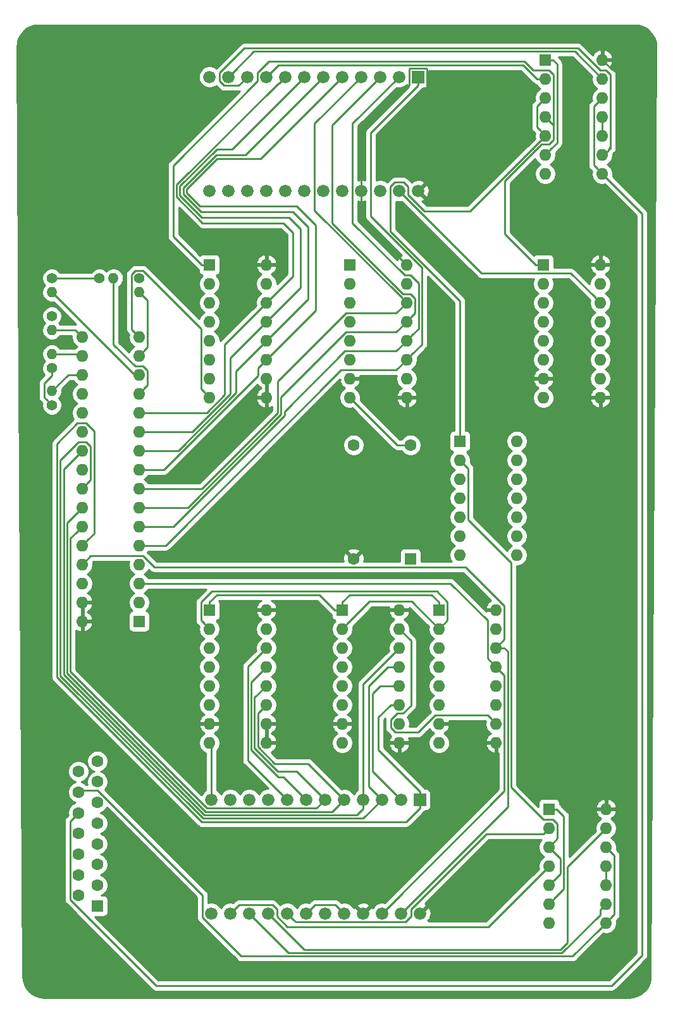
<source format=gbr>
G04 #@! TF.GenerationSoftware,KiCad,Pcbnew,5.1.5-52549c5~86~ubuntu18.04.1*
G04 #@! TF.CreationDate,2020-04-16T15:04:58+05:30*
G04 #@! TF.ProjectId,vga_controller,7667615f-636f-46e7-9472-6f6c6c65722e,rev?*
G04 #@! TF.SameCoordinates,Original*
G04 #@! TF.FileFunction,Copper,L1,Top*
G04 #@! TF.FilePolarity,Positive*
%FSLAX46Y46*%
G04 Gerber Fmt 4.6, Leading zero omitted, Abs format (unit mm)*
G04 Created by KiCad (PCBNEW 5.1.5-52549c5~86~ubuntu18.04.1) date 2020-04-16 15:04:58*
%MOMM*%
%LPD*%
G04 APERTURE LIST*
%ADD10O,1.600000X1.600000*%
%ADD11R,1.600000X1.600000*%
%ADD12C,1.400000*%
%ADD13O,1.400000X1.400000*%
%ADD14C,1.676400*%
%ADD15R,1.676400X1.676400*%
%ADD16C,1.600000*%
%ADD17C,0.250000*%
%ADD18C,0.254000*%
G04 APERTURE END LIST*
D10*
X97790000Y-108458000D03*
X90170000Y-126238000D03*
X97790000Y-110998000D03*
X90170000Y-123698000D03*
X97790000Y-113538000D03*
X90170000Y-121158000D03*
X97790000Y-116078000D03*
X90170000Y-118618000D03*
X97790000Y-118618000D03*
X90170000Y-116078000D03*
X97790000Y-121158000D03*
X90170000Y-113538000D03*
X97790000Y-123698000D03*
X90170000Y-110998000D03*
X97790000Y-126238000D03*
D11*
X90170000Y-108458000D03*
X62992000Y-109982000D03*
D10*
X55372000Y-71882000D03*
X62992000Y-107442000D03*
X55372000Y-74422000D03*
X62992000Y-104902000D03*
X55372000Y-76962000D03*
X62992000Y-102362000D03*
X55372000Y-79502000D03*
X62992000Y-99822000D03*
X55372000Y-82042000D03*
X62992000Y-97282000D03*
X55372000Y-84582000D03*
X62992000Y-94742000D03*
X55372000Y-87122000D03*
X62992000Y-92202000D03*
X55372000Y-89662000D03*
X62992000Y-89662000D03*
X55372000Y-92202000D03*
X62992000Y-87122000D03*
X55372000Y-94742000D03*
X62992000Y-84582000D03*
X55372000Y-97282000D03*
X62992000Y-82042000D03*
X55372000Y-99822000D03*
X62992000Y-79502000D03*
X55372000Y-102362000D03*
X62992000Y-76962000D03*
X55372000Y-104902000D03*
X62992000Y-74422000D03*
X55372000Y-107442000D03*
X62992000Y-71882000D03*
X55372000Y-109982000D03*
D12*
X51308000Y-81026000D03*
D13*
X51308000Y-79126000D03*
X51308000Y-74168000D03*
D12*
X51308000Y-76068000D03*
X51308000Y-69088000D03*
D13*
X51308000Y-70988000D03*
X62992000Y-65908000D03*
D12*
X62992000Y-64008000D03*
X51308000Y-64008000D03*
D13*
X51308000Y-65908000D03*
X59558000Y-64008000D03*
D12*
X57658000Y-64008000D03*
D14*
X100330000Y-52324000D03*
X97790000Y-52324000D03*
X95250000Y-52324000D03*
X92710000Y-52324000D03*
X90170000Y-52324000D03*
X87630000Y-52324000D03*
X85090000Y-52324000D03*
X82550000Y-52324000D03*
X80010000Y-52324000D03*
X77470000Y-52324000D03*
X74930000Y-52324000D03*
X72390000Y-52324000D03*
X72390000Y-37084000D03*
X74930000Y-37084000D03*
X77470000Y-37084000D03*
X80010000Y-37084000D03*
X82550000Y-37084000D03*
X85090000Y-37084000D03*
X87630000Y-37084000D03*
X90170000Y-37084000D03*
X92710000Y-37084000D03*
X95250000Y-37084000D03*
X97790000Y-37084000D03*
D15*
X100330000Y-37084000D03*
X100584000Y-133858000D03*
D14*
X98044000Y-133858000D03*
X95504000Y-133858000D03*
X92964000Y-133858000D03*
X90424000Y-133858000D03*
X87884000Y-133858000D03*
X85344000Y-133858000D03*
X82804000Y-133858000D03*
X80264000Y-133858000D03*
X77724000Y-133858000D03*
X75184000Y-133858000D03*
X72644000Y-133858000D03*
X72644000Y-149098000D03*
X75184000Y-149098000D03*
X77724000Y-149098000D03*
X80264000Y-149098000D03*
X82804000Y-149098000D03*
X85344000Y-149098000D03*
X87884000Y-149098000D03*
X90424000Y-149098000D03*
X92964000Y-149098000D03*
X95504000Y-149098000D03*
X98044000Y-149098000D03*
X100584000Y-149098000D03*
D11*
X117348000Y-34798000D03*
D10*
X124968000Y-50038000D03*
X117348000Y-37338000D03*
X124968000Y-47498000D03*
X117348000Y-39878000D03*
X124968000Y-44958000D03*
X117348000Y-42418000D03*
X124968000Y-42418000D03*
X117348000Y-44958000D03*
X124968000Y-39878000D03*
X117348000Y-47498000D03*
X124968000Y-37338000D03*
X117348000Y-50038000D03*
X124968000Y-34798000D03*
X125476000Y-135128000D03*
X117856000Y-150368000D03*
X125476000Y-137668000D03*
X117856000Y-147828000D03*
X125476000Y-140208000D03*
X117856000Y-145288000D03*
X125476000Y-142748000D03*
X117856000Y-142748000D03*
X125476000Y-145288000D03*
X117856000Y-140208000D03*
X125476000Y-147828000D03*
X117856000Y-137668000D03*
X125476000Y-150368000D03*
D11*
X117856000Y-135128000D03*
X72390000Y-62230000D03*
D10*
X80010000Y-80010000D03*
X72390000Y-64770000D03*
X80010000Y-77470000D03*
X72390000Y-67310000D03*
X80010000Y-74930000D03*
X72390000Y-69850000D03*
X80010000Y-72390000D03*
X72390000Y-72390000D03*
X80010000Y-69850000D03*
X72390000Y-74930000D03*
X80010000Y-67310000D03*
X72390000Y-77470000D03*
X80010000Y-64770000D03*
X72390000Y-80010000D03*
X80010000Y-62230000D03*
D11*
X72390000Y-108458000D03*
D10*
X80010000Y-126238000D03*
X72390000Y-110998000D03*
X80010000Y-123698000D03*
X72390000Y-113538000D03*
X80010000Y-121158000D03*
X72390000Y-116078000D03*
X80010000Y-118618000D03*
X72390000Y-118618000D03*
X80010000Y-116078000D03*
X72390000Y-121158000D03*
X80010000Y-113538000D03*
X72390000Y-123698000D03*
X80010000Y-110998000D03*
X72390000Y-126238000D03*
X80010000Y-108458000D03*
D11*
X91186000Y-62230000D03*
D10*
X98806000Y-80010000D03*
X91186000Y-64770000D03*
X98806000Y-77470000D03*
X91186000Y-67310000D03*
X98806000Y-74930000D03*
X91186000Y-69850000D03*
X98806000Y-72390000D03*
X91186000Y-72390000D03*
X98806000Y-69850000D03*
X91186000Y-74930000D03*
X98806000Y-67310000D03*
X91186000Y-77470000D03*
X98806000Y-64770000D03*
X91186000Y-80010000D03*
X98806000Y-62230000D03*
X124714000Y-62230000D03*
X117094000Y-80010000D03*
X124714000Y-64770000D03*
X117094000Y-77470000D03*
X124714000Y-67310000D03*
X117094000Y-74930000D03*
X124714000Y-69850000D03*
X117094000Y-72390000D03*
X124714000Y-72390000D03*
X117094000Y-69850000D03*
X124714000Y-74930000D03*
X117094000Y-67310000D03*
X124714000Y-77470000D03*
X117094000Y-64770000D03*
X124714000Y-80010000D03*
D11*
X117094000Y-62230000D03*
D10*
X110744000Y-108458000D03*
X103124000Y-126238000D03*
X110744000Y-110998000D03*
X103124000Y-123698000D03*
X110744000Y-113538000D03*
X103124000Y-121158000D03*
X110744000Y-116078000D03*
X103124000Y-118618000D03*
X110744000Y-118618000D03*
X103124000Y-116078000D03*
X110744000Y-121158000D03*
X103124000Y-113538000D03*
X110744000Y-123698000D03*
X103124000Y-110998000D03*
X110744000Y-126238000D03*
D11*
X103124000Y-108458000D03*
X105918000Y-85852000D03*
D10*
X113538000Y-101092000D03*
X105918000Y-88392000D03*
X113538000Y-98552000D03*
X105918000Y-90932000D03*
X113538000Y-96012000D03*
X105918000Y-93472000D03*
X113538000Y-93472000D03*
X105918000Y-96012000D03*
X113538000Y-90932000D03*
X105918000Y-98552000D03*
X113538000Y-88392000D03*
X105918000Y-101092000D03*
X113538000Y-85852000D03*
D11*
X99314000Y-101600000D03*
D16*
X91694000Y-101600000D03*
X91694000Y-86360000D03*
X99314000Y-86360000D03*
D11*
X57404000Y-148082000D03*
D16*
X57404000Y-145312000D03*
X57404000Y-142542000D03*
X57404000Y-139772000D03*
X57404000Y-137002000D03*
X57404000Y-134232000D03*
X57404000Y-131462000D03*
X57404000Y-128692000D03*
X54864000Y-146697000D03*
X54864000Y-143927000D03*
X54864000Y-141157000D03*
X54864000Y-138387000D03*
X54864000Y-135617000D03*
X54864000Y-132847000D03*
X54864000Y-130077000D03*
D17*
X50608001Y-80326001D02*
X51308000Y-81026000D01*
X50282999Y-80000999D02*
X50608001Y-80326001D01*
X51308000Y-77057949D02*
X50282999Y-78082950D01*
X50282999Y-78082950D02*
X50282999Y-80000999D01*
X51308000Y-76068000D02*
X51308000Y-77057949D01*
X57658000Y-64008000D02*
X51308000Y-64008000D01*
X72644000Y-126492000D02*
X72390000Y-126238000D01*
X72644000Y-133858000D02*
X72644000Y-126492000D01*
X97536000Y-86360000D02*
X99314000Y-86360000D01*
X91186000Y-80010000D02*
X97536000Y-86360000D01*
X71590001Y-79210001D02*
X72390000Y-80010000D01*
X71264999Y-78884999D02*
X71590001Y-79210001D01*
X71264999Y-70763997D02*
X71264999Y-78884999D01*
X63484001Y-62982999D02*
X71264999Y-70763997D01*
X62499999Y-62982999D02*
X63484001Y-62982999D01*
X61966999Y-63515999D02*
X62499999Y-62982999D01*
X61966999Y-70856999D02*
X61966999Y-63515999D01*
X62992000Y-71882000D02*
X61966999Y-70856999D01*
X86182199Y-148259801D02*
X85344000Y-149098000D01*
X86507201Y-147934799D02*
X86182199Y-148259801D01*
X89260799Y-147934799D02*
X86507201Y-147934799D01*
X90424000Y-149098000D02*
X89260799Y-147934799D01*
X124168001Y-49238001D02*
X124968000Y-50038000D01*
X123842999Y-48912999D02*
X124168001Y-49238001D01*
X123842999Y-41003001D02*
X123842999Y-48912999D01*
X124968000Y-39878000D02*
X123842999Y-41003001D01*
X124968000Y-50038000D02*
X130302000Y-55372000D01*
X130302000Y-55372000D02*
X130302000Y-154686000D01*
X130302000Y-154686000D02*
X126238000Y-158750000D01*
X54064001Y-136416999D02*
X54864000Y-135617000D01*
X53738999Y-136742001D02*
X54064001Y-136416999D01*
X65251998Y-158750000D02*
X53738999Y-147237001D01*
X53738999Y-147237001D02*
X53738999Y-136742001D01*
X126238000Y-158750000D02*
X65251998Y-158750000D01*
X126601001Y-149242999D02*
X126275999Y-149568001D01*
X126275999Y-149568001D02*
X125476000Y-150368000D01*
X126601001Y-141333001D02*
X126601001Y-149242999D01*
X125476000Y-140208000D02*
X126601001Y-141333001D01*
X124676001Y-151167999D02*
X125476000Y-150368000D01*
X121019980Y-154824020D02*
X124676001Y-151167999D01*
X71480799Y-149656337D02*
X76648482Y-154824020D01*
X71480799Y-146643797D02*
X71480799Y-149656337D01*
X76648482Y-154824020D02*
X121019980Y-154824020D01*
X57424003Y-132587001D02*
X71480799Y-146643797D01*
X55123999Y-132587001D02*
X57424003Y-132587001D01*
X54864000Y-132847000D02*
X55123999Y-132587001D01*
X53472000Y-76962000D02*
X51308000Y-79126000D01*
X55372000Y-76962000D02*
X53472000Y-76962000D01*
X55118000Y-74168000D02*
X55372000Y-74422000D01*
X51308000Y-74168000D02*
X55118000Y-74168000D01*
X54478000Y-70988000D02*
X55372000Y-71882000D01*
X51308000Y-70988000D02*
X54478000Y-70988000D01*
X63791999Y-73622001D02*
X62992000Y-74422000D01*
X64117001Y-73296999D02*
X63791999Y-73622001D01*
X64117001Y-67033001D02*
X64117001Y-73296999D01*
X62992000Y-65908000D02*
X64117001Y-67033001D01*
X62362000Y-76962000D02*
X51308000Y-65908000D01*
X62992000Y-76962000D02*
X62362000Y-76962000D01*
X64117001Y-78376999D02*
X63791999Y-78702001D01*
X64117001Y-76421999D02*
X64117001Y-78376999D01*
X63532001Y-75836999D02*
X64117001Y-76421999D01*
X62451999Y-75836999D02*
X63532001Y-75836999D01*
X59558000Y-72943000D02*
X62451999Y-75836999D01*
X63791999Y-78702001D02*
X62992000Y-79502000D01*
X59558000Y-64008000D02*
X59558000Y-72943000D01*
X55372000Y-108573370D02*
X55372000Y-109982000D01*
X55372000Y-107442000D02*
X55372000Y-108573370D01*
X92710000Y-56134000D02*
X98806000Y-62230000D01*
X92710000Y-52324000D02*
X92710000Y-56134000D01*
X101168199Y-51485801D02*
X100330000Y-52324000D01*
X101493201Y-51160799D02*
X101168199Y-51485801D01*
X101493201Y-35985799D02*
X101493201Y-51160799D01*
X101428201Y-35920799D02*
X101493201Y-35985799D01*
X99231799Y-35920799D02*
X101428201Y-35920799D01*
X99166799Y-35985799D02*
X99231799Y-35920799D01*
X99166799Y-38182201D02*
X99166799Y-35985799D01*
X92710000Y-44639000D02*
X99166799Y-38182201D01*
X92710000Y-52324000D02*
X92710000Y-44639000D01*
X124968000Y-34798000D02*
X126279401Y-36109401D01*
X123914001Y-66510001D02*
X124714000Y-67310000D01*
X120759001Y-63355001D02*
X123914001Y-66510001D01*
X108821001Y-63355001D02*
X120759001Y-63355001D01*
X97790000Y-52324000D02*
X108821001Y-63355001D01*
X71590001Y-110198001D02*
X72390000Y-110998000D01*
X71264999Y-109872999D02*
X71590001Y-110198001D01*
X71264999Y-107397999D02*
X71264999Y-109872999D01*
X72687007Y-105975991D02*
X71264999Y-107397999D01*
X102826993Y-105975991D02*
X72687007Y-105975991D01*
X104249001Y-107397999D02*
X102826993Y-105975991D01*
X104249001Y-109872999D02*
X104249001Y-107397999D01*
X103124000Y-110998000D02*
X104249001Y-109872999D01*
X90969999Y-110198001D02*
X90170000Y-110998000D01*
X93835001Y-107332999D02*
X90969999Y-110198001D01*
X99458999Y-107332999D02*
X93835001Y-107332999D01*
X103124000Y-110998000D02*
X99458999Y-107332999D01*
X118473001Y-43543001D02*
X118473001Y-45498001D01*
X117348000Y-42418000D02*
X118473001Y-43543001D01*
X71340000Y-62230000D02*
X72390000Y-62230000D01*
X67541963Y-58431963D02*
X71340000Y-62230000D01*
X67541963Y-48947173D02*
X67541963Y-58431963D01*
X78846799Y-36525663D02*
X78846799Y-37642337D01*
X80351683Y-35020779D02*
X78846799Y-36525663D01*
X114535819Y-35020779D02*
X80351683Y-35020779D01*
X115728039Y-36212999D02*
X114535819Y-35020779D01*
X117888001Y-36212999D02*
X115728039Y-36212999D01*
X118473001Y-36797999D02*
X117888001Y-36212999D01*
X118473001Y-45498001D02*
X118473001Y-36797999D01*
X117888001Y-46083001D02*
X118473001Y-45498001D01*
X116859409Y-46083001D02*
X117888001Y-46083001D01*
X111951205Y-50991205D02*
X116859409Y-46083001D01*
X78846799Y-37642337D02*
X67541963Y-48947173D01*
X111951205Y-58137205D02*
X111951205Y-50991205D01*
X116044000Y-62230000D02*
X111951205Y-58137205D01*
X117094000Y-62230000D02*
X116044000Y-62230000D01*
X75768199Y-36245801D02*
X74930000Y-37084000D01*
X78341001Y-33672999D02*
X75768199Y-36245801D01*
X121302999Y-33672999D02*
X78341001Y-33672999D01*
X124968000Y-37338000D02*
X121302999Y-33672999D01*
X126093001Y-46626999D02*
X125730000Y-46990000D01*
X126093001Y-36797999D02*
X126093001Y-46626999D01*
X125508001Y-36212999D02*
X126093001Y-36797999D01*
X124717997Y-36212999D02*
X125508001Y-36212999D01*
X121727987Y-33222989D02*
X124717997Y-36212999D01*
X77069473Y-33222989D02*
X121727987Y-33222989D01*
X73766799Y-37642337D02*
X73766799Y-36525663D01*
X76306799Y-38247201D02*
X74371663Y-38247201D01*
X73766799Y-36525663D02*
X77069473Y-33222989D01*
X74371663Y-38247201D02*
X73766799Y-37642337D01*
X77470000Y-37084000D02*
X76306799Y-38247201D01*
X125730000Y-46990000D02*
X126093001Y-46372999D01*
X124968000Y-47498000D02*
X125730000Y-46990000D01*
X80848199Y-36245801D02*
X80010000Y-37084000D01*
X81623211Y-35470789D02*
X80848199Y-36245801D01*
X114349419Y-35470789D02*
X81623211Y-35470789D01*
X116216630Y-37338000D02*
X114349419Y-35470789D01*
X117348000Y-37338000D02*
X116216630Y-37338000D01*
X74422000Y-79643002D02*
X72023002Y-82042000D01*
X72023002Y-82042000D02*
X64123370Y-82042000D01*
X74422000Y-72898000D02*
X74422000Y-79643002D01*
X64123370Y-82042000D02*
X62992000Y-82042000D01*
X80010000Y-67310000D02*
X74422000Y-72898000D01*
X80010000Y-67310000D02*
X83566000Y-63754000D01*
X83566000Y-63754000D02*
X83566000Y-57912000D01*
X83566000Y-57912000D02*
X82296000Y-56642000D01*
X81711801Y-37922199D02*
X82550000Y-37084000D01*
X67991973Y-51510797D02*
X81580571Y-37922199D01*
X67991972Y-53137198D02*
X67991973Y-51510797D01*
X81580571Y-37922199D02*
X81711801Y-37922199D01*
X71496772Y-56642000D02*
X67991972Y-53137198D01*
X82296000Y-56642000D02*
X71496772Y-56642000D01*
X80010000Y-69850000D02*
X75184000Y-74676000D01*
X64123370Y-84582000D02*
X62992000Y-84582000D01*
X70119412Y-84582000D02*
X64123370Y-84582000D01*
X75184000Y-79517412D02*
X70119412Y-84582000D01*
X75184000Y-74676000D02*
X75184000Y-79517412D01*
X80010000Y-69850000D02*
X84582000Y-65278000D01*
X84582000Y-65278000D02*
X84582000Y-57404000D01*
X84582000Y-57404000D02*
X83058000Y-55880000D01*
X68441981Y-52950799D02*
X68441982Y-51697198D01*
X68441982Y-51697198D02*
X73403180Y-46736000D01*
X83058000Y-55880000D02*
X71371180Y-55880000D01*
X71371180Y-55880000D02*
X68441981Y-52950799D01*
X75438000Y-46736000D02*
X85090000Y-37084000D01*
X73403180Y-46736000D02*
X75438000Y-46736000D01*
X80010000Y-72390000D02*
X75946000Y-76454000D01*
X64123370Y-87122000D02*
X62992000Y-87122000D01*
X68215822Y-87122000D02*
X64123370Y-87122000D01*
X75946000Y-79391822D02*
X68215822Y-87122000D01*
X75946000Y-76454000D02*
X75946000Y-79391822D01*
X80010000Y-72390000D02*
X85598000Y-66802000D01*
X85598000Y-66802000D02*
X85598000Y-57150000D01*
X85598000Y-57150000D02*
X83566000Y-55118000D01*
X68891991Y-51883599D02*
X73277590Y-47498000D01*
X68891990Y-52764400D02*
X68891991Y-51883599D01*
X83566000Y-55118000D02*
X71245590Y-55118000D01*
X71245590Y-55118000D02*
X68891990Y-52764400D01*
X77216000Y-47498000D02*
X87630000Y-37084000D01*
X73277590Y-47498000D02*
X77216000Y-47498000D01*
X66312232Y-89662000D02*
X64123370Y-89662000D01*
X64123370Y-89662000D02*
X62992000Y-89662000D01*
X78884999Y-77089233D02*
X66312232Y-89662000D01*
X78884999Y-76055001D02*
X78884999Y-77089233D01*
X80010000Y-74930000D02*
X78884999Y-76055001D01*
X80010000Y-74930000D02*
X86614000Y-68326000D01*
X86614000Y-68326000D02*
X86614000Y-56896000D01*
X86614000Y-56896000D02*
X84074000Y-54356000D01*
X84074000Y-54356000D02*
X71120000Y-54356000D01*
X71120000Y-54356000D02*
X69342000Y-52578000D01*
X69342000Y-52578000D02*
X69342000Y-52070000D01*
X69342000Y-52070000D02*
X73406000Y-48006000D01*
X79248000Y-48006000D02*
X90170000Y-37084000D01*
X73406000Y-48006000D02*
X79248000Y-48006000D01*
X71374000Y-92202000D02*
X62992000Y-92202000D01*
X81534000Y-82042000D02*
X71374000Y-92202000D01*
X81534000Y-77836998D02*
X81534000Y-82042000D01*
X90645999Y-68724999D02*
X81534000Y-77836998D01*
X98806000Y-67310000D02*
X97391001Y-68724999D01*
X97391001Y-68724999D02*
X90645999Y-68724999D01*
X98006001Y-66510001D02*
X98806000Y-67310000D01*
X86466799Y-54970799D02*
X98006001Y-66510001D01*
X86466799Y-43327201D02*
X86466799Y-54970799D01*
X92710000Y-37084000D02*
X86466799Y-43327201D01*
X69470410Y-94742000D02*
X64123370Y-94742000D01*
X81984009Y-82228401D02*
X69470410Y-94742000D01*
X81984010Y-79926988D02*
X81984009Y-82228401D01*
X90645999Y-71264999D02*
X81984010Y-79926988D01*
X97391001Y-71264999D02*
X90645999Y-71264999D01*
X64123370Y-94742000D02*
X62992000Y-94742000D01*
X98806000Y-69850000D02*
X97391001Y-71264999D01*
X99605999Y-69050001D02*
X98806000Y-69850000D01*
X99931001Y-68724999D02*
X99605999Y-69050001D01*
X99931001Y-66769999D02*
X99931001Y-68724999D01*
X99346001Y-66184999D02*
X99931001Y-66769999D01*
X98317409Y-66184999D02*
X99346001Y-66184999D01*
X88793201Y-56660791D02*
X98317409Y-66184999D01*
X88793201Y-43540799D02*
X88793201Y-56660791D01*
X95250000Y-37084000D02*
X88793201Y-43540799D01*
X64123370Y-97282000D02*
X62992000Y-97282000D01*
X67566820Y-97282000D02*
X64123370Y-97282000D01*
X82434018Y-82414802D02*
X67566820Y-97282000D01*
X82434019Y-81903981D02*
X82434018Y-82414802D01*
X90533001Y-73804999D02*
X82434019Y-81903981D01*
X97391001Y-73804999D02*
X90533001Y-73804999D01*
X98806000Y-72390000D02*
X97391001Y-73804999D01*
X99605999Y-71590001D02*
X98806000Y-72390000D01*
X100381011Y-70814989D02*
X99605999Y-71590001D01*
X100381011Y-64680009D02*
X100381011Y-70814989D01*
X99346001Y-63644999D02*
X100381011Y-64680009D01*
X98555997Y-63644999D02*
X99346001Y-63644999D01*
X91546799Y-56635801D02*
X98555997Y-63644999D01*
X91546799Y-43327201D02*
X91546799Y-56635801D01*
X97790000Y-37084000D02*
X91546799Y-43327201D01*
X97391001Y-76344999D02*
X90025001Y-76344999D01*
X98806000Y-74930000D02*
X97391001Y-76344999D01*
X66548000Y-99822000D02*
X62992000Y-99822000D01*
X90025001Y-76344999D02*
X66548000Y-99822000D01*
X100330000Y-38172200D02*
X93980000Y-44522200D01*
X100330000Y-37084000D02*
X100330000Y-38172200D01*
X99605999Y-74130001D02*
X98806000Y-74930000D01*
X100831021Y-72904979D02*
X99605999Y-74130001D01*
X100831021Y-62590019D02*
X100831021Y-72904979D01*
X93980000Y-55738998D02*
X100831021Y-62590019D01*
X93980000Y-44522200D02*
X93980000Y-55738998D01*
X96658630Y-121158000D02*
X94996000Y-122820630D01*
X97790000Y-121158000D02*
X96658630Y-121158000D01*
X100584000Y-132769800D02*
X100584000Y-133858000D01*
X94996000Y-127181800D02*
X100584000Y-132769800D01*
X94996000Y-122820630D02*
X94996000Y-127181800D01*
X56171999Y-99022001D02*
X55372000Y-99822000D01*
X56947011Y-84492009D02*
X56947011Y-98246989D01*
X54719001Y-83456999D02*
X55912001Y-83456999D01*
X56947011Y-98246989D02*
X56171999Y-99022001D01*
X55912001Y-83456999D02*
X56947011Y-84492009D01*
X51996949Y-86179051D02*
X54719001Y-83456999D01*
X51996949Y-117478127D02*
X51996949Y-86179051D01*
X71340059Y-136821237D02*
X51996949Y-117478127D01*
X100584000Y-134946200D02*
X98708963Y-136821237D01*
X98708963Y-136821237D02*
X71340059Y-136821237D01*
X100584000Y-133858000D02*
X100584000Y-134946200D01*
X97790000Y-118618000D02*
X95250000Y-118618000D01*
X95250000Y-118618000D02*
X94234000Y-119634000D01*
X94234000Y-130048000D02*
X98044000Y-133858000D01*
X94234000Y-119634000D02*
X94234000Y-130048000D01*
X97790000Y-116078000D02*
X96266000Y-116078000D01*
X96266000Y-116078000D02*
X93726000Y-118618000D01*
X93726000Y-132080000D02*
X95504000Y-133858000D01*
X93726000Y-118618000D02*
X93726000Y-132080000D01*
X56497001Y-91076999D02*
X56171999Y-91402001D01*
X56497001Y-86581999D02*
X56497001Y-91076999D01*
X56171999Y-91402001D02*
X55372000Y-92202000D01*
X55912001Y-85996999D02*
X56497001Y-86581999D01*
X54831999Y-85996999D02*
X55912001Y-85996999D01*
X52446959Y-88382039D02*
X54831999Y-85996999D01*
X52446959Y-117291727D02*
X52446959Y-88382039D01*
X71526460Y-136371228D02*
X52446959Y-117291727D01*
X92990772Y-136371228D02*
X71526460Y-136371228D01*
X95504000Y-133858000D02*
X92990772Y-136371228D01*
X92964000Y-118364000D02*
X92964000Y-133858000D01*
X97790000Y-113538000D02*
X92964000Y-118364000D01*
X54572001Y-87921999D02*
X55372000Y-87122000D01*
X52896969Y-89597031D02*
X54572001Y-87921999D01*
X52896969Y-117105327D02*
X52896969Y-89597031D01*
X71712861Y-135921219D02*
X52896969Y-117105327D01*
X92086173Y-135921220D02*
X71712861Y-135921219D01*
X92964000Y-135043393D02*
X92086173Y-135921220D01*
X92964000Y-133858000D02*
X92964000Y-135043393D01*
X54572001Y-95541999D02*
X55372000Y-94742000D01*
X71899262Y-135471210D02*
X53346979Y-116918927D01*
X88810790Y-135471210D02*
X71899262Y-135471210D01*
X53346979Y-96767021D02*
X54572001Y-95541999D01*
X53346979Y-116918927D02*
X53346979Y-96767021D01*
X90424000Y-133858000D02*
X88810790Y-135471210D01*
X85598000Y-129032000D02*
X90424000Y-133858000D01*
X78884999Y-122283001D02*
X78884999Y-126778001D01*
X81138998Y-129032000D02*
X85598000Y-129032000D01*
X80010000Y-121158000D02*
X78884999Y-122283001D01*
X78884999Y-126778001D02*
X81138998Y-129032000D01*
X54572001Y-98081999D02*
X55372000Y-97282000D01*
X53796989Y-98857011D02*
X54572001Y-98081999D01*
X72085663Y-135021201D02*
X53796989Y-116732527D01*
X86720799Y-135021201D02*
X72085663Y-135021201D01*
X53796989Y-116732527D02*
X53796989Y-98857011D01*
X87884000Y-133858000D02*
X86720799Y-135021201D01*
X78434990Y-126964402D02*
X81518588Y-130048000D01*
X80010000Y-118618000D02*
X78434990Y-120193010D01*
X81518588Y-130048000D02*
X84074000Y-130048000D01*
X84074000Y-130048000D02*
X87884000Y-133858000D01*
X78434990Y-120193010D02*
X78434990Y-126964402D01*
X77984981Y-127150803D02*
X81644178Y-130810000D01*
X77984981Y-118103019D02*
X77984981Y-127150803D01*
X80010000Y-116078000D02*
X77984981Y-118103019D01*
X81644178Y-130810000D02*
X82296000Y-130810000D01*
X82296000Y-130810000D02*
X85344000Y-133858000D01*
X77534972Y-128588972D02*
X81965801Y-133019801D01*
X80010000Y-113538000D02*
X77534972Y-116013028D01*
X81965801Y-133019801D02*
X82804000Y-133858000D01*
X77534972Y-116013028D02*
X77534972Y-128588972D01*
X76022199Y-148259801D02*
X75184000Y-149098000D01*
X76347201Y-147934799D02*
X76022199Y-148259801D01*
X80822337Y-147934799D02*
X76347201Y-147934799D01*
X81427201Y-148539663D02*
X80822337Y-147934799D01*
X81427201Y-149499201D02*
X81427201Y-148539663D01*
X82804000Y-150876000D02*
X81427201Y-149499201D01*
X109728000Y-150876000D02*
X82804000Y-150876000D01*
X117856000Y-142748000D02*
X109728000Y-150876000D01*
X78562199Y-149936199D02*
X77724000Y-149098000D01*
X124676001Y-149264409D02*
X119566400Y-154374010D01*
X119566400Y-154374010D02*
X83000010Y-154374010D01*
X124676001Y-148627999D02*
X124676001Y-149264409D01*
X83000010Y-154374010D02*
X78562199Y-149936199D01*
X125476000Y-147828000D02*
X124676001Y-148627999D01*
X120280020Y-142863980D02*
X120280020Y-153023980D01*
X125476000Y-137668000D02*
X120280020Y-142863980D01*
X120280020Y-153023980D02*
X119380000Y-153924000D01*
X85090000Y-153924000D02*
X80264000Y-149098000D01*
X119380000Y-153924000D02*
X85090000Y-153924000D01*
X98602337Y-150261201D02*
X83967201Y-150261201D01*
X83642199Y-149936199D02*
X82804000Y-149098000D01*
X99420799Y-149442739D02*
X98602337Y-150261201D01*
X99420799Y-148539663D02*
X99420799Y-149442739D01*
X117056001Y-138467999D02*
X109492463Y-138467999D01*
X83967201Y-150261201D02*
X83642199Y-149936199D01*
X109492463Y-138467999D02*
X99420799Y-148539663D01*
X117856000Y-137668000D02*
X117056001Y-138467999D01*
X89120000Y-108458000D02*
X87088000Y-106426000D01*
X90170000Y-108458000D02*
X89120000Y-108458000D01*
X72390000Y-107408000D02*
X72390000Y-108458000D01*
X73372000Y-106426000D02*
X72390000Y-107408000D01*
X87088000Y-106426000D02*
X73372000Y-106426000D01*
X103124000Y-107408000D02*
X102142000Y-106426000D01*
X103124000Y-108458000D02*
X103124000Y-107408000D01*
X91152000Y-106426000D02*
X90170000Y-107408000D01*
X90170000Y-107408000D02*
X90170000Y-108458000D01*
X102142000Y-106426000D02*
X91152000Y-106426000D01*
X111869001Y-132732999D02*
X96342199Y-148259801D01*
X96342199Y-148259801D02*
X95504000Y-149098000D01*
X111869001Y-117203001D02*
X111869001Y-132732999D01*
X110744000Y-116078000D02*
X111869001Y-117203001D01*
X109618999Y-114952999D02*
X110744000Y-116078000D01*
X109618999Y-109872999D02*
X109618999Y-114952999D01*
X62992000Y-104902000D02*
X104648000Y-104902000D01*
X104648000Y-104902000D02*
X109618999Y-109872999D01*
X56497001Y-101236999D02*
X55372000Y-102362000D01*
X111869001Y-112412999D02*
X111869001Y-107917999D01*
X110744000Y-113538000D02*
X111869001Y-112412999D01*
X65020003Y-102725001D02*
X63532001Y-101236999D01*
X111869001Y-107917999D02*
X106676003Y-102725001D01*
X106676003Y-102725001D02*
X65020003Y-102725001D01*
X63532001Y-101236999D02*
X56497001Y-101236999D01*
X98882199Y-148259801D02*
X98044000Y-149098000D01*
X112319011Y-134822989D02*
X98882199Y-148259801D01*
X111875370Y-113538000D02*
X112319011Y-113981641D01*
X112319011Y-113981641D02*
X112319011Y-134822989D01*
X110744000Y-113538000D02*
X111875370Y-113538000D01*
X118923011Y-45922989D02*
X118147999Y-46698001D01*
X118923011Y-35323011D02*
X118923011Y-45922989D01*
X118147999Y-46698001D02*
X117348000Y-47498000D01*
X118398000Y-34798000D02*
X118923011Y-35323011D01*
X117348000Y-34798000D02*
X118398000Y-34798000D01*
X116548001Y-44158001D02*
X117348000Y-44958000D01*
X116222999Y-43832999D02*
X116548001Y-44158001D01*
X116222999Y-41003001D02*
X116222999Y-43832999D01*
X117348000Y-39878000D02*
X116222999Y-41003001D01*
X105918000Y-84802000D02*
X105918000Y-85852000D01*
X105918000Y-67040588D02*
X105918000Y-84802000D01*
X96626799Y-57749387D02*
X105918000Y-67040588D01*
X96626799Y-51765663D02*
X96626799Y-57749387D01*
X98953201Y-51765663D02*
X98348337Y-51160799D01*
X97231663Y-51160799D02*
X96626799Y-51765663D01*
X98348337Y-51160799D02*
X97231663Y-51160799D01*
X101156205Y-55053795D02*
X98953201Y-52850791D01*
X107252205Y-55053795D02*
X101156205Y-55053795D01*
X98953201Y-52850791D02*
X98953201Y-51765663D01*
X117348000Y-44958000D02*
X107252205Y-55053795D01*
X124968000Y-43549370D02*
X124968000Y-44958000D01*
X124968000Y-42418000D02*
X124968000Y-43549370D01*
X118655999Y-147028001D02*
X117856000Y-147828000D01*
X119830010Y-145853990D02*
X118655999Y-147028001D01*
X119830010Y-136052010D02*
X119830010Y-145853990D01*
X118906000Y-135128000D02*
X119830010Y-136052010D01*
X117856000Y-135128000D02*
X118906000Y-135128000D01*
X117856000Y-140208000D02*
X119380000Y-141732000D01*
X119380000Y-143764000D02*
X117856000Y-145288000D01*
X119380000Y-141732000D02*
X119380000Y-143764000D01*
X107043001Y-89517001D02*
X106717999Y-89191999D01*
X107043001Y-96375001D02*
X107043001Y-89517001D01*
X112769021Y-102101021D02*
X107043001Y-96375001D01*
X106717999Y-89191999D02*
X105918000Y-88392000D01*
X112769021Y-132226023D02*
X112769021Y-102101021D01*
X117085997Y-136542999D02*
X112769021Y-132226023D01*
X118396001Y-136542999D02*
X117085997Y-136542999D01*
X118981001Y-137127999D02*
X118396001Y-136542999D01*
X118981001Y-139082999D02*
X118981001Y-137127999D01*
X117856000Y-140208000D02*
X118981001Y-139082999D01*
X125476000Y-143879370D02*
X125476000Y-145288000D01*
X125476000Y-142748000D02*
X125476000Y-143879370D01*
X109944001Y-122898001D02*
X110744000Y-123698000D01*
X109618999Y-122572999D02*
X109944001Y-122898001D01*
X97249999Y-124823001D02*
X100333997Y-124823001D01*
X102583999Y-122572999D02*
X109618999Y-122572999D01*
X96664999Y-124238001D02*
X97249999Y-124823001D01*
X96664999Y-123157999D02*
X96664999Y-124238001D01*
X97539997Y-122283001D02*
X96664999Y-123157999D01*
X100333997Y-124823001D02*
X102583999Y-122572999D01*
X98330001Y-122283001D02*
X97539997Y-122283001D01*
X99365011Y-121247991D02*
X98330001Y-122283001D01*
X99365011Y-112573011D02*
X99365011Y-121247991D01*
X97790000Y-110998000D02*
X99365011Y-112573011D01*
D18*
G36*
X129847886Y-30182258D02*
G01*
X130388376Y-30345442D01*
X130886867Y-30610494D01*
X131324388Y-30967326D01*
X131684271Y-31402350D01*
X131952799Y-31898983D01*
X132119749Y-32438315D01*
X132181926Y-33029894D01*
X131420198Y-157445706D01*
X131361742Y-158041886D01*
X131198559Y-158582374D01*
X130933506Y-159080867D01*
X130576669Y-159518393D01*
X130141653Y-159878269D01*
X129645019Y-160146798D01*
X129105690Y-160313749D01*
X128513404Y-160376000D01*
X50324278Y-160376000D01*
X49730114Y-160317742D01*
X49189626Y-160154559D01*
X48691133Y-159889506D01*
X48253607Y-159532669D01*
X47893731Y-159097653D01*
X47625202Y-158601019D01*
X47458251Y-158061690D01*
X47395944Y-157468872D01*
X46909909Y-78082950D01*
X49519323Y-78082950D01*
X49522999Y-78120273D01*
X49523000Y-79963667D01*
X49519323Y-80000999D01*
X49523000Y-80038332D01*
X49533997Y-80149985D01*
X49541581Y-80174987D01*
X49577453Y-80293245D01*
X49648025Y-80425275D01*
X49701790Y-80490787D01*
X49742999Y-80541000D01*
X49771997Y-80564798D01*
X49994355Y-80787156D01*
X49973000Y-80894514D01*
X49973000Y-81157486D01*
X50024304Y-81415405D01*
X50124939Y-81658359D01*
X50271038Y-81877013D01*
X50456987Y-82062962D01*
X50675641Y-82209061D01*
X50918595Y-82309696D01*
X51176514Y-82361000D01*
X51439486Y-82361000D01*
X51697405Y-82309696D01*
X51940359Y-82209061D01*
X52159013Y-82062962D01*
X52344962Y-81877013D01*
X52491061Y-81658359D01*
X52591696Y-81415405D01*
X52643000Y-81157486D01*
X52643000Y-80894514D01*
X52591696Y-80636595D01*
X52491061Y-80393641D01*
X52344962Y-80174987D01*
X52245975Y-80076000D01*
X52344962Y-79977013D01*
X52491061Y-79758359D01*
X52591696Y-79515405D01*
X52643000Y-79257486D01*
X52643000Y-78994514D01*
X52621645Y-78887156D01*
X53786802Y-77722000D01*
X54153957Y-77722000D01*
X54257363Y-77876759D01*
X54457241Y-78076637D01*
X54689759Y-78232000D01*
X54457241Y-78387363D01*
X54257363Y-78587241D01*
X54100320Y-78822273D01*
X53992147Y-79083426D01*
X53937000Y-79360665D01*
X53937000Y-79643335D01*
X53992147Y-79920574D01*
X54100320Y-80181727D01*
X54257363Y-80416759D01*
X54457241Y-80616637D01*
X54689759Y-80772000D01*
X54457241Y-80927363D01*
X54257363Y-81127241D01*
X54100320Y-81362273D01*
X53992147Y-81623426D01*
X53937000Y-81900665D01*
X53937000Y-82183335D01*
X53992147Y-82460574D01*
X54100320Y-82721727D01*
X54212452Y-82889545D01*
X54179000Y-82916998D01*
X54155202Y-82945996D01*
X51485947Y-85615252D01*
X51456949Y-85639050D01*
X51433151Y-85668048D01*
X51433150Y-85668049D01*
X51361975Y-85754775D01*
X51291403Y-85886805D01*
X51261129Y-85986609D01*
X51254834Y-86007363D01*
X51247947Y-86030066D01*
X51233273Y-86179051D01*
X51236950Y-86216384D01*
X51236949Y-117440805D01*
X51233273Y-117478127D01*
X51236949Y-117515449D01*
X51236949Y-117515459D01*
X51247946Y-117627112D01*
X51278861Y-117729026D01*
X51291403Y-117770373D01*
X51361975Y-117902403D01*
X51370224Y-117912454D01*
X51456948Y-118018128D01*
X51485952Y-118041931D01*
X70776260Y-137332240D01*
X70800058Y-137361238D01*
X70829056Y-137385036D01*
X70915783Y-137456211D01*
X71047812Y-137526783D01*
X71191073Y-137570240D01*
X71340059Y-137584914D01*
X71377392Y-137581237D01*
X98671641Y-137581237D01*
X98708963Y-137584913D01*
X98746285Y-137581237D01*
X98746296Y-137581237D01*
X98857949Y-137570240D01*
X99001210Y-137526783D01*
X99133239Y-137456211D01*
X99248964Y-137361238D01*
X99272767Y-137332234D01*
X101095003Y-135509999D01*
X101124001Y-135486201D01*
X101218974Y-135370476D01*
X101238326Y-135334272D01*
X101422200Y-135334272D01*
X101546682Y-135322012D01*
X101666380Y-135285702D01*
X101776694Y-135226737D01*
X101873385Y-135147385D01*
X101952737Y-135050694D01*
X102011702Y-134940380D01*
X102048012Y-134820682D01*
X102060272Y-134696200D01*
X102060272Y-133019800D01*
X102048012Y-132895318D01*
X102011702Y-132775620D01*
X101952737Y-132665306D01*
X101873385Y-132568615D01*
X101776694Y-132489263D01*
X101666380Y-132430298D01*
X101546682Y-132393988D01*
X101422200Y-132381728D01*
X101238326Y-132381728D01*
X101218974Y-132345524D01*
X101177309Y-132294755D01*
X101147799Y-132258796D01*
X101147795Y-132258792D01*
X101124001Y-132229799D01*
X101095009Y-132206006D01*
X95756000Y-126866999D01*
X95756000Y-126587039D01*
X96398096Y-126587039D01*
X96438754Y-126721087D01*
X96558963Y-126975420D01*
X96726481Y-127201414D01*
X96934869Y-127390385D01*
X97176119Y-127535070D01*
X97440960Y-127629909D01*
X97663000Y-127508624D01*
X97663000Y-126365000D01*
X97917000Y-126365000D01*
X97917000Y-127508624D01*
X98139040Y-127629909D01*
X98403881Y-127535070D01*
X98645131Y-127390385D01*
X98853519Y-127201414D01*
X99021037Y-126975420D01*
X99141246Y-126721087D01*
X99181904Y-126587039D01*
X99059915Y-126365000D01*
X97917000Y-126365000D01*
X97663000Y-126365000D01*
X96520085Y-126365000D01*
X96398096Y-126587039D01*
X95756000Y-126587039D01*
X95756000Y-123135431D01*
X95930617Y-122960814D01*
X95915996Y-123009014D01*
X95904999Y-123120667D01*
X95904999Y-123120677D01*
X95901323Y-123157999D01*
X95904999Y-123195322D01*
X95905000Y-124200669D01*
X95901323Y-124238001D01*
X95905000Y-124275334D01*
X95915997Y-124386987D01*
X95919558Y-124398725D01*
X95959453Y-124530247D01*
X96030025Y-124662277D01*
X96101200Y-124749003D01*
X96124999Y-124778002D01*
X96153997Y-124801800D01*
X96684039Y-125331843D01*
X96558963Y-125500580D01*
X96438754Y-125754913D01*
X96398096Y-125888961D01*
X96520085Y-126111000D01*
X97663000Y-126111000D01*
X97663000Y-126091000D01*
X97917000Y-126091000D01*
X97917000Y-126111000D01*
X99059915Y-126111000D01*
X99181904Y-125888961D01*
X99141246Y-125754913D01*
X99059993Y-125583001D01*
X100296675Y-125583001D01*
X100333997Y-125586677D01*
X100371319Y-125583001D01*
X100371330Y-125583001D01*
X100482983Y-125572004D01*
X100626244Y-125528547D01*
X100758273Y-125457975D01*
X100873998Y-125363002D01*
X100897801Y-125333998D01*
X101861965Y-124369835D01*
X101892963Y-124435420D01*
X102060481Y-124661414D01*
X102268869Y-124850385D01*
X102454865Y-124961933D01*
X102444273Y-124966320D01*
X102209241Y-125123363D01*
X102009363Y-125323241D01*
X101852320Y-125558273D01*
X101744147Y-125819426D01*
X101689000Y-126096665D01*
X101689000Y-126379335D01*
X101744147Y-126656574D01*
X101852320Y-126917727D01*
X102009363Y-127152759D01*
X102209241Y-127352637D01*
X102444273Y-127509680D01*
X102705426Y-127617853D01*
X102982665Y-127673000D01*
X103265335Y-127673000D01*
X103542574Y-127617853D01*
X103803727Y-127509680D01*
X104038759Y-127352637D01*
X104238637Y-127152759D01*
X104395680Y-126917727D01*
X104503853Y-126656574D01*
X104517684Y-126587039D01*
X109352096Y-126587039D01*
X109392754Y-126721087D01*
X109512963Y-126975420D01*
X109680481Y-127201414D01*
X109888869Y-127390385D01*
X110130119Y-127535070D01*
X110394960Y-127629909D01*
X110617000Y-127508624D01*
X110617000Y-126365000D01*
X109474085Y-126365000D01*
X109352096Y-126587039D01*
X104517684Y-126587039D01*
X104559000Y-126379335D01*
X104559000Y-126096665D01*
X104503853Y-125819426D01*
X104395680Y-125558273D01*
X104238637Y-125323241D01*
X104038759Y-125123363D01*
X103803727Y-124966320D01*
X103793135Y-124961933D01*
X103979131Y-124850385D01*
X104187519Y-124661414D01*
X104355037Y-124435420D01*
X104475246Y-124181087D01*
X104515904Y-124047039D01*
X104393915Y-123825000D01*
X103251000Y-123825000D01*
X103251000Y-123845000D01*
X102997000Y-123845000D01*
X102997000Y-123825000D01*
X102977000Y-123825000D01*
X102977000Y-123571000D01*
X102997000Y-123571000D01*
X102997000Y-123551000D01*
X103251000Y-123551000D01*
X103251000Y-123571000D01*
X104393915Y-123571000D01*
X104515904Y-123348961D01*
X104511063Y-123332999D01*
X109304198Y-123332999D01*
X109345312Y-123374113D01*
X109309000Y-123556665D01*
X109309000Y-123839335D01*
X109364147Y-124116574D01*
X109472320Y-124377727D01*
X109629363Y-124612759D01*
X109829241Y-124812637D01*
X110064273Y-124969680D01*
X110074865Y-124974067D01*
X109888869Y-125085615D01*
X109680481Y-125274586D01*
X109512963Y-125500580D01*
X109392754Y-125754913D01*
X109352096Y-125888961D01*
X109474085Y-126111000D01*
X110617000Y-126111000D01*
X110617000Y-126091000D01*
X110871000Y-126091000D01*
X110871000Y-126111000D01*
X110891000Y-126111000D01*
X110891000Y-126365000D01*
X110871000Y-126365000D01*
X110871000Y-127508624D01*
X111093040Y-127629909D01*
X111109002Y-127624193D01*
X111109002Y-132418196D01*
X95860374Y-147666825D01*
X95649098Y-147624800D01*
X95358902Y-147624800D01*
X95074283Y-147681414D01*
X94806178Y-147792467D01*
X94564890Y-147953691D01*
X94359691Y-148158890D01*
X94236711Y-148342943D01*
X94231844Y-148333838D01*
X93983975Y-148257630D01*
X93143605Y-149098000D01*
X93157748Y-149112143D01*
X92978143Y-149291748D01*
X92964000Y-149277605D01*
X92949858Y-149291748D01*
X92770253Y-149112143D01*
X92784395Y-149098000D01*
X91944025Y-148257630D01*
X91696156Y-148333838D01*
X91691601Y-148343408D01*
X91568309Y-148158890D01*
X91487444Y-148078025D01*
X92123630Y-148078025D01*
X92964000Y-148918395D01*
X93804370Y-148078025D01*
X93728162Y-147830156D01*
X93466135Y-147705437D01*
X93184811Y-147634232D01*
X92895001Y-147619281D01*
X92607843Y-147661155D01*
X92334372Y-147758246D01*
X92199838Y-147830156D01*
X92123630Y-148078025D01*
X91487444Y-148078025D01*
X91363110Y-147953691D01*
X91121822Y-147792467D01*
X90853717Y-147681414D01*
X90569098Y-147624800D01*
X90278902Y-147624800D01*
X90067626Y-147666825D01*
X89824603Y-147423802D01*
X89800800Y-147394798D01*
X89685075Y-147299825D01*
X89553046Y-147229253D01*
X89409785Y-147185796D01*
X89298132Y-147174799D01*
X89298121Y-147174799D01*
X89260799Y-147171123D01*
X89223477Y-147174799D01*
X86544523Y-147174799D01*
X86507200Y-147171123D01*
X86469877Y-147174799D01*
X86469868Y-147174799D01*
X86358215Y-147185796D01*
X86214954Y-147229253D01*
X86082925Y-147299825D01*
X85967200Y-147394798D01*
X85943397Y-147423802D01*
X85700374Y-147666825D01*
X85489098Y-147624800D01*
X85198902Y-147624800D01*
X84914283Y-147681414D01*
X84646178Y-147792467D01*
X84404890Y-147953691D01*
X84199691Y-148158890D01*
X84074000Y-148346999D01*
X83948309Y-148158890D01*
X83743110Y-147953691D01*
X83501822Y-147792467D01*
X83233717Y-147681414D01*
X82949098Y-147624800D01*
X82658902Y-147624800D01*
X82374283Y-147681414D01*
X82106178Y-147792467D01*
X81895547Y-147933207D01*
X81386140Y-147423801D01*
X81362338Y-147394798D01*
X81246613Y-147299825D01*
X81114584Y-147229253D01*
X80971323Y-147185796D01*
X80859670Y-147174799D01*
X80859659Y-147174799D01*
X80822337Y-147171123D01*
X80785015Y-147174799D01*
X76384523Y-147174799D01*
X76347200Y-147171123D01*
X76309877Y-147174799D01*
X76309868Y-147174799D01*
X76198215Y-147185796D01*
X76054954Y-147229253D01*
X75922925Y-147299825D01*
X75807200Y-147394798D01*
X75783397Y-147423802D01*
X75540374Y-147666825D01*
X75329098Y-147624800D01*
X75038902Y-147624800D01*
X74754283Y-147681414D01*
X74486178Y-147792467D01*
X74244890Y-147953691D01*
X74039691Y-148158890D01*
X73914000Y-148346999D01*
X73788309Y-148158890D01*
X73583110Y-147953691D01*
X73341822Y-147792467D01*
X73073717Y-147681414D01*
X72789098Y-147624800D01*
X72498902Y-147624800D01*
X72240799Y-147676140D01*
X72240799Y-146681130D01*
X72244476Y-146643797D01*
X72229802Y-146494811D01*
X72186345Y-146351550D01*
X72115773Y-146219521D01*
X72044598Y-146132794D01*
X72020800Y-146103796D01*
X71991803Y-146079999D01*
X58403600Y-132491796D01*
X58518637Y-132376759D01*
X58675680Y-132141727D01*
X58783853Y-131880574D01*
X58839000Y-131603335D01*
X58839000Y-131320665D01*
X58783853Y-131043426D01*
X58675680Y-130782273D01*
X58518637Y-130547241D01*
X58318759Y-130347363D01*
X58083727Y-130190320D01*
X57822574Y-130082147D01*
X57796699Y-130077000D01*
X57822574Y-130071853D01*
X58083727Y-129963680D01*
X58318759Y-129806637D01*
X58518637Y-129606759D01*
X58675680Y-129371727D01*
X58783853Y-129110574D01*
X58839000Y-128833335D01*
X58839000Y-128550665D01*
X58783853Y-128273426D01*
X58675680Y-128012273D01*
X58518637Y-127777241D01*
X58318759Y-127577363D01*
X58083727Y-127420320D01*
X57822574Y-127312147D01*
X57545335Y-127257000D01*
X57262665Y-127257000D01*
X56985426Y-127312147D01*
X56724273Y-127420320D01*
X56489241Y-127577363D01*
X56289363Y-127777241D01*
X56132320Y-128012273D01*
X56024147Y-128273426D01*
X55969000Y-128550665D01*
X55969000Y-128833335D01*
X56024147Y-129110574D01*
X56132320Y-129371727D01*
X56289363Y-129606759D01*
X56489241Y-129806637D01*
X56724273Y-129963680D01*
X56985426Y-130071853D01*
X57011301Y-130077000D01*
X56985426Y-130082147D01*
X56724273Y-130190320D01*
X56489241Y-130347363D01*
X56289363Y-130547241D01*
X56132320Y-130782273D01*
X56024147Y-131043426D01*
X55969000Y-131320665D01*
X55969000Y-131603335D01*
X56013491Y-131827001D01*
X55873397Y-131827001D01*
X55778759Y-131732363D01*
X55543727Y-131575320D01*
X55282574Y-131467147D01*
X55256699Y-131462000D01*
X55282574Y-131456853D01*
X55543727Y-131348680D01*
X55778759Y-131191637D01*
X55978637Y-130991759D01*
X56135680Y-130756727D01*
X56243853Y-130495574D01*
X56299000Y-130218335D01*
X56299000Y-129935665D01*
X56243853Y-129658426D01*
X56135680Y-129397273D01*
X55978637Y-129162241D01*
X55778759Y-128962363D01*
X55543727Y-128805320D01*
X55282574Y-128697147D01*
X55005335Y-128642000D01*
X54722665Y-128642000D01*
X54445426Y-128697147D01*
X54184273Y-128805320D01*
X53949241Y-128962363D01*
X53749363Y-129162241D01*
X53592320Y-129397273D01*
X53484147Y-129658426D01*
X53429000Y-129935665D01*
X53429000Y-130218335D01*
X53484147Y-130495574D01*
X53592320Y-130756727D01*
X53749363Y-130991759D01*
X53949241Y-131191637D01*
X54184273Y-131348680D01*
X54445426Y-131456853D01*
X54471301Y-131462000D01*
X54445426Y-131467147D01*
X54184273Y-131575320D01*
X53949241Y-131732363D01*
X53749363Y-131932241D01*
X53592320Y-132167273D01*
X53484147Y-132428426D01*
X53429000Y-132705665D01*
X53429000Y-132988335D01*
X53484147Y-133265574D01*
X53592320Y-133526727D01*
X53749363Y-133761759D01*
X53949241Y-133961637D01*
X54184273Y-134118680D01*
X54445426Y-134226853D01*
X54471301Y-134232000D01*
X54445426Y-134237147D01*
X54184273Y-134345320D01*
X53949241Y-134502363D01*
X53749363Y-134702241D01*
X53592320Y-134937273D01*
X53484147Y-135198426D01*
X53429000Y-135475665D01*
X53429000Y-135758335D01*
X53465312Y-135940887D01*
X53227997Y-136178202D01*
X53198999Y-136202000D01*
X53175201Y-136230998D01*
X53175200Y-136230999D01*
X53104025Y-136317725D01*
X53033453Y-136449755D01*
X53009418Y-136528990D01*
X52989997Y-136593015D01*
X52980947Y-136684896D01*
X52975323Y-136742001D01*
X52979000Y-136779333D01*
X52978999Y-147199679D01*
X52975323Y-147237001D01*
X52978999Y-147274323D01*
X52978999Y-147274333D01*
X52989996Y-147385986D01*
X53023406Y-147496125D01*
X53033453Y-147529247D01*
X53104025Y-147661277D01*
X53140267Y-147705437D01*
X53198998Y-147777002D01*
X53228002Y-147800805D01*
X64688199Y-159261003D01*
X64711997Y-159290001D01*
X64827722Y-159384974D01*
X64959751Y-159455546D01*
X65103012Y-159499003D01*
X65214665Y-159510000D01*
X65214674Y-159510000D01*
X65251997Y-159513676D01*
X65289320Y-159510000D01*
X126200678Y-159510000D01*
X126238000Y-159513676D01*
X126275322Y-159510000D01*
X126275333Y-159510000D01*
X126386986Y-159499003D01*
X126530247Y-159455546D01*
X126662276Y-159384974D01*
X126778001Y-159290001D01*
X126801804Y-159260997D01*
X130813003Y-155249799D01*
X130842001Y-155226001D01*
X130868332Y-155193917D01*
X130936974Y-155110277D01*
X131007546Y-154978247D01*
X131009136Y-154973005D01*
X131051003Y-154834986D01*
X131062000Y-154723333D01*
X131062000Y-154723323D01*
X131065676Y-154686000D01*
X131062000Y-154648677D01*
X131062000Y-55409322D01*
X131065676Y-55371999D01*
X131062000Y-55334676D01*
X131062000Y-55334667D01*
X131051003Y-55223014D01*
X131007546Y-55079753D01*
X130993671Y-55053795D01*
X130936974Y-54947723D01*
X130865799Y-54860997D01*
X130842001Y-54831999D01*
X130813004Y-54808202D01*
X126366688Y-50361887D01*
X126403000Y-50179335D01*
X126403000Y-49896665D01*
X126347853Y-49619426D01*
X126239680Y-49358273D01*
X126082637Y-49123241D01*
X125882759Y-48923363D01*
X125650241Y-48768000D01*
X125882759Y-48612637D01*
X126082637Y-48412759D01*
X126239680Y-48177727D01*
X126347853Y-47916574D01*
X126403000Y-47639335D01*
X126403000Y-47391801D01*
X126603998Y-47190803D01*
X126633002Y-47167000D01*
X126727975Y-47051275D01*
X126798547Y-46919246D01*
X126842004Y-46775985D01*
X126853001Y-46664332D01*
X126853001Y-46664322D01*
X126856677Y-46626999D01*
X126853001Y-46589676D01*
X126853001Y-46388533D01*
X126855426Y-46329301D01*
X126853001Y-46313825D01*
X126853001Y-36835322D01*
X126856677Y-36797999D01*
X126853001Y-36760676D01*
X126853001Y-36760666D01*
X126842004Y-36649013D01*
X126798547Y-36505752D01*
X126789235Y-36488330D01*
X126727975Y-36373722D01*
X126656800Y-36286996D01*
X126633002Y-36257998D01*
X126604005Y-36234201D01*
X126073960Y-35704157D01*
X126199037Y-35535420D01*
X126319246Y-35281087D01*
X126359904Y-35147039D01*
X126237915Y-34925000D01*
X125095000Y-34925000D01*
X125095000Y-34945000D01*
X124841000Y-34945000D01*
X124841000Y-34925000D01*
X124821000Y-34925000D01*
X124821000Y-34671000D01*
X124841000Y-34671000D01*
X124841000Y-33527376D01*
X125095000Y-33527376D01*
X125095000Y-34671000D01*
X126237915Y-34671000D01*
X126359904Y-34448961D01*
X126319246Y-34314913D01*
X126199037Y-34060580D01*
X126031519Y-33834586D01*
X125823131Y-33645615D01*
X125581881Y-33500930D01*
X125317040Y-33406091D01*
X125095000Y-33527376D01*
X124841000Y-33527376D01*
X124618960Y-33406091D01*
X124354119Y-33500930D01*
X124112869Y-33645615D01*
X123904481Y-33834586D01*
X123736963Y-34060580D01*
X123705965Y-34126165D01*
X122291791Y-32711992D01*
X122267988Y-32682988D01*
X122152263Y-32588015D01*
X122020234Y-32517443D01*
X121876973Y-32473986D01*
X121765320Y-32462989D01*
X121765309Y-32462989D01*
X121727987Y-32459313D01*
X121690665Y-32462989D01*
X77106795Y-32462989D01*
X77069472Y-32459313D01*
X77032149Y-32462989D01*
X77032140Y-32462989D01*
X76920487Y-32473986D01*
X76777226Y-32517443D01*
X76645197Y-32588015D01*
X76529472Y-32682988D01*
X76505674Y-32711986D01*
X73298454Y-35919207D01*
X73087822Y-35778467D01*
X72819717Y-35667414D01*
X72535098Y-35610800D01*
X72244902Y-35610800D01*
X71960283Y-35667414D01*
X71692178Y-35778467D01*
X71450890Y-35939691D01*
X71245691Y-36144890D01*
X71084467Y-36386178D01*
X70973414Y-36654283D01*
X70916800Y-36938902D01*
X70916800Y-37229098D01*
X70973414Y-37513717D01*
X71084467Y-37781822D01*
X71245691Y-38023110D01*
X71450890Y-38228309D01*
X71692178Y-38389533D01*
X71960283Y-38500586D01*
X72244902Y-38557200D01*
X72535098Y-38557200D01*
X72819717Y-38500586D01*
X73087822Y-38389533D01*
X73298454Y-38248793D01*
X73807863Y-38758203D01*
X73831662Y-38787202D01*
X73947387Y-38882175D01*
X74079416Y-38952747D01*
X74222677Y-38996204D01*
X74334330Y-39007201D01*
X74334340Y-39007201D01*
X74371663Y-39010877D01*
X74408986Y-39007201D01*
X76269477Y-39007201D01*
X76306799Y-39010877D01*
X76344121Y-39007201D01*
X76344132Y-39007201D01*
X76414015Y-39000318D01*
X67030966Y-48383369D01*
X67001962Y-48407172D01*
X66946851Y-48474325D01*
X66906989Y-48522897D01*
X66859022Y-48612637D01*
X66836417Y-48654927D01*
X66792960Y-48798188D01*
X66781963Y-48909841D01*
X66781963Y-48909851D01*
X66778287Y-48947173D01*
X66781963Y-48984495D01*
X66781964Y-58394631D01*
X66778287Y-58431963D01*
X66781964Y-58469296D01*
X66791044Y-58561480D01*
X66792961Y-58580948D01*
X66836417Y-58724209D01*
X66906989Y-58856239D01*
X66978164Y-58942965D01*
X67001963Y-58971964D01*
X67030961Y-58995762D01*
X70776205Y-62741008D01*
X70799999Y-62770001D01*
X70828992Y-62793795D01*
X70828996Y-62793799D01*
X70854830Y-62815000D01*
X70915724Y-62864974D01*
X70951928Y-62884326D01*
X70951928Y-63030000D01*
X70964188Y-63154482D01*
X71000498Y-63274180D01*
X71059463Y-63384494D01*
X71138815Y-63481185D01*
X71235506Y-63560537D01*
X71345820Y-63619502D01*
X71465518Y-63655812D01*
X71473961Y-63656643D01*
X71275363Y-63855241D01*
X71118320Y-64090273D01*
X71010147Y-64351426D01*
X70955000Y-64628665D01*
X70955000Y-64911335D01*
X71010147Y-65188574D01*
X71118320Y-65449727D01*
X71275363Y-65684759D01*
X71475241Y-65884637D01*
X71707759Y-66040000D01*
X71475241Y-66195363D01*
X71275363Y-66395241D01*
X71118320Y-66630273D01*
X71010147Y-66891426D01*
X70955000Y-67168665D01*
X70955000Y-67451335D01*
X71010147Y-67728574D01*
X71118320Y-67989727D01*
X71275363Y-68224759D01*
X71475241Y-68424637D01*
X71707759Y-68580000D01*
X71475241Y-68735363D01*
X71275363Y-68935241D01*
X71118320Y-69170273D01*
X71010147Y-69431426D01*
X71009663Y-69433859D01*
X64047805Y-62472002D01*
X64024002Y-62442998D01*
X63908277Y-62348025D01*
X63776248Y-62277453D01*
X63632987Y-62233996D01*
X63521334Y-62222999D01*
X63521323Y-62222999D01*
X63484001Y-62219323D01*
X63446679Y-62222999D01*
X62537322Y-62222999D01*
X62499999Y-62219323D01*
X62462676Y-62222999D01*
X62462666Y-62222999D01*
X62351013Y-62233996D01*
X62207752Y-62277453D01*
X62075723Y-62348025D01*
X61959998Y-62442998D01*
X61936199Y-62471997D01*
X61455997Y-62952200D01*
X61426999Y-62975998D01*
X61403201Y-63004996D01*
X61403200Y-63004997D01*
X61332025Y-63091723D01*
X61261453Y-63223753D01*
X61239670Y-63295565D01*
X61217997Y-63367013D01*
X61208666Y-63461754D01*
X61203323Y-63515999D01*
X61207000Y-63553331D01*
X61206999Y-70819677D01*
X61203323Y-70856999D01*
X61206999Y-70894321D01*
X61206999Y-70894331D01*
X61217996Y-71005984D01*
X61257734Y-71136985D01*
X61261453Y-71149245D01*
X61332025Y-71281275D01*
X61368725Y-71325993D01*
X61426998Y-71397000D01*
X61456001Y-71420803D01*
X61593312Y-71558113D01*
X61557000Y-71740665D01*
X61557000Y-72023335D01*
X61612147Y-72300574D01*
X61720320Y-72561727D01*
X61877363Y-72796759D01*
X62077241Y-72996637D01*
X62309759Y-73152000D01*
X62077241Y-73307363D01*
X61877363Y-73507241D01*
X61720320Y-73742273D01*
X61635895Y-73946093D01*
X60318000Y-72628199D01*
X60318000Y-65105775D01*
X60409013Y-65044962D01*
X60594962Y-64859013D01*
X60741061Y-64640359D01*
X60841696Y-64397405D01*
X60893000Y-64139486D01*
X60893000Y-63876514D01*
X60841696Y-63618595D01*
X60741061Y-63375641D01*
X60594962Y-63156987D01*
X60409013Y-62971038D01*
X60190359Y-62824939D01*
X59947405Y-62724304D01*
X59689486Y-62673000D01*
X59426514Y-62673000D01*
X59168595Y-62724304D01*
X58925641Y-62824939D01*
X58706987Y-62971038D01*
X58608000Y-63070025D01*
X58509013Y-62971038D01*
X58290359Y-62824939D01*
X58047405Y-62724304D01*
X57789486Y-62673000D01*
X57526514Y-62673000D01*
X57268595Y-62724304D01*
X57025641Y-62824939D01*
X56806987Y-62971038D01*
X56621038Y-63156987D01*
X56560225Y-63248000D01*
X52405775Y-63248000D01*
X52344962Y-63156987D01*
X52159013Y-62971038D01*
X51940359Y-62824939D01*
X51697405Y-62724304D01*
X51439486Y-62673000D01*
X51176514Y-62673000D01*
X50918595Y-62724304D01*
X50675641Y-62824939D01*
X50456987Y-62971038D01*
X50271038Y-63156987D01*
X50124939Y-63375641D01*
X50024304Y-63618595D01*
X49973000Y-63876514D01*
X49973000Y-64139486D01*
X50024304Y-64397405D01*
X50124939Y-64640359D01*
X50271038Y-64859013D01*
X50370025Y-64958000D01*
X50271038Y-65056987D01*
X50124939Y-65275641D01*
X50024304Y-65518595D01*
X49973000Y-65776514D01*
X49973000Y-66039486D01*
X50024304Y-66297405D01*
X50124939Y-66540359D01*
X50271038Y-66759013D01*
X50456987Y-66944962D01*
X50675641Y-67091061D01*
X50918595Y-67191696D01*
X51176514Y-67243000D01*
X51439486Y-67243000D01*
X51546844Y-67221645D01*
X54557336Y-70232137D01*
X54515333Y-70228000D01*
X54515322Y-70228000D01*
X54478000Y-70224324D01*
X54440678Y-70228000D01*
X52405775Y-70228000D01*
X52344962Y-70136987D01*
X52245975Y-70038000D01*
X52344962Y-69939013D01*
X52491061Y-69720359D01*
X52591696Y-69477405D01*
X52643000Y-69219486D01*
X52643000Y-68956514D01*
X52591696Y-68698595D01*
X52491061Y-68455641D01*
X52344962Y-68236987D01*
X52159013Y-68051038D01*
X51940359Y-67904939D01*
X51697405Y-67804304D01*
X51439486Y-67753000D01*
X51176514Y-67753000D01*
X50918595Y-67804304D01*
X50675641Y-67904939D01*
X50456987Y-68051038D01*
X50271038Y-68236987D01*
X50124939Y-68455641D01*
X50024304Y-68698595D01*
X49973000Y-68956514D01*
X49973000Y-69219486D01*
X50024304Y-69477405D01*
X50124939Y-69720359D01*
X50271038Y-69939013D01*
X50370025Y-70038000D01*
X50271038Y-70136987D01*
X50124939Y-70355641D01*
X50024304Y-70598595D01*
X49973000Y-70856514D01*
X49973000Y-71119486D01*
X50024304Y-71377405D01*
X50124939Y-71620359D01*
X50271038Y-71839013D01*
X50456987Y-72024962D01*
X50675641Y-72171061D01*
X50918595Y-72271696D01*
X51176514Y-72323000D01*
X51439486Y-72323000D01*
X51697405Y-72271696D01*
X51940359Y-72171061D01*
X52159013Y-72024962D01*
X52344962Y-71839013D01*
X52405775Y-71748000D01*
X53937000Y-71748000D01*
X53937000Y-72023335D01*
X53992147Y-72300574D01*
X54100320Y-72561727D01*
X54257363Y-72796759D01*
X54457241Y-72996637D01*
X54689759Y-73152000D01*
X54457241Y-73307363D01*
X54356604Y-73408000D01*
X52405775Y-73408000D01*
X52344962Y-73316987D01*
X52159013Y-73131038D01*
X51940359Y-72984939D01*
X51697405Y-72884304D01*
X51439486Y-72833000D01*
X51176514Y-72833000D01*
X50918595Y-72884304D01*
X50675641Y-72984939D01*
X50456987Y-73131038D01*
X50271038Y-73316987D01*
X50124939Y-73535641D01*
X50024304Y-73778595D01*
X49973000Y-74036514D01*
X49973000Y-74299486D01*
X50024304Y-74557405D01*
X50124939Y-74800359D01*
X50271038Y-75019013D01*
X50370025Y-75118000D01*
X50271038Y-75216987D01*
X50124939Y-75435641D01*
X50024304Y-75678595D01*
X49973000Y-75936514D01*
X49973000Y-76199486D01*
X50024304Y-76457405D01*
X50124939Y-76700359D01*
X50271038Y-76919013D01*
X50321586Y-76969561D01*
X49772001Y-77519146D01*
X49742998Y-77542949D01*
X49698661Y-77596974D01*
X49648025Y-77658674D01*
X49603472Y-77742026D01*
X49577453Y-77790704D01*
X49533996Y-77933965D01*
X49522999Y-78045618D01*
X49522999Y-78045628D01*
X49519323Y-78082950D01*
X46909909Y-78082950D01*
X46634198Y-33050263D01*
X46692258Y-32458114D01*
X46855442Y-31917624D01*
X47120494Y-31419133D01*
X47477326Y-30981612D01*
X47912350Y-30621729D01*
X48408983Y-30353201D01*
X48948315Y-30186251D01*
X49540596Y-30124000D01*
X129253722Y-30124000D01*
X129847886Y-30182258D01*
G37*
X129847886Y-30182258D02*
X130388376Y-30345442D01*
X130886867Y-30610494D01*
X131324388Y-30967326D01*
X131684271Y-31402350D01*
X131952799Y-31898983D01*
X132119749Y-32438315D01*
X132181926Y-33029894D01*
X131420198Y-157445706D01*
X131361742Y-158041886D01*
X131198559Y-158582374D01*
X130933506Y-159080867D01*
X130576669Y-159518393D01*
X130141653Y-159878269D01*
X129645019Y-160146798D01*
X129105690Y-160313749D01*
X128513404Y-160376000D01*
X50324278Y-160376000D01*
X49730114Y-160317742D01*
X49189626Y-160154559D01*
X48691133Y-159889506D01*
X48253607Y-159532669D01*
X47893731Y-159097653D01*
X47625202Y-158601019D01*
X47458251Y-158061690D01*
X47395944Y-157468872D01*
X46909909Y-78082950D01*
X49519323Y-78082950D01*
X49522999Y-78120273D01*
X49523000Y-79963667D01*
X49519323Y-80000999D01*
X49523000Y-80038332D01*
X49533997Y-80149985D01*
X49541581Y-80174987D01*
X49577453Y-80293245D01*
X49648025Y-80425275D01*
X49701790Y-80490787D01*
X49742999Y-80541000D01*
X49771997Y-80564798D01*
X49994355Y-80787156D01*
X49973000Y-80894514D01*
X49973000Y-81157486D01*
X50024304Y-81415405D01*
X50124939Y-81658359D01*
X50271038Y-81877013D01*
X50456987Y-82062962D01*
X50675641Y-82209061D01*
X50918595Y-82309696D01*
X51176514Y-82361000D01*
X51439486Y-82361000D01*
X51697405Y-82309696D01*
X51940359Y-82209061D01*
X52159013Y-82062962D01*
X52344962Y-81877013D01*
X52491061Y-81658359D01*
X52591696Y-81415405D01*
X52643000Y-81157486D01*
X52643000Y-80894514D01*
X52591696Y-80636595D01*
X52491061Y-80393641D01*
X52344962Y-80174987D01*
X52245975Y-80076000D01*
X52344962Y-79977013D01*
X52491061Y-79758359D01*
X52591696Y-79515405D01*
X52643000Y-79257486D01*
X52643000Y-78994514D01*
X52621645Y-78887156D01*
X53786802Y-77722000D01*
X54153957Y-77722000D01*
X54257363Y-77876759D01*
X54457241Y-78076637D01*
X54689759Y-78232000D01*
X54457241Y-78387363D01*
X54257363Y-78587241D01*
X54100320Y-78822273D01*
X53992147Y-79083426D01*
X53937000Y-79360665D01*
X53937000Y-79643335D01*
X53992147Y-79920574D01*
X54100320Y-80181727D01*
X54257363Y-80416759D01*
X54457241Y-80616637D01*
X54689759Y-80772000D01*
X54457241Y-80927363D01*
X54257363Y-81127241D01*
X54100320Y-81362273D01*
X53992147Y-81623426D01*
X53937000Y-81900665D01*
X53937000Y-82183335D01*
X53992147Y-82460574D01*
X54100320Y-82721727D01*
X54212452Y-82889545D01*
X54179000Y-82916998D01*
X54155202Y-82945996D01*
X51485947Y-85615252D01*
X51456949Y-85639050D01*
X51433151Y-85668048D01*
X51433150Y-85668049D01*
X51361975Y-85754775D01*
X51291403Y-85886805D01*
X51261129Y-85986609D01*
X51254834Y-86007363D01*
X51247947Y-86030066D01*
X51233273Y-86179051D01*
X51236950Y-86216384D01*
X51236949Y-117440805D01*
X51233273Y-117478127D01*
X51236949Y-117515449D01*
X51236949Y-117515459D01*
X51247946Y-117627112D01*
X51278861Y-117729026D01*
X51291403Y-117770373D01*
X51361975Y-117902403D01*
X51370224Y-117912454D01*
X51456948Y-118018128D01*
X51485952Y-118041931D01*
X70776260Y-137332240D01*
X70800058Y-137361238D01*
X70829056Y-137385036D01*
X70915783Y-137456211D01*
X71047812Y-137526783D01*
X71191073Y-137570240D01*
X71340059Y-137584914D01*
X71377392Y-137581237D01*
X98671641Y-137581237D01*
X98708963Y-137584913D01*
X98746285Y-137581237D01*
X98746296Y-137581237D01*
X98857949Y-137570240D01*
X99001210Y-137526783D01*
X99133239Y-137456211D01*
X99248964Y-137361238D01*
X99272767Y-137332234D01*
X101095003Y-135509999D01*
X101124001Y-135486201D01*
X101218974Y-135370476D01*
X101238326Y-135334272D01*
X101422200Y-135334272D01*
X101546682Y-135322012D01*
X101666380Y-135285702D01*
X101776694Y-135226737D01*
X101873385Y-135147385D01*
X101952737Y-135050694D01*
X102011702Y-134940380D01*
X102048012Y-134820682D01*
X102060272Y-134696200D01*
X102060272Y-133019800D01*
X102048012Y-132895318D01*
X102011702Y-132775620D01*
X101952737Y-132665306D01*
X101873385Y-132568615D01*
X101776694Y-132489263D01*
X101666380Y-132430298D01*
X101546682Y-132393988D01*
X101422200Y-132381728D01*
X101238326Y-132381728D01*
X101218974Y-132345524D01*
X101177309Y-132294755D01*
X101147799Y-132258796D01*
X101147795Y-132258792D01*
X101124001Y-132229799D01*
X101095009Y-132206006D01*
X95756000Y-126866999D01*
X95756000Y-126587039D01*
X96398096Y-126587039D01*
X96438754Y-126721087D01*
X96558963Y-126975420D01*
X96726481Y-127201414D01*
X96934869Y-127390385D01*
X97176119Y-127535070D01*
X97440960Y-127629909D01*
X97663000Y-127508624D01*
X97663000Y-126365000D01*
X97917000Y-126365000D01*
X97917000Y-127508624D01*
X98139040Y-127629909D01*
X98403881Y-127535070D01*
X98645131Y-127390385D01*
X98853519Y-127201414D01*
X99021037Y-126975420D01*
X99141246Y-126721087D01*
X99181904Y-126587039D01*
X99059915Y-126365000D01*
X97917000Y-126365000D01*
X97663000Y-126365000D01*
X96520085Y-126365000D01*
X96398096Y-126587039D01*
X95756000Y-126587039D01*
X95756000Y-123135431D01*
X95930617Y-122960814D01*
X95915996Y-123009014D01*
X95904999Y-123120667D01*
X95904999Y-123120677D01*
X95901323Y-123157999D01*
X95904999Y-123195322D01*
X95905000Y-124200669D01*
X95901323Y-124238001D01*
X95905000Y-124275334D01*
X95915997Y-124386987D01*
X95919558Y-124398725D01*
X95959453Y-124530247D01*
X96030025Y-124662277D01*
X96101200Y-124749003D01*
X96124999Y-124778002D01*
X96153997Y-124801800D01*
X96684039Y-125331843D01*
X96558963Y-125500580D01*
X96438754Y-125754913D01*
X96398096Y-125888961D01*
X96520085Y-126111000D01*
X97663000Y-126111000D01*
X97663000Y-126091000D01*
X97917000Y-126091000D01*
X97917000Y-126111000D01*
X99059915Y-126111000D01*
X99181904Y-125888961D01*
X99141246Y-125754913D01*
X99059993Y-125583001D01*
X100296675Y-125583001D01*
X100333997Y-125586677D01*
X100371319Y-125583001D01*
X100371330Y-125583001D01*
X100482983Y-125572004D01*
X100626244Y-125528547D01*
X100758273Y-125457975D01*
X100873998Y-125363002D01*
X100897801Y-125333998D01*
X101861965Y-124369835D01*
X101892963Y-124435420D01*
X102060481Y-124661414D01*
X102268869Y-124850385D01*
X102454865Y-124961933D01*
X102444273Y-124966320D01*
X102209241Y-125123363D01*
X102009363Y-125323241D01*
X101852320Y-125558273D01*
X101744147Y-125819426D01*
X101689000Y-126096665D01*
X101689000Y-126379335D01*
X101744147Y-126656574D01*
X101852320Y-126917727D01*
X102009363Y-127152759D01*
X102209241Y-127352637D01*
X102444273Y-127509680D01*
X102705426Y-127617853D01*
X102982665Y-127673000D01*
X103265335Y-127673000D01*
X103542574Y-127617853D01*
X103803727Y-127509680D01*
X104038759Y-127352637D01*
X104238637Y-127152759D01*
X104395680Y-126917727D01*
X104503853Y-126656574D01*
X104517684Y-126587039D01*
X109352096Y-126587039D01*
X109392754Y-126721087D01*
X109512963Y-126975420D01*
X109680481Y-127201414D01*
X109888869Y-127390385D01*
X110130119Y-127535070D01*
X110394960Y-127629909D01*
X110617000Y-127508624D01*
X110617000Y-126365000D01*
X109474085Y-126365000D01*
X109352096Y-126587039D01*
X104517684Y-126587039D01*
X104559000Y-126379335D01*
X104559000Y-126096665D01*
X104503853Y-125819426D01*
X104395680Y-125558273D01*
X104238637Y-125323241D01*
X104038759Y-125123363D01*
X103803727Y-124966320D01*
X103793135Y-124961933D01*
X103979131Y-124850385D01*
X104187519Y-124661414D01*
X104355037Y-124435420D01*
X104475246Y-124181087D01*
X104515904Y-124047039D01*
X104393915Y-123825000D01*
X103251000Y-123825000D01*
X103251000Y-123845000D01*
X102997000Y-123845000D01*
X102997000Y-123825000D01*
X102977000Y-123825000D01*
X102977000Y-123571000D01*
X102997000Y-123571000D01*
X102997000Y-123551000D01*
X103251000Y-123551000D01*
X103251000Y-123571000D01*
X104393915Y-123571000D01*
X104515904Y-123348961D01*
X104511063Y-123332999D01*
X109304198Y-123332999D01*
X109345312Y-123374113D01*
X109309000Y-123556665D01*
X109309000Y-123839335D01*
X109364147Y-124116574D01*
X109472320Y-124377727D01*
X109629363Y-124612759D01*
X109829241Y-124812637D01*
X110064273Y-124969680D01*
X110074865Y-124974067D01*
X109888869Y-125085615D01*
X109680481Y-125274586D01*
X109512963Y-125500580D01*
X109392754Y-125754913D01*
X109352096Y-125888961D01*
X109474085Y-126111000D01*
X110617000Y-126111000D01*
X110617000Y-126091000D01*
X110871000Y-126091000D01*
X110871000Y-126111000D01*
X110891000Y-126111000D01*
X110891000Y-126365000D01*
X110871000Y-126365000D01*
X110871000Y-127508624D01*
X111093040Y-127629909D01*
X111109002Y-127624193D01*
X111109002Y-132418196D01*
X95860374Y-147666825D01*
X95649098Y-147624800D01*
X95358902Y-147624800D01*
X95074283Y-147681414D01*
X94806178Y-147792467D01*
X94564890Y-147953691D01*
X94359691Y-148158890D01*
X94236711Y-148342943D01*
X94231844Y-148333838D01*
X93983975Y-148257630D01*
X93143605Y-149098000D01*
X93157748Y-149112143D01*
X92978143Y-149291748D01*
X92964000Y-149277605D01*
X92949858Y-149291748D01*
X92770253Y-149112143D01*
X92784395Y-149098000D01*
X91944025Y-148257630D01*
X91696156Y-148333838D01*
X91691601Y-148343408D01*
X91568309Y-148158890D01*
X91487444Y-148078025D01*
X92123630Y-148078025D01*
X92964000Y-148918395D01*
X93804370Y-148078025D01*
X93728162Y-147830156D01*
X93466135Y-147705437D01*
X93184811Y-147634232D01*
X92895001Y-147619281D01*
X92607843Y-147661155D01*
X92334372Y-147758246D01*
X92199838Y-147830156D01*
X92123630Y-148078025D01*
X91487444Y-148078025D01*
X91363110Y-147953691D01*
X91121822Y-147792467D01*
X90853717Y-147681414D01*
X90569098Y-147624800D01*
X90278902Y-147624800D01*
X90067626Y-147666825D01*
X89824603Y-147423802D01*
X89800800Y-147394798D01*
X89685075Y-147299825D01*
X89553046Y-147229253D01*
X89409785Y-147185796D01*
X89298132Y-147174799D01*
X89298121Y-147174799D01*
X89260799Y-147171123D01*
X89223477Y-147174799D01*
X86544523Y-147174799D01*
X86507200Y-147171123D01*
X86469877Y-147174799D01*
X86469868Y-147174799D01*
X86358215Y-147185796D01*
X86214954Y-147229253D01*
X86082925Y-147299825D01*
X85967200Y-147394798D01*
X85943397Y-147423802D01*
X85700374Y-147666825D01*
X85489098Y-147624800D01*
X85198902Y-147624800D01*
X84914283Y-147681414D01*
X84646178Y-147792467D01*
X84404890Y-147953691D01*
X84199691Y-148158890D01*
X84074000Y-148346999D01*
X83948309Y-148158890D01*
X83743110Y-147953691D01*
X83501822Y-147792467D01*
X83233717Y-147681414D01*
X82949098Y-147624800D01*
X82658902Y-147624800D01*
X82374283Y-147681414D01*
X82106178Y-147792467D01*
X81895547Y-147933207D01*
X81386140Y-147423801D01*
X81362338Y-147394798D01*
X81246613Y-147299825D01*
X81114584Y-147229253D01*
X80971323Y-147185796D01*
X80859670Y-147174799D01*
X80859659Y-147174799D01*
X80822337Y-147171123D01*
X80785015Y-147174799D01*
X76384523Y-147174799D01*
X76347200Y-147171123D01*
X76309877Y-147174799D01*
X76309868Y-147174799D01*
X76198215Y-147185796D01*
X76054954Y-147229253D01*
X75922925Y-147299825D01*
X75807200Y-147394798D01*
X75783397Y-147423802D01*
X75540374Y-147666825D01*
X75329098Y-147624800D01*
X75038902Y-147624800D01*
X74754283Y-147681414D01*
X74486178Y-147792467D01*
X74244890Y-147953691D01*
X74039691Y-148158890D01*
X73914000Y-148346999D01*
X73788309Y-148158890D01*
X73583110Y-147953691D01*
X73341822Y-147792467D01*
X73073717Y-147681414D01*
X72789098Y-147624800D01*
X72498902Y-147624800D01*
X72240799Y-147676140D01*
X72240799Y-146681130D01*
X72244476Y-146643797D01*
X72229802Y-146494811D01*
X72186345Y-146351550D01*
X72115773Y-146219521D01*
X72044598Y-146132794D01*
X72020800Y-146103796D01*
X71991803Y-146079999D01*
X58403600Y-132491796D01*
X58518637Y-132376759D01*
X58675680Y-132141727D01*
X58783853Y-131880574D01*
X58839000Y-131603335D01*
X58839000Y-131320665D01*
X58783853Y-131043426D01*
X58675680Y-130782273D01*
X58518637Y-130547241D01*
X58318759Y-130347363D01*
X58083727Y-130190320D01*
X57822574Y-130082147D01*
X57796699Y-130077000D01*
X57822574Y-130071853D01*
X58083727Y-129963680D01*
X58318759Y-129806637D01*
X58518637Y-129606759D01*
X58675680Y-129371727D01*
X58783853Y-129110574D01*
X58839000Y-128833335D01*
X58839000Y-128550665D01*
X58783853Y-128273426D01*
X58675680Y-128012273D01*
X58518637Y-127777241D01*
X58318759Y-127577363D01*
X58083727Y-127420320D01*
X57822574Y-127312147D01*
X57545335Y-127257000D01*
X57262665Y-127257000D01*
X56985426Y-127312147D01*
X56724273Y-127420320D01*
X56489241Y-127577363D01*
X56289363Y-127777241D01*
X56132320Y-128012273D01*
X56024147Y-128273426D01*
X55969000Y-128550665D01*
X55969000Y-128833335D01*
X56024147Y-129110574D01*
X56132320Y-129371727D01*
X56289363Y-129606759D01*
X56489241Y-129806637D01*
X56724273Y-129963680D01*
X56985426Y-130071853D01*
X57011301Y-130077000D01*
X56985426Y-130082147D01*
X56724273Y-130190320D01*
X56489241Y-130347363D01*
X56289363Y-130547241D01*
X56132320Y-130782273D01*
X56024147Y-131043426D01*
X55969000Y-131320665D01*
X55969000Y-131603335D01*
X56013491Y-131827001D01*
X55873397Y-131827001D01*
X55778759Y-131732363D01*
X55543727Y-131575320D01*
X55282574Y-131467147D01*
X55256699Y-131462000D01*
X55282574Y-131456853D01*
X55543727Y-131348680D01*
X55778759Y-131191637D01*
X55978637Y-130991759D01*
X56135680Y-130756727D01*
X56243853Y-130495574D01*
X56299000Y-130218335D01*
X56299000Y-129935665D01*
X56243853Y-129658426D01*
X56135680Y-129397273D01*
X55978637Y-129162241D01*
X55778759Y-128962363D01*
X55543727Y-128805320D01*
X55282574Y-128697147D01*
X55005335Y-128642000D01*
X54722665Y-128642000D01*
X54445426Y-128697147D01*
X54184273Y-128805320D01*
X53949241Y-128962363D01*
X53749363Y-129162241D01*
X53592320Y-129397273D01*
X53484147Y-129658426D01*
X53429000Y-129935665D01*
X53429000Y-130218335D01*
X53484147Y-130495574D01*
X53592320Y-130756727D01*
X53749363Y-130991759D01*
X53949241Y-131191637D01*
X54184273Y-131348680D01*
X54445426Y-131456853D01*
X54471301Y-131462000D01*
X54445426Y-131467147D01*
X54184273Y-131575320D01*
X53949241Y-131732363D01*
X53749363Y-131932241D01*
X53592320Y-132167273D01*
X53484147Y-132428426D01*
X53429000Y-132705665D01*
X53429000Y-132988335D01*
X53484147Y-133265574D01*
X53592320Y-133526727D01*
X53749363Y-133761759D01*
X53949241Y-133961637D01*
X54184273Y-134118680D01*
X54445426Y-134226853D01*
X54471301Y-134232000D01*
X54445426Y-134237147D01*
X54184273Y-134345320D01*
X53949241Y-134502363D01*
X53749363Y-134702241D01*
X53592320Y-134937273D01*
X53484147Y-135198426D01*
X53429000Y-135475665D01*
X53429000Y-135758335D01*
X53465312Y-135940887D01*
X53227997Y-136178202D01*
X53198999Y-136202000D01*
X53175201Y-136230998D01*
X53175200Y-136230999D01*
X53104025Y-136317725D01*
X53033453Y-136449755D01*
X53009418Y-136528990D01*
X52989997Y-136593015D01*
X52980947Y-136684896D01*
X52975323Y-136742001D01*
X52979000Y-136779333D01*
X52978999Y-147199679D01*
X52975323Y-147237001D01*
X52978999Y-147274323D01*
X52978999Y-147274333D01*
X52989996Y-147385986D01*
X53023406Y-147496125D01*
X53033453Y-147529247D01*
X53104025Y-147661277D01*
X53140267Y-147705437D01*
X53198998Y-147777002D01*
X53228002Y-147800805D01*
X64688199Y-159261003D01*
X64711997Y-159290001D01*
X64827722Y-159384974D01*
X64959751Y-159455546D01*
X65103012Y-159499003D01*
X65214665Y-159510000D01*
X65214674Y-159510000D01*
X65251997Y-159513676D01*
X65289320Y-159510000D01*
X126200678Y-159510000D01*
X126238000Y-159513676D01*
X126275322Y-159510000D01*
X126275333Y-159510000D01*
X126386986Y-159499003D01*
X126530247Y-159455546D01*
X126662276Y-159384974D01*
X126778001Y-159290001D01*
X126801804Y-159260997D01*
X130813003Y-155249799D01*
X130842001Y-155226001D01*
X130868332Y-155193917D01*
X130936974Y-155110277D01*
X131007546Y-154978247D01*
X131009136Y-154973005D01*
X131051003Y-154834986D01*
X131062000Y-154723333D01*
X131062000Y-154723323D01*
X131065676Y-154686000D01*
X131062000Y-154648677D01*
X131062000Y-55409322D01*
X131065676Y-55371999D01*
X131062000Y-55334676D01*
X131062000Y-55334667D01*
X131051003Y-55223014D01*
X131007546Y-55079753D01*
X130993671Y-55053795D01*
X130936974Y-54947723D01*
X130865799Y-54860997D01*
X130842001Y-54831999D01*
X130813004Y-54808202D01*
X126366688Y-50361887D01*
X126403000Y-50179335D01*
X126403000Y-49896665D01*
X126347853Y-49619426D01*
X126239680Y-49358273D01*
X126082637Y-49123241D01*
X125882759Y-48923363D01*
X125650241Y-48768000D01*
X125882759Y-48612637D01*
X126082637Y-48412759D01*
X126239680Y-48177727D01*
X126347853Y-47916574D01*
X126403000Y-47639335D01*
X126403000Y-47391801D01*
X126603998Y-47190803D01*
X126633002Y-47167000D01*
X126727975Y-47051275D01*
X126798547Y-46919246D01*
X126842004Y-46775985D01*
X126853001Y-46664332D01*
X126853001Y-46664322D01*
X126856677Y-46626999D01*
X126853001Y-46589676D01*
X126853001Y-46388533D01*
X126855426Y-46329301D01*
X126853001Y-46313825D01*
X126853001Y-36835322D01*
X126856677Y-36797999D01*
X126853001Y-36760676D01*
X126853001Y-36760666D01*
X126842004Y-36649013D01*
X126798547Y-36505752D01*
X126789235Y-36488330D01*
X126727975Y-36373722D01*
X126656800Y-36286996D01*
X126633002Y-36257998D01*
X126604005Y-36234201D01*
X126073960Y-35704157D01*
X126199037Y-35535420D01*
X126319246Y-35281087D01*
X126359904Y-35147039D01*
X126237915Y-34925000D01*
X125095000Y-34925000D01*
X125095000Y-34945000D01*
X124841000Y-34945000D01*
X124841000Y-34925000D01*
X124821000Y-34925000D01*
X124821000Y-34671000D01*
X124841000Y-34671000D01*
X124841000Y-33527376D01*
X125095000Y-33527376D01*
X125095000Y-34671000D01*
X126237915Y-34671000D01*
X126359904Y-34448961D01*
X126319246Y-34314913D01*
X126199037Y-34060580D01*
X126031519Y-33834586D01*
X125823131Y-33645615D01*
X125581881Y-33500930D01*
X125317040Y-33406091D01*
X125095000Y-33527376D01*
X124841000Y-33527376D01*
X124618960Y-33406091D01*
X124354119Y-33500930D01*
X124112869Y-33645615D01*
X123904481Y-33834586D01*
X123736963Y-34060580D01*
X123705965Y-34126165D01*
X122291791Y-32711992D01*
X122267988Y-32682988D01*
X122152263Y-32588015D01*
X122020234Y-32517443D01*
X121876973Y-32473986D01*
X121765320Y-32462989D01*
X121765309Y-32462989D01*
X121727987Y-32459313D01*
X121690665Y-32462989D01*
X77106795Y-32462989D01*
X77069472Y-32459313D01*
X77032149Y-32462989D01*
X77032140Y-32462989D01*
X76920487Y-32473986D01*
X76777226Y-32517443D01*
X76645197Y-32588015D01*
X76529472Y-32682988D01*
X76505674Y-32711986D01*
X73298454Y-35919207D01*
X73087822Y-35778467D01*
X72819717Y-35667414D01*
X72535098Y-35610800D01*
X72244902Y-35610800D01*
X71960283Y-35667414D01*
X71692178Y-35778467D01*
X71450890Y-35939691D01*
X71245691Y-36144890D01*
X71084467Y-36386178D01*
X70973414Y-36654283D01*
X70916800Y-36938902D01*
X70916800Y-37229098D01*
X70973414Y-37513717D01*
X71084467Y-37781822D01*
X71245691Y-38023110D01*
X71450890Y-38228309D01*
X71692178Y-38389533D01*
X71960283Y-38500586D01*
X72244902Y-38557200D01*
X72535098Y-38557200D01*
X72819717Y-38500586D01*
X73087822Y-38389533D01*
X73298454Y-38248793D01*
X73807863Y-38758203D01*
X73831662Y-38787202D01*
X73947387Y-38882175D01*
X74079416Y-38952747D01*
X74222677Y-38996204D01*
X74334330Y-39007201D01*
X74334340Y-39007201D01*
X74371663Y-39010877D01*
X74408986Y-39007201D01*
X76269477Y-39007201D01*
X76306799Y-39010877D01*
X76344121Y-39007201D01*
X76344132Y-39007201D01*
X76414015Y-39000318D01*
X67030966Y-48383369D01*
X67001962Y-48407172D01*
X66946851Y-48474325D01*
X66906989Y-48522897D01*
X66859022Y-48612637D01*
X66836417Y-48654927D01*
X66792960Y-48798188D01*
X66781963Y-48909841D01*
X66781963Y-48909851D01*
X66778287Y-48947173D01*
X66781963Y-48984495D01*
X66781964Y-58394631D01*
X66778287Y-58431963D01*
X66781964Y-58469296D01*
X66791044Y-58561480D01*
X66792961Y-58580948D01*
X66836417Y-58724209D01*
X66906989Y-58856239D01*
X66978164Y-58942965D01*
X67001963Y-58971964D01*
X67030961Y-58995762D01*
X70776205Y-62741008D01*
X70799999Y-62770001D01*
X70828992Y-62793795D01*
X70828996Y-62793799D01*
X70854830Y-62815000D01*
X70915724Y-62864974D01*
X70951928Y-62884326D01*
X70951928Y-63030000D01*
X70964188Y-63154482D01*
X71000498Y-63274180D01*
X71059463Y-63384494D01*
X71138815Y-63481185D01*
X71235506Y-63560537D01*
X71345820Y-63619502D01*
X71465518Y-63655812D01*
X71473961Y-63656643D01*
X71275363Y-63855241D01*
X71118320Y-64090273D01*
X71010147Y-64351426D01*
X70955000Y-64628665D01*
X70955000Y-64911335D01*
X71010147Y-65188574D01*
X71118320Y-65449727D01*
X71275363Y-65684759D01*
X71475241Y-65884637D01*
X71707759Y-66040000D01*
X71475241Y-66195363D01*
X71275363Y-66395241D01*
X71118320Y-66630273D01*
X71010147Y-66891426D01*
X70955000Y-67168665D01*
X70955000Y-67451335D01*
X71010147Y-67728574D01*
X71118320Y-67989727D01*
X71275363Y-68224759D01*
X71475241Y-68424637D01*
X71707759Y-68580000D01*
X71475241Y-68735363D01*
X71275363Y-68935241D01*
X71118320Y-69170273D01*
X71010147Y-69431426D01*
X71009663Y-69433859D01*
X64047805Y-62472002D01*
X64024002Y-62442998D01*
X63908277Y-62348025D01*
X63776248Y-62277453D01*
X63632987Y-62233996D01*
X63521334Y-62222999D01*
X63521323Y-62222999D01*
X63484001Y-62219323D01*
X63446679Y-62222999D01*
X62537322Y-62222999D01*
X62499999Y-62219323D01*
X62462676Y-62222999D01*
X62462666Y-62222999D01*
X62351013Y-62233996D01*
X62207752Y-62277453D01*
X62075723Y-62348025D01*
X61959998Y-62442998D01*
X61936199Y-62471997D01*
X61455997Y-62952200D01*
X61426999Y-62975998D01*
X61403201Y-63004996D01*
X61403200Y-63004997D01*
X61332025Y-63091723D01*
X61261453Y-63223753D01*
X61239670Y-63295565D01*
X61217997Y-63367013D01*
X61208666Y-63461754D01*
X61203323Y-63515999D01*
X61207000Y-63553331D01*
X61206999Y-70819677D01*
X61203323Y-70856999D01*
X61206999Y-70894321D01*
X61206999Y-70894331D01*
X61217996Y-71005984D01*
X61257734Y-71136985D01*
X61261453Y-71149245D01*
X61332025Y-71281275D01*
X61368725Y-71325993D01*
X61426998Y-71397000D01*
X61456001Y-71420803D01*
X61593312Y-71558113D01*
X61557000Y-71740665D01*
X61557000Y-72023335D01*
X61612147Y-72300574D01*
X61720320Y-72561727D01*
X61877363Y-72796759D01*
X62077241Y-72996637D01*
X62309759Y-73152000D01*
X62077241Y-73307363D01*
X61877363Y-73507241D01*
X61720320Y-73742273D01*
X61635895Y-73946093D01*
X60318000Y-72628199D01*
X60318000Y-65105775D01*
X60409013Y-65044962D01*
X60594962Y-64859013D01*
X60741061Y-64640359D01*
X60841696Y-64397405D01*
X60893000Y-64139486D01*
X60893000Y-63876514D01*
X60841696Y-63618595D01*
X60741061Y-63375641D01*
X60594962Y-63156987D01*
X60409013Y-62971038D01*
X60190359Y-62824939D01*
X59947405Y-62724304D01*
X59689486Y-62673000D01*
X59426514Y-62673000D01*
X59168595Y-62724304D01*
X58925641Y-62824939D01*
X58706987Y-62971038D01*
X58608000Y-63070025D01*
X58509013Y-62971038D01*
X58290359Y-62824939D01*
X58047405Y-62724304D01*
X57789486Y-62673000D01*
X57526514Y-62673000D01*
X57268595Y-62724304D01*
X57025641Y-62824939D01*
X56806987Y-62971038D01*
X56621038Y-63156987D01*
X56560225Y-63248000D01*
X52405775Y-63248000D01*
X52344962Y-63156987D01*
X52159013Y-62971038D01*
X51940359Y-62824939D01*
X51697405Y-62724304D01*
X51439486Y-62673000D01*
X51176514Y-62673000D01*
X50918595Y-62724304D01*
X50675641Y-62824939D01*
X50456987Y-62971038D01*
X50271038Y-63156987D01*
X50124939Y-63375641D01*
X50024304Y-63618595D01*
X49973000Y-63876514D01*
X49973000Y-64139486D01*
X50024304Y-64397405D01*
X50124939Y-64640359D01*
X50271038Y-64859013D01*
X50370025Y-64958000D01*
X50271038Y-65056987D01*
X50124939Y-65275641D01*
X50024304Y-65518595D01*
X49973000Y-65776514D01*
X49973000Y-66039486D01*
X50024304Y-66297405D01*
X50124939Y-66540359D01*
X50271038Y-66759013D01*
X50456987Y-66944962D01*
X50675641Y-67091061D01*
X50918595Y-67191696D01*
X51176514Y-67243000D01*
X51439486Y-67243000D01*
X51546844Y-67221645D01*
X54557336Y-70232137D01*
X54515333Y-70228000D01*
X54515322Y-70228000D01*
X54478000Y-70224324D01*
X54440678Y-70228000D01*
X52405775Y-70228000D01*
X52344962Y-70136987D01*
X52245975Y-70038000D01*
X52344962Y-69939013D01*
X52491061Y-69720359D01*
X52591696Y-69477405D01*
X52643000Y-69219486D01*
X52643000Y-68956514D01*
X52591696Y-68698595D01*
X52491061Y-68455641D01*
X52344962Y-68236987D01*
X52159013Y-68051038D01*
X51940359Y-67904939D01*
X51697405Y-67804304D01*
X51439486Y-67753000D01*
X51176514Y-67753000D01*
X50918595Y-67804304D01*
X50675641Y-67904939D01*
X50456987Y-68051038D01*
X50271038Y-68236987D01*
X50124939Y-68455641D01*
X50024304Y-68698595D01*
X49973000Y-68956514D01*
X49973000Y-69219486D01*
X50024304Y-69477405D01*
X50124939Y-69720359D01*
X50271038Y-69939013D01*
X50370025Y-70038000D01*
X50271038Y-70136987D01*
X50124939Y-70355641D01*
X50024304Y-70598595D01*
X49973000Y-70856514D01*
X49973000Y-71119486D01*
X50024304Y-71377405D01*
X50124939Y-71620359D01*
X50271038Y-71839013D01*
X50456987Y-72024962D01*
X50675641Y-72171061D01*
X50918595Y-72271696D01*
X51176514Y-72323000D01*
X51439486Y-72323000D01*
X51697405Y-72271696D01*
X51940359Y-72171061D01*
X52159013Y-72024962D01*
X52344962Y-71839013D01*
X52405775Y-71748000D01*
X53937000Y-71748000D01*
X53937000Y-72023335D01*
X53992147Y-72300574D01*
X54100320Y-72561727D01*
X54257363Y-72796759D01*
X54457241Y-72996637D01*
X54689759Y-73152000D01*
X54457241Y-73307363D01*
X54356604Y-73408000D01*
X52405775Y-73408000D01*
X52344962Y-73316987D01*
X52159013Y-73131038D01*
X51940359Y-72984939D01*
X51697405Y-72884304D01*
X51439486Y-72833000D01*
X51176514Y-72833000D01*
X50918595Y-72884304D01*
X50675641Y-72984939D01*
X50456987Y-73131038D01*
X50271038Y-73316987D01*
X50124939Y-73535641D01*
X50024304Y-73778595D01*
X49973000Y-74036514D01*
X49973000Y-74299486D01*
X50024304Y-74557405D01*
X50124939Y-74800359D01*
X50271038Y-75019013D01*
X50370025Y-75118000D01*
X50271038Y-75216987D01*
X50124939Y-75435641D01*
X50024304Y-75678595D01*
X49973000Y-75936514D01*
X49973000Y-76199486D01*
X50024304Y-76457405D01*
X50124939Y-76700359D01*
X50271038Y-76919013D01*
X50321586Y-76969561D01*
X49772001Y-77519146D01*
X49742998Y-77542949D01*
X49698661Y-77596974D01*
X49648025Y-77658674D01*
X49603472Y-77742026D01*
X49577453Y-77790704D01*
X49533996Y-77933965D01*
X49522999Y-78045618D01*
X49522999Y-78045628D01*
X49519323Y-78082950D01*
X46909909Y-78082950D01*
X46634198Y-33050263D01*
X46692258Y-32458114D01*
X46855442Y-31917624D01*
X47120494Y-31419133D01*
X47477326Y-30981612D01*
X47912350Y-30621729D01*
X48408983Y-30353201D01*
X48948315Y-30186251D01*
X49540596Y-30124000D01*
X129253722Y-30124000D01*
X129847886Y-30182258D01*
G36*
X123569312Y-37014114D02*
G01*
X123533000Y-37196665D01*
X123533000Y-37479335D01*
X123588147Y-37756574D01*
X123696320Y-38017727D01*
X123853363Y-38252759D01*
X124053241Y-38452637D01*
X124285759Y-38608000D01*
X124053241Y-38763363D01*
X123853363Y-38963241D01*
X123696320Y-39198273D01*
X123588147Y-39459426D01*
X123533000Y-39736665D01*
X123533000Y-40019335D01*
X123569312Y-40201887D01*
X123332001Y-40439197D01*
X123302998Y-40463000D01*
X123247870Y-40530175D01*
X123208025Y-40578725D01*
X123137454Y-40710754D01*
X123137453Y-40710755D01*
X123093996Y-40854016D01*
X123082999Y-40965669D01*
X123082999Y-40965679D01*
X123079323Y-41003001D01*
X123082999Y-41040323D01*
X123083000Y-48875667D01*
X123079323Y-48912999D01*
X123093997Y-49061984D01*
X123137453Y-49205245D01*
X123208025Y-49337275D01*
X123261986Y-49403026D01*
X123302999Y-49453000D01*
X123331997Y-49476798D01*
X123569312Y-49714113D01*
X123533000Y-49896665D01*
X123533000Y-50179335D01*
X123588147Y-50456574D01*
X123696320Y-50717727D01*
X123853363Y-50952759D01*
X124053241Y-51152637D01*
X124288273Y-51309680D01*
X124549426Y-51417853D01*
X124826665Y-51473000D01*
X125109335Y-51473000D01*
X125291887Y-51436688D01*
X129542000Y-55686802D01*
X129542001Y-154371197D01*
X125923199Y-157990000D01*
X65566800Y-157990000D01*
X57096871Y-149520072D01*
X58204000Y-149520072D01*
X58328482Y-149507812D01*
X58448180Y-149471502D01*
X58558494Y-149412537D01*
X58655185Y-149333185D01*
X58734537Y-149236494D01*
X58793502Y-149126180D01*
X58829812Y-149006482D01*
X58842072Y-148882000D01*
X58842072Y-147282000D01*
X58829812Y-147157518D01*
X58793502Y-147037820D01*
X58734537Y-146927506D01*
X58655185Y-146830815D01*
X58558494Y-146751463D01*
X58448180Y-146692498D01*
X58328482Y-146656188D01*
X58204000Y-146643928D01*
X57938275Y-146643928D01*
X58083727Y-146583680D01*
X58318759Y-146426637D01*
X58518637Y-146226759D01*
X58675680Y-145991727D01*
X58783853Y-145730574D01*
X58839000Y-145453335D01*
X58839000Y-145170665D01*
X58783853Y-144893426D01*
X58675680Y-144632273D01*
X58518637Y-144397241D01*
X58318759Y-144197363D01*
X58083727Y-144040320D01*
X57822574Y-143932147D01*
X57796699Y-143927000D01*
X57822574Y-143921853D01*
X58083727Y-143813680D01*
X58318759Y-143656637D01*
X58518637Y-143456759D01*
X58675680Y-143221727D01*
X58783853Y-142960574D01*
X58839000Y-142683335D01*
X58839000Y-142400665D01*
X58783853Y-142123426D01*
X58675680Y-141862273D01*
X58518637Y-141627241D01*
X58318759Y-141427363D01*
X58083727Y-141270320D01*
X57822574Y-141162147D01*
X57796699Y-141157000D01*
X57822574Y-141151853D01*
X58083727Y-141043680D01*
X58318759Y-140886637D01*
X58518637Y-140686759D01*
X58675680Y-140451727D01*
X58783853Y-140190574D01*
X58839000Y-139913335D01*
X58839000Y-139630665D01*
X58783853Y-139353426D01*
X58675680Y-139092273D01*
X58518637Y-138857241D01*
X58318759Y-138657363D01*
X58083727Y-138500320D01*
X57822574Y-138392147D01*
X57796699Y-138387000D01*
X57822574Y-138381853D01*
X58083727Y-138273680D01*
X58318759Y-138116637D01*
X58518637Y-137916759D01*
X58675680Y-137681727D01*
X58783853Y-137420574D01*
X58839000Y-137143335D01*
X58839000Y-136860665D01*
X58783853Y-136583426D01*
X58675680Y-136322273D01*
X58518637Y-136087241D01*
X58318759Y-135887363D01*
X58083727Y-135730320D01*
X57822574Y-135622147D01*
X57796699Y-135617000D01*
X57822574Y-135611853D01*
X58083727Y-135503680D01*
X58318759Y-135346637D01*
X58518637Y-135146759D01*
X58674978Y-134912777D01*
X70720799Y-146958599D01*
X70720800Y-149619005D01*
X70717123Y-149656337D01*
X70720800Y-149693670D01*
X70731687Y-149804201D01*
X70731797Y-149805322D01*
X70775253Y-149948583D01*
X70845825Y-150080613D01*
X70874867Y-150116000D01*
X70940799Y-150196338D01*
X70969797Y-150220136D01*
X76084687Y-155335028D01*
X76108481Y-155364021D01*
X76137474Y-155387815D01*
X76137478Y-155387819D01*
X76194973Y-155435003D01*
X76224206Y-155458994D01*
X76356235Y-155529566D01*
X76499496Y-155573023D01*
X76611149Y-155584020D01*
X76611158Y-155584020D01*
X76648481Y-155587696D01*
X76685804Y-155584020D01*
X120982658Y-155584020D01*
X121019980Y-155587696D01*
X121057302Y-155584020D01*
X121057313Y-155584020D01*
X121168966Y-155573023D01*
X121312227Y-155529566D01*
X121444256Y-155458994D01*
X121559981Y-155364021D01*
X121583784Y-155335017D01*
X125152115Y-151766688D01*
X125334665Y-151803000D01*
X125617335Y-151803000D01*
X125894574Y-151747853D01*
X126155727Y-151639680D01*
X126390759Y-151482637D01*
X126590637Y-151282759D01*
X126747680Y-151047727D01*
X126855853Y-150786574D01*
X126911000Y-150509335D01*
X126911000Y-150226665D01*
X126874688Y-150044113D01*
X127111998Y-149806803D01*
X127141002Y-149783000D01*
X127235975Y-149667275D01*
X127306547Y-149535246D01*
X127350004Y-149391985D01*
X127361001Y-149280332D01*
X127361001Y-149280323D01*
X127364677Y-149243000D01*
X127361001Y-149205677D01*
X127361001Y-141370326D01*
X127364677Y-141333001D01*
X127361001Y-141295676D01*
X127361001Y-141295668D01*
X127350004Y-141184015D01*
X127306547Y-141040754D01*
X127235975Y-140908725D01*
X127141002Y-140793000D01*
X127112005Y-140769203D01*
X126874688Y-140531886D01*
X126911000Y-140349335D01*
X126911000Y-140066665D01*
X126855853Y-139789426D01*
X126747680Y-139528273D01*
X126590637Y-139293241D01*
X126390759Y-139093363D01*
X126158241Y-138938000D01*
X126390759Y-138782637D01*
X126590637Y-138582759D01*
X126747680Y-138347727D01*
X126855853Y-138086574D01*
X126911000Y-137809335D01*
X126911000Y-137526665D01*
X126855853Y-137249426D01*
X126747680Y-136988273D01*
X126590637Y-136753241D01*
X126390759Y-136553363D01*
X126155727Y-136396320D01*
X126145135Y-136391933D01*
X126331131Y-136280385D01*
X126539519Y-136091414D01*
X126707037Y-135865420D01*
X126827246Y-135611087D01*
X126867904Y-135477039D01*
X126745915Y-135255000D01*
X125603000Y-135255000D01*
X125603000Y-135275000D01*
X125349000Y-135275000D01*
X125349000Y-135255000D01*
X124206085Y-135255000D01*
X124084096Y-135477039D01*
X124124754Y-135611087D01*
X124244963Y-135865420D01*
X124412481Y-136091414D01*
X124620869Y-136280385D01*
X124806865Y-136391933D01*
X124796273Y-136396320D01*
X124561241Y-136553363D01*
X124361363Y-136753241D01*
X124204320Y-136988273D01*
X124096147Y-137249426D01*
X124041000Y-137526665D01*
X124041000Y-137809335D01*
X124077312Y-137991885D01*
X120590010Y-141479189D01*
X120590010Y-136089332D01*
X120593686Y-136052009D01*
X120590010Y-136014686D01*
X120590010Y-136014677D01*
X120579013Y-135903024D01*
X120535556Y-135759763D01*
X120464984Y-135627734D01*
X120451322Y-135611087D01*
X120393809Y-135541006D01*
X120393805Y-135541002D01*
X120370011Y-135512009D01*
X120341019Y-135488216D01*
X119631763Y-134778961D01*
X124084096Y-134778961D01*
X124206085Y-135001000D01*
X125349000Y-135001000D01*
X125349000Y-133857376D01*
X125603000Y-133857376D01*
X125603000Y-135001000D01*
X126745915Y-135001000D01*
X126867904Y-134778961D01*
X126827246Y-134644913D01*
X126707037Y-134390580D01*
X126539519Y-134164586D01*
X126331131Y-133975615D01*
X126089881Y-133830930D01*
X125825040Y-133736091D01*
X125603000Y-133857376D01*
X125349000Y-133857376D01*
X125126960Y-133736091D01*
X124862119Y-133830930D01*
X124620869Y-133975615D01*
X124412481Y-134164586D01*
X124244963Y-134390580D01*
X124124754Y-134644913D01*
X124084096Y-134778961D01*
X119631763Y-134778961D01*
X119469803Y-134617002D01*
X119446001Y-134587999D01*
X119330276Y-134493026D01*
X119294072Y-134473674D01*
X119294072Y-134328000D01*
X119281812Y-134203518D01*
X119245502Y-134083820D01*
X119186537Y-133973506D01*
X119107185Y-133876815D01*
X119010494Y-133797463D01*
X118900180Y-133738498D01*
X118780482Y-133702188D01*
X118656000Y-133689928D01*
X117056000Y-133689928D01*
X116931518Y-133702188D01*
X116811820Y-133738498D01*
X116701506Y-133797463D01*
X116604815Y-133876815D01*
X116525463Y-133973506D01*
X116466498Y-134083820D01*
X116430188Y-134203518D01*
X116417928Y-134328000D01*
X116417928Y-134800128D01*
X113529021Y-131911222D01*
X113529021Y-102527000D01*
X113679335Y-102527000D01*
X113956574Y-102471853D01*
X114217727Y-102363680D01*
X114452759Y-102206637D01*
X114652637Y-102006759D01*
X114809680Y-101771727D01*
X114917853Y-101510574D01*
X114973000Y-101233335D01*
X114973000Y-100950665D01*
X114917853Y-100673426D01*
X114809680Y-100412273D01*
X114652637Y-100177241D01*
X114452759Y-99977363D01*
X114220241Y-99822000D01*
X114452759Y-99666637D01*
X114652637Y-99466759D01*
X114809680Y-99231727D01*
X114917853Y-98970574D01*
X114973000Y-98693335D01*
X114973000Y-98410665D01*
X114917853Y-98133426D01*
X114809680Y-97872273D01*
X114652637Y-97637241D01*
X114452759Y-97437363D01*
X114220241Y-97282000D01*
X114452759Y-97126637D01*
X114652637Y-96926759D01*
X114809680Y-96691727D01*
X114917853Y-96430574D01*
X114973000Y-96153335D01*
X114973000Y-95870665D01*
X114917853Y-95593426D01*
X114809680Y-95332273D01*
X114652637Y-95097241D01*
X114452759Y-94897363D01*
X114220241Y-94742000D01*
X114452759Y-94586637D01*
X114652637Y-94386759D01*
X114809680Y-94151727D01*
X114917853Y-93890574D01*
X114973000Y-93613335D01*
X114973000Y-93330665D01*
X114917853Y-93053426D01*
X114809680Y-92792273D01*
X114652637Y-92557241D01*
X114452759Y-92357363D01*
X114220241Y-92202000D01*
X114452759Y-92046637D01*
X114652637Y-91846759D01*
X114809680Y-91611727D01*
X114917853Y-91350574D01*
X114973000Y-91073335D01*
X114973000Y-90790665D01*
X114917853Y-90513426D01*
X114809680Y-90252273D01*
X114652637Y-90017241D01*
X114452759Y-89817363D01*
X114220241Y-89662000D01*
X114452759Y-89506637D01*
X114652637Y-89306759D01*
X114809680Y-89071727D01*
X114917853Y-88810574D01*
X114973000Y-88533335D01*
X114973000Y-88250665D01*
X114917853Y-87973426D01*
X114809680Y-87712273D01*
X114652637Y-87477241D01*
X114452759Y-87277363D01*
X114220241Y-87122000D01*
X114452759Y-86966637D01*
X114652637Y-86766759D01*
X114809680Y-86531727D01*
X114917853Y-86270574D01*
X114973000Y-85993335D01*
X114973000Y-85710665D01*
X114917853Y-85433426D01*
X114809680Y-85172273D01*
X114652637Y-84937241D01*
X114452759Y-84737363D01*
X114217727Y-84580320D01*
X113956574Y-84472147D01*
X113679335Y-84417000D01*
X113396665Y-84417000D01*
X113119426Y-84472147D01*
X112858273Y-84580320D01*
X112623241Y-84737363D01*
X112423363Y-84937241D01*
X112266320Y-85172273D01*
X112158147Y-85433426D01*
X112103000Y-85710665D01*
X112103000Y-85993335D01*
X112158147Y-86270574D01*
X112266320Y-86531727D01*
X112423363Y-86766759D01*
X112623241Y-86966637D01*
X112855759Y-87122000D01*
X112623241Y-87277363D01*
X112423363Y-87477241D01*
X112266320Y-87712273D01*
X112158147Y-87973426D01*
X112103000Y-88250665D01*
X112103000Y-88533335D01*
X112158147Y-88810574D01*
X112266320Y-89071727D01*
X112423363Y-89306759D01*
X112623241Y-89506637D01*
X112855759Y-89662000D01*
X112623241Y-89817363D01*
X112423363Y-90017241D01*
X112266320Y-90252273D01*
X112158147Y-90513426D01*
X112103000Y-90790665D01*
X112103000Y-91073335D01*
X112158147Y-91350574D01*
X112266320Y-91611727D01*
X112423363Y-91846759D01*
X112623241Y-92046637D01*
X112855759Y-92202000D01*
X112623241Y-92357363D01*
X112423363Y-92557241D01*
X112266320Y-92792273D01*
X112158147Y-93053426D01*
X112103000Y-93330665D01*
X112103000Y-93613335D01*
X112158147Y-93890574D01*
X112266320Y-94151727D01*
X112423363Y-94386759D01*
X112623241Y-94586637D01*
X112855759Y-94742000D01*
X112623241Y-94897363D01*
X112423363Y-95097241D01*
X112266320Y-95332273D01*
X112158147Y-95593426D01*
X112103000Y-95870665D01*
X112103000Y-96153335D01*
X112158147Y-96430574D01*
X112266320Y-96691727D01*
X112423363Y-96926759D01*
X112623241Y-97126637D01*
X112855759Y-97282000D01*
X112623241Y-97437363D01*
X112423363Y-97637241D01*
X112266320Y-97872273D01*
X112158147Y-98133426D01*
X112103000Y-98410665D01*
X112103000Y-98693335D01*
X112158147Y-98970574D01*
X112266320Y-99231727D01*
X112423363Y-99466759D01*
X112623241Y-99666637D01*
X112855759Y-99822000D01*
X112623241Y-99977363D01*
X112423363Y-100177241D01*
X112266320Y-100412273D01*
X112233737Y-100490935D01*
X107803001Y-96060200D01*
X107803001Y-89554323D01*
X107806677Y-89517000D01*
X107803001Y-89479677D01*
X107803001Y-89479668D01*
X107792004Y-89368015D01*
X107748547Y-89224754D01*
X107677975Y-89092725D01*
X107583002Y-88977000D01*
X107553998Y-88953197D01*
X107316688Y-88715887D01*
X107353000Y-88533335D01*
X107353000Y-88250665D01*
X107297853Y-87973426D01*
X107189680Y-87712273D01*
X107032637Y-87477241D01*
X106834039Y-87278643D01*
X106842482Y-87277812D01*
X106962180Y-87241502D01*
X107072494Y-87182537D01*
X107169185Y-87103185D01*
X107248537Y-87006494D01*
X107307502Y-86896180D01*
X107343812Y-86776482D01*
X107356072Y-86652000D01*
X107356072Y-85052000D01*
X107343812Y-84927518D01*
X107307502Y-84807820D01*
X107248537Y-84697506D01*
X107169185Y-84600815D01*
X107072494Y-84521463D01*
X106962180Y-84462498D01*
X106842482Y-84426188D01*
X106718000Y-84413928D01*
X106678000Y-84413928D01*
X106678000Y-79868665D01*
X115659000Y-79868665D01*
X115659000Y-80151335D01*
X115714147Y-80428574D01*
X115822320Y-80689727D01*
X115979363Y-80924759D01*
X116179241Y-81124637D01*
X116414273Y-81281680D01*
X116675426Y-81389853D01*
X116952665Y-81445000D01*
X117235335Y-81445000D01*
X117512574Y-81389853D01*
X117773727Y-81281680D01*
X118008759Y-81124637D01*
X118208637Y-80924759D01*
X118365680Y-80689727D01*
X118473853Y-80428574D01*
X118487684Y-80359039D01*
X123322096Y-80359039D01*
X123362754Y-80493087D01*
X123482963Y-80747420D01*
X123650481Y-80973414D01*
X123858869Y-81162385D01*
X124100119Y-81307070D01*
X124364960Y-81401909D01*
X124587000Y-81280624D01*
X124587000Y-80137000D01*
X124841000Y-80137000D01*
X124841000Y-81280624D01*
X125063040Y-81401909D01*
X125327881Y-81307070D01*
X125569131Y-81162385D01*
X125777519Y-80973414D01*
X125945037Y-80747420D01*
X126065246Y-80493087D01*
X126105904Y-80359039D01*
X125983915Y-80137000D01*
X124841000Y-80137000D01*
X124587000Y-80137000D01*
X123444085Y-80137000D01*
X123322096Y-80359039D01*
X118487684Y-80359039D01*
X118529000Y-80151335D01*
X118529000Y-79868665D01*
X118473853Y-79591426D01*
X118365680Y-79330273D01*
X118208637Y-79095241D01*
X118008759Y-78895363D01*
X117773727Y-78738320D01*
X117763135Y-78733933D01*
X117949131Y-78622385D01*
X118157519Y-78433414D01*
X118325037Y-78207420D01*
X118445246Y-77953087D01*
X118485904Y-77819039D01*
X118363915Y-77597000D01*
X117221000Y-77597000D01*
X117221000Y-77617000D01*
X116967000Y-77617000D01*
X116967000Y-77597000D01*
X115824085Y-77597000D01*
X115702096Y-77819039D01*
X115742754Y-77953087D01*
X115862963Y-78207420D01*
X116030481Y-78433414D01*
X116238869Y-78622385D01*
X116424865Y-78733933D01*
X116414273Y-78738320D01*
X116179241Y-78895363D01*
X115979363Y-79095241D01*
X115822320Y-79330273D01*
X115714147Y-79591426D01*
X115659000Y-79868665D01*
X106678000Y-79868665D01*
X106678000Y-67077910D01*
X106681676Y-67040587D01*
X106678000Y-67003264D01*
X106678000Y-67003255D01*
X106667003Y-66891602D01*
X106623546Y-66748341D01*
X106552974Y-66616312D01*
X106507579Y-66560998D01*
X106481799Y-66529584D01*
X106481795Y-66529580D01*
X106458001Y-66500587D01*
X106429009Y-66476795D01*
X97386799Y-57434586D01*
X97386799Y-53745860D01*
X97644902Y-53797200D01*
X97935098Y-53797200D01*
X98146374Y-53755175D01*
X108257201Y-63866003D01*
X108281000Y-63895002D01*
X108396725Y-63989975D01*
X108528754Y-64060547D01*
X108672015Y-64104004D01*
X108783668Y-64115001D01*
X108783677Y-64115001D01*
X108821000Y-64118677D01*
X108858323Y-64115001D01*
X115812077Y-64115001D01*
X115714147Y-64351426D01*
X115659000Y-64628665D01*
X115659000Y-64911335D01*
X115714147Y-65188574D01*
X115822320Y-65449727D01*
X115979363Y-65684759D01*
X116179241Y-65884637D01*
X116411759Y-66040000D01*
X116179241Y-66195363D01*
X115979363Y-66395241D01*
X115822320Y-66630273D01*
X115714147Y-66891426D01*
X115659000Y-67168665D01*
X115659000Y-67451335D01*
X115714147Y-67728574D01*
X115822320Y-67989727D01*
X115979363Y-68224759D01*
X116179241Y-68424637D01*
X116411759Y-68580000D01*
X116179241Y-68735363D01*
X115979363Y-68935241D01*
X115822320Y-69170273D01*
X115714147Y-69431426D01*
X115659000Y-69708665D01*
X115659000Y-69991335D01*
X115714147Y-70268574D01*
X115822320Y-70529727D01*
X115979363Y-70764759D01*
X116179241Y-70964637D01*
X116411759Y-71120000D01*
X116179241Y-71275363D01*
X115979363Y-71475241D01*
X115822320Y-71710273D01*
X115714147Y-71971426D01*
X115659000Y-72248665D01*
X115659000Y-72531335D01*
X115714147Y-72808574D01*
X115822320Y-73069727D01*
X115979363Y-73304759D01*
X116179241Y-73504637D01*
X116411759Y-73660000D01*
X116179241Y-73815363D01*
X115979363Y-74015241D01*
X115822320Y-74250273D01*
X115714147Y-74511426D01*
X115659000Y-74788665D01*
X115659000Y-75071335D01*
X115714147Y-75348574D01*
X115822320Y-75609727D01*
X115979363Y-75844759D01*
X116179241Y-76044637D01*
X116414273Y-76201680D01*
X116424865Y-76206067D01*
X116238869Y-76317615D01*
X116030481Y-76506586D01*
X115862963Y-76732580D01*
X115742754Y-76986913D01*
X115702096Y-77120961D01*
X115824085Y-77343000D01*
X116967000Y-77343000D01*
X116967000Y-77323000D01*
X117221000Y-77323000D01*
X117221000Y-77343000D01*
X118363915Y-77343000D01*
X118485904Y-77120961D01*
X118445246Y-76986913D01*
X118325037Y-76732580D01*
X118157519Y-76506586D01*
X117949131Y-76317615D01*
X117763135Y-76206067D01*
X117773727Y-76201680D01*
X118008759Y-76044637D01*
X118208637Y-75844759D01*
X118365680Y-75609727D01*
X118473853Y-75348574D01*
X118529000Y-75071335D01*
X118529000Y-74788665D01*
X118473853Y-74511426D01*
X118365680Y-74250273D01*
X118208637Y-74015241D01*
X118008759Y-73815363D01*
X117776241Y-73660000D01*
X118008759Y-73504637D01*
X118208637Y-73304759D01*
X118365680Y-73069727D01*
X118473853Y-72808574D01*
X118529000Y-72531335D01*
X118529000Y-72248665D01*
X118473853Y-71971426D01*
X118365680Y-71710273D01*
X118208637Y-71475241D01*
X118008759Y-71275363D01*
X117776241Y-71120000D01*
X118008759Y-70964637D01*
X118208637Y-70764759D01*
X118365680Y-70529727D01*
X118473853Y-70268574D01*
X118529000Y-69991335D01*
X118529000Y-69708665D01*
X118473853Y-69431426D01*
X118365680Y-69170273D01*
X118208637Y-68935241D01*
X118008759Y-68735363D01*
X117776241Y-68580000D01*
X118008759Y-68424637D01*
X118208637Y-68224759D01*
X118365680Y-67989727D01*
X118473853Y-67728574D01*
X118529000Y-67451335D01*
X118529000Y-67168665D01*
X118473853Y-66891426D01*
X118365680Y-66630273D01*
X118208637Y-66395241D01*
X118008759Y-66195363D01*
X117776241Y-66040000D01*
X118008759Y-65884637D01*
X118208637Y-65684759D01*
X118365680Y-65449727D01*
X118473853Y-65188574D01*
X118529000Y-64911335D01*
X118529000Y-64628665D01*
X118473853Y-64351426D01*
X118375923Y-64115001D01*
X120444200Y-64115001D01*
X123315312Y-66986114D01*
X123279000Y-67168665D01*
X123279000Y-67451335D01*
X123334147Y-67728574D01*
X123442320Y-67989727D01*
X123599363Y-68224759D01*
X123799241Y-68424637D01*
X124031759Y-68580000D01*
X123799241Y-68735363D01*
X123599363Y-68935241D01*
X123442320Y-69170273D01*
X123334147Y-69431426D01*
X123279000Y-69708665D01*
X123279000Y-69991335D01*
X123334147Y-70268574D01*
X123442320Y-70529727D01*
X123599363Y-70764759D01*
X123799241Y-70964637D01*
X124031759Y-71120000D01*
X123799241Y-71275363D01*
X123599363Y-71475241D01*
X123442320Y-71710273D01*
X123334147Y-71971426D01*
X123279000Y-72248665D01*
X123279000Y-72531335D01*
X123334147Y-72808574D01*
X123442320Y-73069727D01*
X123599363Y-73304759D01*
X123799241Y-73504637D01*
X124031759Y-73660000D01*
X123799241Y-73815363D01*
X123599363Y-74015241D01*
X123442320Y-74250273D01*
X123334147Y-74511426D01*
X123279000Y-74788665D01*
X123279000Y-75071335D01*
X123334147Y-75348574D01*
X123442320Y-75609727D01*
X123599363Y-75844759D01*
X123799241Y-76044637D01*
X124031759Y-76200000D01*
X123799241Y-76355363D01*
X123599363Y-76555241D01*
X123442320Y-76790273D01*
X123334147Y-77051426D01*
X123279000Y-77328665D01*
X123279000Y-77611335D01*
X123334147Y-77888574D01*
X123442320Y-78149727D01*
X123599363Y-78384759D01*
X123799241Y-78584637D01*
X124034273Y-78741680D01*
X124044865Y-78746067D01*
X123858869Y-78857615D01*
X123650481Y-79046586D01*
X123482963Y-79272580D01*
X123362754Y-79526913D01*
X123322096Y-79660961D01*
X123444085Y-79883000D01*
X124587000Y-79883000D01*
X124587000Y-79863000D01*
X124841000Y-79863000D01*
X124841000Y-79883000D01*
X125983915Y-79883000D01*
X126105904Y-79660961D01*
X126065246Y-79526913D01*
X125945037Y-79272580D01*
X125777519Y-79046586D01*
X125569131Y-78857615D01*
X125383135Y-78746067D01*
X125393727Y-78741680D01*
X125628759Y-78584637D01*
X125828637Y-78384759D01*
X125985680Y-78149727D01*
X126093853Y-77888574D01*
X126149000Y-77611335D01*
X126149000Y-77328665D01*
X126093853Y-77051426D01*
X125985680Y-76790273D01*
X125828637Y-76555241D01*
X125628759Y-76355363D01*
X125396241Y-76200000D01*
X125628759Y-76044637D01*
X125828637Y-75844759D01*
X125985680Y-75609727D01*
X126093853Y-75348574D01*
X126149000Y-75071335D01*
X126149000Y-74788665D01*
X126093853Y-74511426D01*
X125985680Y-74250273D01*
X125828637Y-74015241D01*
X125628759Y-73815363D01*
X125396241Y-73660000D01*
X125628759Y-73504637D01*
X125828637Y-73304759D01*
X125985680Y-73069727D01*
X126093853Y-72808574D01*
X126149000Y-72531335D01*
X126149000Y-72248665D01*
X126093853Y-71971426D01*
X125985680Y-71710273D01*
X125828637Y-71475241D01*
X125628759Y-71275363D01*
X125396241Y-71120000D01*
X125628759Y-70964637D01*
X125828637Y-70764759D01*
X125985680Y-70529727D01*
X126093853Y-70268574D01*
X126149000Y-69991335D01*
X126149000Y-69708665D01*
X126093853Y-69431426D01*
X125985680Y-69170273D01*
X125828637Y-68935241D01*
X125628759Y-68735363D01*
X125396241Y-68580000D01*
X125628759Y-68424637D01*
X125828637Y-68224759D01*
X125985680Y-67989727D01*
X126093853Y-67728574D01*
X126149000Y-67451335D01*
X126149000Y-67168665D01*
X126093853Y-66891426D01*
X125985680Y-66630273D01*
X125828637Y-66395241D01*
X125628759Y-66195363D01*
X125396241Y-66040000D01*
X125628759Y-65884637D01*
X125828637Y-65684759D01*
X125985680Y-65449727D01*
X126093853Y-65188574D01*
X126149000Y-64911335D01*
X126149000Y-64628665D01*
X126093853Y-64351426D01*
X125985680Y-64090273D01*
X125828637Y-63855241D01*
X125628759Y-63655363D01*
X125393727Y-63498320D01*
X125383135Y-63493933D01*
X125569131Y-63382385D01*
X125777519Y-63193414D01*
X125945037Y-62967420D01*
X126065246Y-62713087D01*
X126105904Y-62579039D01*
X125983915Y-62357000D01*
X124841000Y-62357000D01*
X124841000Y-62377000D01*
X124587000Y-62377000D01*
X124587000Y-62357000D01*
X123444085Y-62357000D01*
X123322096Y-62579039D01*
X123362754Y-62713087D01*
X123482963Y-62967420D01*
X123650481Y-63193414D01*
X123858869Y-63382385D01*
X124044865Y-63493933D01*
X124034273Y-63498320D01*
X123799241Y-63655363D01*
X123599363Y-63855241D01*
X123442320Y-64090273D01*
X123334147Y-64351426D01*
X123279000Y-64628665D01*
X123279000Y-64800198D01*
X121322805Y-62844004D01*
X121299002Y-62815000D01*
X121183277Y-62720027D01*
X121051248Y-62649455D01*
X120907987Y-62605998D01*
X120796334Y-62595001D01*
X120796323Y-62595001D01*
X120759001Y-62591325D01*
X120721679Y-62595001D01*
X118532072Y-62595001D01*
X118532072Y-61880961D01*
X123322096Y-61880961D01*
X123444085Y-62103000D01*
X124587000Y-62103000D01*
X124587000Y-60959376D01*
X124841000Y-60959376D01*
X124841000Y-62103000D01*
X125983915Y-62103000D01*
X126105904Y-61880961D01*
X126065246Y-61746913D01*
X125945037Y-61492580D01*
X125777519Y-61266586D01*
X125569131Y-61077615D01*
X125327881Y-60932930D01*
X125063040Y-60838091D01*
X124841000Y-60959376D01*
X124587000Y-60959376D01*
X124364960Y-60838091D01*
X124100119Y-60932930D01*
X123858869Y-61077615D01*
X123650481Y-61266586D01*
X123482963Y-61492580D01*
X123362754Y-61746913D01*
X123322096Y-61880961D01*
X118532072Y-61880961D01*
X118532072Y-61430000D01*
X118519812Y-61305518D01*
X118483502Y-61185820D01*
X118424537Y-61075506D01*
X118345185Y-60978815D01*
X118248494Y-60899463D01*
X118138180Y-60840498D01*
X118018482Y-60804188D01*
X117894000Y-60791928D01*
X116294000Y-60791928D01*
X116169518Y-60804188D01*
X116049820Y-60840498D01*
X115939506Y-60899463D01*
X115856437Y-60967635D01*
X112711205Y-57822404D01*
X112711205Y-51306006D01*
X116006953Y-48010259D01*
X116076320Y-48177727D01*
X116233363Y-48412759D01*
X116433241Y-48612637D01*
X116665759Y-48768000D01*
X116433241Y-48923363D01*
X116233363Y-49123241D01*
X116076320Y-49358273D01*
X115968147Y-49619426D01*
X115913000Y-49896665D01*
X115913000Y-50179335D01*
X115968147Y-50456574D01*
X116076320Y-50717727D01*
X116233363Y-50952759D01*
X116433241Y-51152637D01*
X116668273Y-51309680D01*
X116929426Y-51417853D01*
X117206665Y-51473000D01*
X117489335Y-51473000D01*
X117766574Y-51417853D01*
X118027727Y-51309680D01*
X118262759Y-51152637D01*
X118462637Y-50952759D01*
X118619680Y-50717727D01*
X118727853Y-50456574D01*
X118783000Y-50179335D01*
X118783000Y-49896665D01*
X118727853Y-49619426D01*
X118619680Y-49358273D01*
X118462637Y-49123241D01*
X118262759Y-48923363D01*
X118030241Y-48768000D01*
X118262759Y-48612637D01*
X118462637Y-48412759D01*
X118619680Y-48177727D01*
X118727853Y-47916574D01*
X118783000Y-47639335D01*
X118783000Y-47356665D01*
X118746688Y-47174113D01*
X119434019Y-46486784D01*
X119463012Y-46462990D01*
X119486806Y-46433997D01*
X119486810Y-46433993D01*
X119557984Y-46347266D01*
X119557985Y-46347265D01*
X119628557Y-46215236D01*
X119672014Y-46071975D01*
X119683011Y-45960322D01*
X119683011Y-45960313D01*
X119686687Y-45922990D01*
X119683011Y-45885667D01*
X119683011Y-35360336D01*
X119686687Y-35323011D01*
X119683011Y-35285686D01*
X119683011Y-35285678D01*
X119672014Y-35174025D01*
X119628557Y-35030764D01*
X119557985Y-34898735D01*
X119463012Y-34783010D01*
X119434014Y-34759213D01*
X119107800Y-34432999D01*
X120988198Y-34432999D01*
X123569312Y-37014114D01*
G37*
X123569312Y-37014114D02*
X123533000Y-37196665D01*
X123533000Y-37479335D01*
X123588147Y-37756574D01*
X123696320Y-38017727D01*
X123853363Y-38252759D01*
X124053241Y-38452637D01*
X124285759Y-38608000D01*
X124053241Y-38763363D01*
X123853363Y-38963241D01*
X123696320Y-39198273D01*
X123588147Y-39459426D01*
X123533000Y-39736665D01*
X123533000Y-40019335D01*
X123569312Y-40201887D01*
X123332001Y-40439197D01*
X123302998Y-40463000D01*
X123247870Y-40530175D01*
X123208025Y-40578725D01*
X123137454Y-40710754D01*
X123137453Y-40710755D01*
X123093996Y-40854016D01*
X123082999Y-40965669D01*
X123082999Y-40965679D01*
X123079323Y-41003001D01*
X123082999Y-41040323D01*
X123083000Y-48875667D01*
X123079323Y-48912999D01*
X123093997Y-49061984D01*
X123137453Y-49205245D01*
X123208025Y-49337275D01*
X123261986Y-49403026D01*
X123302999Y-49453000D01*
X123331997Y-49476798D01*
X123569312Y-49714113D01*
X123533000Y-49896665D01*
X123533000Y-50179335D01*
X123588147Y-50456574D01*
X123696320Y-50717727D01*
X123853363Y-50952759D01*
X124053241Y-51152637D01*
X124288273Y-51309680D01*
X124549426Y-51417853D01*
X124826665Y-51473000D01*
X125109335Y-51473000D01*
X125291887Y-51436688D01*
X129542000Y-55686802D01*
X129542001Y-154371197D01*
X125923199Y-157990000D01*
X65566800Y-157990000D01*
X57096871Y-149520072D01*
X58204000Y-149520072D01*
X58328482Y-149507812D01*
X58448180Y-149471502D01*
X58558494Y-149412537D01*
X58655185Y-149333185D01*
X58734537Y-149236494D01*
X58793502Y-149126180D01*
X58829812Y-149006482D01*
X58842072Y-148882000D01*
X58842072Y-147282000D01*
X58829812Y-147157518D01*
X58793502Y-147037820D01*
X58734537Y-146927506D01*
X58655185Y-146830815D01*
X58558494Y-146751463D01*
X58448180Y-146692498D01*
X58328482Y-146656188D01*
X58204000Y-146643928D01*
X57938275Y-146643928D01*
X58083727Y-146583680D01*
X58318759Y-146426637D01*
X58518637Y-146226759D01*
X58675680Y-145991727D01*
X58783853Y-145730574D01*
X58839000Y-145453335D01*
X58839000Y-145170665D01*
X58783853Y-144893426D01*
X58675680Y-144632273D01*
X58518637Y-144397241D01*
X58318759Y-144197363D01*
X58083727Y-144040320D01*
X57822574Y-143932147D01*
X57796699Y-143927000D01*
X57822574Y-143921853D01*
X58083727Y-143813680D01*
X58318759Y-143656637D01*
X58518637Y-143456759D01*
X58675680Y-143221727D01*
X58783853Y-142960574D01*
X58839000Y-142683335D01*
X58839000Y-142400665D01*
X58783853Y-142123426D01*
X58675680Y-141862273D01*
X58518637Y-141627241D01*
X58318759Y-141427363D01*
X58083727Y-141270320D01*
X57822574Y-141162147D01*
X57796699Y-141157000D01*
X57822574Y-141151853D01*
X58083727Y-141043680D01*
X58318759Y-140886637D01*
X58518637Y-140686759D01*
X58675680Y-140451727D01*
X58783853Y-140190574D01*
X58839000Y-139913335D01*
X58839000Y-139630665D01*
X58783853Y-139353426D01*
X58675680Y-139092273D01*
X58518637Y-138857241D01*
X58318759Y-138657363D01*
X58083727Y-138500320D01*
X57822574Y-138392147D01*
X57796699Y-138387000D01*
X57822574Y-138381853D01*
X58083727Y-138273680D01*
X58318759Y-138116637D01*
X58518637Y-137916759D01*
X58675680Y-137681727D01*
X58783853Y-137420574D01*
X58839000Y-137143335D01*
X58839000Y-136860665D01*
X58783853Y-136583426D01*
X58675680Y-136322273D01*
X58518637Y-136087241D01*
X58318759Y-135887363D01*
X58083727Y-135730320D01*
X57822574Y-135622147D01*
X57796699Y-135617000D01*
X57822574Y-135611853D01*
X58083727Y-135503680D01*
X58318759Y-135346637D01*
X58518637Y-135146759D01*
X58674978Y-134912777D01*
X70720799Y-146958599D01*
X70720800Y-149619005D01*
X70717123Y-149656337D01*
X70720800Y-149693670D01*
X70731687Y-149804201D01*
X70731797Y-149805322D01*
X70775253Y-149948583D01*
X70845825Y-150080613D01*
X70874867Y-150116000D01*
X70940799Y-150196338D01*
X70969797Y-150220136D01*
X76084687Y-155335028D01*
X76108481Y-155364021D01*
X76137474Y-155387815D01*
X76137478Y-155387819D01*
X76194973Y-155435003D01*
X76224206Y-155458994D01*
X76356235Y-155529566D01*
X76499496Y-155573023D01*
X76611149Y-155584020D01*
X76611158Y-155584020D01*
X76648481Y-155587696D01*
X76685804Y-155584020D01*
X120982658Y-155584020D01*
X121019980Y-155587696D01*
X121057302Y-155584020D01*
X121057313Y-155584020D01*
X121168966Y-155573023D01*
X121312227Y-155529566D01*
X121444256Y-155458994D01*
X121559981Y-155364021D01*
X121583784Y-155335017D01*
X125152115Y-151766688D01*
X125334665Y-151803000D01*
X125617335Y-151803000D01*
X125894574Y-151747853D01*
X126155727Y-151639680D01*
X126390759Y-151482637D01*
X126590637Y-151282759D01*
X126747680Y-151047727D01*
X126855853Y-150786574D01*
X126911000Y-150509335D01*
X126911000Y-150226665D01*
X126874688Y-150044113D01*
X127111998Y-149806803D01*
X127141002Y-149783000D01*
X127235975Y-149667275D01*
X127306547Y-149535246D01*
X127350004Y-149391985D01*
X127361001Y-149280332D01*
X127361001Y-149280323D01*
X127364677Y-149243000D01*
X127361001Y-149205677D01*
X127361001Y-141370326D01*
X127364677Y-141333001D01*
X127361001Y-141295676D01*
X127361001Y-141295668D01*
X127350004Y-141184015D01*
X127306547Y-141040754D01*
X127235975Y-140908725D01*
X127141002Y-140793000D01*
X127112005Y-140769203D01*
X126874688Y-140531886D01*
X126911000Y-140349335D01*
X126911000Y-140066665D01*
X126855853Y-139789426D01*
X126747680Y-139528273D01*
X126590637Y-139293241D01*
X126390759Y-139093363D01*
X126158241Y-138938000D01*
X126390759Y-138782637D01*
X126590637Y-138582759D01*
X126747680Y-138347727D01*
X126855853Y-138086574D01*
X126911000Y-137809335D01*
X126911000Y-137526665D01*
X126855853Y-137249426D01*
X126747680Y-136988273D01*
X126590637Y-136753241D01*
X126390759Y-136553363D01*
X126155727Y-136396320D01*
X126145135Y-136391933D01*
X126331131Y-136280385D01*
X126539519Y-136091414D01*
X126707037Y-135865420D01*
X126827246Y-135611087D01*
X126867904Y-135477039D01*
X126745915Y-135255000D01*
X125603000Y-135255000D01*
X125603000Y-135275000D01*
X125349000Y-135275000D01*
X125349000Y-135255000D01*
X124206085Y-135255000D01*
X124084096Y-135477039D01*
X124124754Y-135611087D01*
X124244963Y-135865420D01*
X124412481Y-136091414D01*
X124620869Y-136280385D01*
X124806865Y-136391933D01*
X124796273Y-136396320D01*
X124561241Y-136553363D01*
X124361363Y-136753241D01*
X124204320Y-136988273D01*
X124096147Y-137249426D01*
X124041000Y-137526665D01*
X124041000Y-137809335D01*
X124077312Y-137991885D01*
X120590010Y-141479189D01*
X120590010Y-136089332D01*
X120593686Y-136052009D01*
X120590010Y-136014686D01*
X120590010Y-136014677D01*
X120579013Y-135903024D01*
X120535556Y-135759763D01*
X120464984Y-135627734D01*
X120451322Y-135611087D01*
X120393809Y-135541006D01*
X120393805Y-135541002D01*
X120370011Y-135512009D01*
X120341019Y-135488216D01*
X119631763Y-134778961D01*
X124084096Y-134778961D01*
X124206085Y-135001000D01*
X125349000Y-135001000D01*
X125349000Y-133857376D01*
X125603000Y-133857376D01*
X125603000Y-135001000D01*
X126745915Y-135001000D01*
X126867904Y-134778961D01*
X126827246Y-134644913D01*
X126707037Y-134390580D01*
X126539519Y-134164586D01*
X126331131Y-133975615D01*
X126089881Y-133830930D01*
X125825040Y-133736091D01*
X125603000Y-133857376D01*
X125349000Y-133857376D01*
X125126960Y-133736091D01*
X124862119Y-133830930D01*
X124620869Y-133975615D01*
X124412481Y-134164586D01*
X124244963Y-134390580D01*
X124124754Y-134644913D01*
X124084096Y-134778961D01*
X119631763Y-134778961D01*
X119469803Y-134617002D01*
X119446001Y-134587999D01*
X119330276Y-134493026D01*
X119294072Y-134473674D01*
X119294072Y-134328000D01*
X119281812Y-134203518D01*
X119245502Y-134083820D01*
X119186537Y-133973506D01*
X119107185Y-133876815D01*
X119010494Y-133797463D01*
X118900180Y-133738498D01*
X118780482Y-133702188D01*
X118656000Y-133689928D01*
X117056000Y-133689928D01*
X116931518Y-133702188D01*
X116811820Y-133738498D01*
X116701506Y-133797463D01*
X116604815Y-133876815D01*
X116525463Y-133973506D01*
X116466498Y-134083820D01*
X116430188Y-134203518D01*
X116417928Y-134328000D01*
X116417928Y-134800128D01*
X113529021Y-131911222D01*
X113529021Y-102527000D01*
X113679335Y-102527000D01*
X113956574Y-102471853D01*
X114217727Y-102363680D01*
X114452759Y-102206637D01*
X114652637Y-102006759D01*
X114809680Y-101771727D01*
X114917853Y-101510574D01*
X114973000Y-101233335D01*
X114973000Y-100950665D01*
X114917853Y-100673426D01*
X114809680Y-100412273D01*
X114652637Y-100177241D01*
X114452759Y-99977363D01*
X114220241Y-99822000D01*
X114452759Y-99666637D01*
X114652637Y-99466759D01*
X114809680Y-99231727D01*
X114917853Y-98970574D01*
X114973000Y-98693335D01*
X114973000Y-98410665D01*
X114917853Y-98133426D01*
X114809680Y-97872273D01*
X114652637Y-97637241D01*
X114452759Y-97437363D01*
X114220241Y-97282000D01*
X114452759Y-97126637D01*
X114652637Y-96926759D01*
X114809680Y-96691727D01*
X114917853Y-96430574D01*
X114973000Y-96153335D01*
X114973000Y-95870665D01*
X114917853Y-95593426D01*
X114809680Y-95332273D01*
X114652637Y-95097241D01*
X114452759Y-94897363D01*
X114220241Y-94742000D01*
X114452759Y-94586637D01*
X114652637Y-94386759D01*
X114809680Y-94151727D01*
X114917853Y-93890574D01*
X114973000Y-93613335D01*
X114973000Y-93330665D01*
X114917853Y-93053426D01*
X114809680Y-92792273D01*
X114652637Y-92557241D01*
X114452759Y-92357363D01*
X114220241Y-92202000D01*
X114452759Y-92046637D01*
X114652637Y-91846759D01*
X114809680Y-91611727D01*
X114917853Y-91350574D01*
X114973000Y-91073335D01*
X114973000Y-90790665D01*
X114917853Y-90513426D01*
X114809680Y-90252273D01*
X114652637Y-90017241D01*
X114452759Y-89817363D01*
X114220241Y-89662000D01*
X114452759Y-89506637D01*
X114652637Y-89306759D01*
X114809680Y-89071727D01*
X114917853Y-88810574D01*
X114973000Y-88533335D01*
X114973000Y-88250665D01*
X114917853Y-87973426D01*
X114809680Y-87712273D01*
X114652637Y-87477241D01*
X114452759Y-87277363D01*
X114220241Y-87122000D01*
X114452759Y-86966637D01*
X114652637Y-86766759D01*
X114809680Y-86531727D01*
X114917853Y-86270574D01*
X114973000Y-85993335D01*
X114973000Y-85710665D01*
X114917853Y-85433426D01*
X114809680Y-85172273D01*
X114652637Y-84937241D01*
X114452759Y-84737363D01*
X114217727Y-84580320D01*
X113956574Y-84472147D01*
X113679335Y-84417000D01*
X113396665Y-84417000D01*
X113119426Y-84472147D01*
X112858273Y-84580320D01*
X112623241Y-84737363D01*
X112423363Y-84937241D01*
X112266320Y-85172273D01*
X112158147Y-85433426D01*
X112103000Y-85710665D01*
X112103000Y-85993335D01*
X112158147Y-86270574D01*
X112266320Y-86531727D01*
X112423363Y-86766759D01*
X112623241Y-86966637D01*
X112855759Y-87122000D01*
X112623241Y-87277363D01*
X112423363Y-87477241D01*
X112266320Y-87712273D01*
X112158147Y-87973426D01*
X112103000Y-88250665D01*
X112103000Y-88533335D01*
X112158147Y-88810574D01*
X112266320Y-89071727D01*
X112423363Y-89306759D01*
X112623241Y-89506637D01*
X112855759Y-89662000D01*
X112623241Y-89817363D01*
X112423363Y-90017241D01*
X112266320Y-90252273D01*
X112158147Y-90513426D01*
X112103000Y-90790665D01*
X112103000Y-91073335D01*
X112158147Y-91350574D01*
X112266320Y-91611727D01*
X112423363Y-91846759D01*
X112623241Y-92046637D01*
X112855759Y-92202000D01*
X112623241Y-92357363D01*
X112423363Y-92557241D01*
X112266320Y-92792273D01*
X112158147Y-93053426D01*
X112103000Y-93330665D01*
X112103000Y-93613335D01*
X112158147Y-93890574D01*
X112266320Y-94151727D01*
X112423363Y-94386759D01*
X112623241Y-94586637D01*
X112855759Y-94742000D01*
X112623241Y-94897363D01*
X112423363Y-95097241D01*
X112266320Y-95332273D01*
X112158147Y-95593426D01*
X112103000Y-95870665D01*
X112103000Y-96153335D01*
X112158147Y-96430574D01*
X112266320Y-96691727D01*
X112423363Y-96926759D01*
X112623241Y-97126637D01*
X112855759Y-97282000D01*
X112623241Y-97437363D01*
X112423363Y-97637241D01*
X112266320Y-97872273D01*
X112158147Y-98133426D01*
X112103000Y-98410665D01*
X112103000Y-98693335D01*
X112158147Y-98970574D01*
X112266320Y-99231727D01*
X112423363Y-99466759D01*
X112623241Y-99666637D01*
X112855759Y-99822000D01*
X112623241Y-99977363D01*
X112423363Y-100177241D01*
X112266320Y-100412273D01*
X112233737Y-100490935D01*
X107803001Y-96060200D01*
X107803001Y-89554323D01*
X107806677Y-89517000D01*
X107803001Y-89479677D01*
X107803001Y-89479668D01*
X107792004Y-89368015D01*
X107748547Y-89224754D01*
X107677975Y-89092725D01*
X107583002Y-88977000D01*
X107553998Y-88953197D01*
X107316688Y-88715887D01*
X107353000Y-88533335D01*
X107353000Y-88250665D01*
X107297853Y-87973426D01*
X107189680Y-87712273D01*
X107032637Y-87477241D01*
X106834039Y-87278643D01*
X106842482Y-87277812D01*
X106962180Y-87241502D01*
X107072494Y-87182537D01*
X107169185Y-87103185D01*
X107248537Y-87006494D01*
X107307502Y-86896180D01*
X107343812Y-86776482D01*
X107356072Y-86652000D01*
X107356072Y-85052000D01*
X107343812Y-84927518D01*
X107307502Y-84807820D01*
X107248537Y-84697506D01*
X107169185Y-84600815D01*
X107072494Y-84521463D01*
X106962180Y-84462498D01*
X106842482Y-84426188D01*
X106718000Y-84413928D01*
X106678000Y-84413928D01*
X106678000Y-79868665D01*
X115659000Y-79868665D01*
X115659000Y-80151335D01*
X115714147Y-80428574D01*
X115822320Y-80689727D01*
X115979363Y-80924759D01*
X116179241Y-81124637D01*
X116414273Y-81281680D01*
X116675426Y-81389853D01*
X116952665Y-81445000D01*
X117235335Y-81445000D01*
X117512574Y-81389853D01*
X117773727Y-81281680D01*
X118008759Y-81124637D01*
X118208637Y-80924759D01*
X118365680Y-80689727D01*
X118473853Y-80428574D01*
X118487684Y-80359039D01*
X123322096Y-80359039D01*
X123362754Y-80493087D01*
X123482963Y-80747420D01*
X123650481Y-80973414D01*
X123858869Y-81162385D01*
X124100119Y-81307070D01*
X124364960Y-81401909D01*
X124587000Y-81280624D01*
X124587000Y-80137000D01*
X124841000Y-80137000D01*
X124841000Y-81280624D01*
X125063040Y-81401909D01*
X125327881Y-81307070D01*
X125569131Y-81162385D01*
X125777519Y-80973414D01*
X125945037Y-80747420D01*
X126065246Y-80493087D01*
X126105904Y-80359039D01*
X125983915Y-80137000D01*
X124841000Y-80137000D01*
X124587000Y-80137000D01*
X123444085Y-80137000D01*
X123322096Y-80359039D01*
X118487684Y-80359039D01*
X118529000Y-80151335D01*
X118529000Y-79868665D01*
X118473853Y-79591426D01*
X118365680Y-79330273D01*
X118208637Y-79095241D01*
X118008759Y-78895363D01*
X117773727Y-78738320D01*
X117763135Y-78733933D01*
X117949131Y-78622385D01*
X118157519Y-78433414D01*
X118325037Y-78207420D01*
X118445246Y-77953087D01*
X118485904Y-77819039D01*
X118363915Y-77597000D01*
X117221000Y-77597000D01*
X117221000Y-77617000D01*
X116967000Y-77617000D01*
X116967000Y-77597000D01*
X115824085Y-77597000D01*
X115702096Y-77819039D01*
X115742754Y-77953087D01*
X115862963Y-78207420D01*
X116030481Y-78433414D01*
X116238869Y-78622385D01*
X116424865Y-78733933D01*
X116414273Y-78738320D01*
X116179241Y-78895363D01*
X115979363Y-79095241D01*
X115822320Y-79330273D01*
X115714147Y-79591426D01*
X115659000Y-79868665D01*
X106678000Y-79868665D01*
X106678000Y-67077910D01*
X106681676Y-67040587D01*
X106678000Y-67003264D01*
X106678000Y-67003255D01*
X106667003Y-66891602D01*
X106623546Y-66748341D01*
X106552974Y-66616312D01*
X106507579Y-66560998D01*
X106481799Y-66529584D01*
X106481795Y-66529580D01*
X106458001Y-66500587D01*
X106429009Y-66476795D01*
X97386799Y-57434586D01*
X97386799Y-53745860D01*
X97644902Y-53797200D01*
X97935098Y-53797200D01*
X98146374Y-53755175D01*
X108257201Y-63866003D01*
X108281000Y-63895002D01*
X108396725Y-63989975D01*
X108528754Y-64060547D01*
X108672015Y-64104004D01*
X108783668Y-64115001D01*
X108783677Y-64115001D01*
X108821000Y-64118677D01*
X108858323Y-64115001D01*
X115812077Y-64115001D01*
X115714147Y-64351426D01*
X115659000Y-64628665D01*
X115659000Y-64911335D01*
X115714147Y-65188574D01*
X115822320Y-65449727D01*
X115979363Y-65684759D01*
X116179241Y-65884637D01*
X116411759Y-66040000D01*
X116179241Y-66195363D01*
X115979363Y-66395241D01*
X115822320Y-66630273D01*
X115714147Y-66891426D01*
X115659000Y-67168665D01*
X115659000Y-67451335D01*
X115714147Y-67728574D01*
X115822320Y-67989727D01*
X115979363Y-68224759D01*
X116179241Y-68424637D01*
X116411759Y-68580000D01*
X116179241Y-68735363D01*
X115979363Y-68935241D01*
X115822320Y-69170273D01*
X115714147Y-69431426D01*
X115659000Y-69708665D01*
X115659000Y-69991335D01*
X115714147Y-70268574D01*
X115822320Y-70529727D01*
X115979363Y-70764759D01*
X116179241Y-70964637D01*
X116411759Y-71120000D01*
X116179241Y-71275363D01*
X115979363Y-71475241D01*
X115822320Y-71710273D01*
X115714147Y-71971426D01*
X115659000Y-72248665D01*
X115659000Y-72531335D01*
X115714147Y-72808574D01*
X115822320Y-73069727D01*
X115979363Y-73304759D01*
X116179241Y-73504637D01*
X116411759Y-73660000D01*
X116179241Y-73815363D01*
X115979363Y-74015241D01*
X115822320Y-74250273D01*
X115714147Y-74511426D01*
X115659000Y-74788665D01*
X115659000Y-75071335D01*
X115714147Y-75348574D01*
X115822320Y-75609727D01*
X115979363Y-75844759D01*
X116179241Y-76044637D01*
X116414273Y-76201680D01*
X116424865Y-76206067D01*
X116238869Y-76317615D01*
X116030481Y-76506586D01*
X115862963Y-76732580D01*
X115742754Y-76986913D01*
X115702096Y-77120961D01*
X115824085Y-77343000D01*
X116967000Y-77343000D01*
X116967000Y-77323000D01*
X117221000Y-77323000D01*
X117221000Y-77343000D01*
X118363915Y-77343000D01*
X118485904Y-77120961D01*
X118445246Y-76986913D01*
X118325037Y-76732580D01*
X118157519Y-76506586D01*
X117949131Y-76317615D01*
X117763135Y-76206067D01*
X117773727Y-76201680D01*
X118008759Y-76044637D01*
X118208637Y-75844759D01*
X118365680Y-75609727D01*
X118473853Y-75348574D01*
X118529000Y-75071335D01*
X118529000Y-74788665D01*
X118473853Y-74511426D01*
X118365680Y-74250273D01*
X118208637Y-74015241D01*
X118008759Y-73815363D01*
X117776241Y-73660000D01*
X118008759Y-73504637D01*
X118208637Y-73304759D01*
X118365680Y-73069727D01*
X118473853Y-72808574D01*
X118529000Y-72531335D01*
X118529000Y-72248665D01*
X118473853Y-71971426D01*
X118365680Y-71710273D01*
X118208637Y-71475241D01*
X118008759Y-71275363D01*
X117776241Y-71120000D01*
X118008759Y-70964637D01*
X118208637Y-70764759D01*
X118365680Y-70529727D01*
X118473853Y-70268574D01*
X118529000Y-69991335D01*
X118529000Y-69708665D01*
X118473853Y-69431426D01*
X118365680Y-69170273D01*
X118208637Y-68935241D01*
X118008759Y-68735363D01*
X117776241Y-68580000D01*
X118008759Y-68424637D01*
X118208637Y-68224759D01*
X118365680Y-67989727D01*
X118473853Y-67728574D01*
X118529000Y-67451335D01*
X118529000Y-67168665D01*
X118473853Y-66891426D01*
X118365680Y-66630273D01*
X118208637Y-66395241D01*
X118008759Y-66195363D01*
X117776241Y-66040000D01*
X118008759Y-65884637D01*
X118208637Y-65684759D01*
X118365680Y-65449727D01*
X118473853Y-65188574D01*
X118529000Y-64911335D01*
X118529000Y-64628665D01*
X118473853Y-64351426D01*
X118375923Y-64115001D01*
X120444200Y-64115001D01*
X123315312Y-66986114D01*
X123279000Y-67168665D01*
X123279000Y-67451335D01*
X123334147Y-67728574D01*
X123442320Y-67989727D01*
X123599363Y-68224759D01*
X123799241Y-68424637D01*
X124031759Y-68580000D01*
X123799241Y-68735363D01*
X123599363Y-68935241D01*
X123442320Y-69170273D01*
X123334147Y-69431426D01*
X123279000Y-69708665D01*
X123279000Y-69991335D01*
X123334147Y-70268574D01*
X123442320Y-70529727D01*
X123599363Y-70764759D01*
X123799241Y-70964637D01*
X124031759Y-71120000D01*
X123799241Y-71275363D01*
X123599363Y-71475241D01*
X123442320Y-71710273D01*
X123334147Y-71971426D01*
X123279000Y-72248665D01*
X123279000Y-72531335D01*
X123334147Y-72808574D01*
X123442320Y-73069727D01*
X123599363Y-73304759D01*
X123799241Y-73504637D01*
X124031759Y-73660000D01*
X123799241Y-73815363D01*
X123599363Y-74015241D01*
X123442320Y-74250273D01*
X123334147Y-74511426D01*
X123279000Y-74788665D01*
X123279000Y-75071335D01*
X123334147Y-75348574D01*
X123442320Y-75609727D01*
X123599363Y-75844759D01*
X123799241Y-76044637D01*
X124031759Y-76200000D01*
X123799241Y-76355363D01*
X123599363Y-76555241D01*
X123442320Y-76790273D01*
X123334147Y-77051426D01*
X123279000Y-77328665D01*
X123279000Y-77611335D01*
X123334147Y-77888574D01*
X123442320Y-78149727D01*
X123599363Y-78384759D01*
X123799241Y-78584637D01*
X124034273Y-78741680D01*
X124044865Y-78746067D01*
X123858869Y-78857615D01*
X123650481Y-79046586D01*
X123482963Y-79272580D01*
X123362754Y-79526913D01*
X123322096Y-79660961D01*
X123444085Y-79883000D01*
X124587000Y-79883000D01*
X124587000Y-79863000D01*
X124841000Y-79863000D01*
X124841000Y-79883000D01*
X125983915Y-79883000D01*
X126105904Y-79660961D01*
X126065246Y-79526913D01*
X125945037Y-79272580D01*
X125777519Y-79046586D01*
X125569131Y-78857615D01*
X125383135Y-78746067D01*
X125393727Y-78741680D01*
X125628759Y-78584637D01*
X125828637Y-78384759D01*
X125985680Y-78149727D01*
X126093853Y-77888574D01*
X126149000Y-77611335D01*
X126149000Y-77328665D01*
X126093853Y-77051426D01*
X125985680Y-76790273D01*
X125828637Y-76555241D01*
X125628759Y-76355363D01*
X125396241Y-76200000D01*
X125628759Y-76044637D01*
X125828637Y-75844759D01*
X125985680Y-75609727D01*
X126093853Y-75348574D01*
X126149000Y-75071335D01*
X126149000Y-74788665D01*
X126093853Y-74511426D01*
X125985680Y-74250273D01*
X125828637Y-74015241D01*
X125628759Y-73815363D01*
X125396241Y-73660000D01*
X125628759Y-73504637D01*
X125828637Y-73304759D01*
X125985680Y-73069727D01*
X126093853Y-72808574D01*
X126149000Y-72531335D01*
X126149000Y-72248665D01*
X126093853Y-71971426D01*
X125985680Y-71710273D01*
X125828637Y-71475241D01*
X125628759Y-71275363D01*
X125396241Y-71120000D01*
X125628759Y-70964637D01*
X125828637Y-70764759D01*
X125985680Y-70529727D01*
X126093853Y-70268574D01*
X126149000Y-69991335D01*
X126149000Y-69708665D01*
X126093853Y-69431426D01*
X125985680Y-69170273D01*
X125828637Y-68935241D01*
X125628759Y-68735363D01*
X125396241Y-68580000D01*
X125628759Y-68424637D01*
X125828637Y-68224759D01*
X125985680Y-67989727D01*
X126093853Y-67728574D01*
X126149000Y-67451335D01*
X126149000Y-67168665D01*
X126093853Y-66891426D01*
X125985680Y-66630273D01*
X125828637Y-66395241D01*
X125628759Y-66195363D01*
X125396241Y-66040000D01*
X125628759Y-65884637D01*
X125828637Y-65684759D01*
X125985680Y-65449727D01*
X126093853Y-65188574D01*
X126149000Y-64911335D01*
X126149000Y-64628665D01*
X126093853Y-64351426D01*
X125985680Y-64090273D01*
X125828637Y-63855241D01*
X125628759Y-63655363D01*
X125393727Y-63498320D01*
X125383135Y-63493933D01*
X125569131Y-63382385D01*
X125777519Y-63193414D01*
X125945037Y-62967420D01*
X126065246Y-62713087D01*
X126105904Y-62579039D01*
X125983915Y-62357000D01*
X124841000Y-62357000D01*
X124841000Y-62377000D01*
X124587000Y-62377000D01*
X124587000Y-62357000D01*
X123444085Y-62357000D01*
X123322096Y-62579039D01*
X123362754Y-62713087D01*
X123482963Y-62967420D01*
X123650481Y-63193414D01*
X123858869Y-63382385D01*
X124044865Y-63493933D01*
X124034273Y-63498320D01*
X123799241Y-63655363D01*
X123599363Y-63855241D01*
X123442320Y-64090273D01*
X123334147Y-64351426D01*
X123279000Y-64628665D01*
X123279000Y-64800198D01*
X121322805Y-62844004D01*
X121299002Y-62815000D01*
X121183277Y-62720027D01*
X121051248Y-62649455D01*
X120907987Y-62605998D01*
X120796334Y-62595001D01*
X120796323Y-62595001D01*
X120759001Y-62591325D01*
X120721679Y-62595001D01*
X118532072Y-62595001D01*
X118532072Y-61880961D01*
X123322096Y-61880961D01*
X123444085Y-62103000D01*
X124587000Y-62103000D01*
X124587000Y-60959376D01*
X124841000Y-60959376D01*
X124841000Y-62103000D01*
X125983915Y-62103000D01*
X126105904Y-61880961D01*
X126065246Y-61746913D01*
X125945037Y-61492580D01*
X125777519Y-61266586D01*
X125569131Y-61077615D01*
X125327881Y-60932930D01*
X125063040Y-60838091D01*
X124841000Y-60959376D01*
X124587000Y-60959376D01*
X124364960Y-60838091D01*
X124100119Y-60932930D01*
X123858869Y-61077615D01*
X123650481Y-61266586D01*
X123482963Y-61492580D01*
X123362754Y-61746913D01*
X123322096Y-61880961D01*
X118532072Y-61880961D01*
X118532072Y-61430000D01*
X118519812Y-61305518D01*
X118483502Y-61185820D01*
X118424537Y-61075506D01*
X118345185Y-60978815D01*
X118248494Y-60899463D01*
X118138180Y-60840498D01*
X118018482Y-60804188D01*
X117894000Y-60791928D01*
X116294000Y-60791928D01*
X116169518Y-60804188D01*
X116049820Y-60840498D01*
X115939506Y-60899463D01*
X115856437Y-60967635D01*
X112711205Y-57822404D01*
X112711205Y-51306006D01*
X116006953Y-48010259D01*
X116076320Y-48177727D01*
X116233363Y-48412759D01*
X116433241Y-48612637D01*
X116665759Y-48768000D01*
X116433241Y-48923363D01*
X116233363Y-49123241D01*
X116076320Y-49358273D01*
X115968147Y-49619426D01*
X115913000Y-49896665D01*
X115913000Y-50179335D01*
X115968147Y-50456574D01*
X116076320Y-50717727D01*
X116233363Y-50952759D01*
X116433241Y-51152637D01*
X116668273Y-51309680D01*
X116929426Y-51417853D01*
X117206665Y-51473000D01*
X117489335Y-51473000D01*
X117766574Y-51417853D01*
X118027727Y-51309680D01*
X118262759Y-51152637D01*
X118462637Y-50952759D01*
X118619680Y-50717727D01*
X118727853Y-50456574D01*
X118783000Y-50179335D01*
X118783000Y-49896665D01*
X118727853Y-49619426D01*
X118619680Y-49358273D01*
X118462637Y-49123241D01*
X118262759Y-48923363D01*
X118030241Y-48768000D01*
X118262759Y-48612637D01*
X118462637Y-48412759D01*
X118619680Y-48177727D01*
X118727853Y-47916574D01*
X118783000Y-47639335D01*
X118783000Y-47356665D01*
X118746688Y-47174113D01*
X119434019Y-46486784D01*
X119463012Y-46462990D01*
X119486806Y-46433997D01*
X119486810Y-46433993D01*
X119557984Y-46347266D01*
X119557985Y-46347265D01*
X119628557Y-46215236D01*
X119672014Y-46071975D01*
X119683011Y-45960322D01*
X119683011Y-45960313D01*
X119686687Y-45922990D01*
X119683011Y-45885667D01*
X119683011Y-35360336D01*
X119686687Y-35323011D01*
X119683011Y-35285686D01*
X119683011Y-35285678D01*
X119672014Y-35174025D01*
X119628557Y-35030764D01*
X119557985Y-34898735D01*
X119463012Y-34783010D01*
X119434014Y-34759213D01*
X119107800Y-34432999D01*
X120988198Y-34432999D01*
X123569312Y-37014114D01*
G36*
X116741363Y-139293241D02*
G01*
X116584320Y-139528273D01*
X116476147Y-139789426D01*
X116421000Y-140066665D01*
X116421000Y-140349335D01*
X116476147Y-140626574D01*
X116584320Y-140887727D01*
X116741363Y-141122759D01*
X116941241Y-141322637D01*
X117173759Y-141478000D01*
X116941241Y-141633363D01*
X116741363Y-141833241D01*
X116584320Y-142068273D01*
X116476147Y-142329426D01*
X116421000Y-142606665D01*
X116421000Y-142889335D01*
X116457312Y-143071886D01*
X109413199Y-150116000D01*
X101658632Y-150116000D01*
X101720120Y-150054512D01*
X101603977Y-149938369D01*
X101851844Y-149862162D01*
X101976563Y-149600135D01*
X102047768Y-149318811D01*
X102062719Y-149029001D01*
X102020845Y-148741843D01*
X101923754Y-148468372D01*
X101851844Y-148333838D01*
X101603975Y-148257630D01*
X100763605Y-149098000D01*
X100777748Y-149112143D01*
X100598143Y-149291748D01*
X100584000Y-149277605D01*
X100569858Y-149291748D01*
X100390253Y-149112143D01*
X100404395Y-149098000D01*
X100390253Y-149083858D01*
X100569858Y-148904253D01*
X100584000Y-148918395D01*
X101424370Y-148078025D01*
X101348162Y-147830156D01*
X101251240Y-147784023D01*
X109807265Y-139227999D01*
X116806605Y-139227999D01*
X116741363Y-139293241D01*
G37*
X116741363Y-139293241D02*
X116584320Y-139528273D01*
X116476147Y-139789426D01*
X116421000Y-140066665D01*
X116421000Y-140349335D01*
X116476147Y-140626574D01*
X116584320Y-140887727D01*
X116741363Y-141122759D01*
X116941241Y-141322637D01*
X117173759Y-141478000D01*
X116941241Y-141633363D01*
X116741363Y-141833241D01*
X116584320Y-142068273D01*
X116476147Y-142329426D01*
X116421000Y-142606665D01*
X116421000Y-142889335D01*
X116457312Y-143071886D01*
X109413199Y-150116000D01*
X101658632Y-150116000D01*
X101720120Y-150054512D01*
X101603977Y-149938369D01*
X101851844Y-149862162D01*
X101976563Y-149600135D01*
X102047768Y-149318811D01*
X102062719Y-149029001D01*
X102020845Y-148741843D01*
X101923754Y-148468372D01*
X101851844Y-148333838D01*
X101603975Y-148257630D01*
X100763605Y-149098000D01*
X100777748Y-149112143D01*
X100598143Y-149291748D01*
X100584000Y-149277605D01*
X100569858Y-149291748D01*
X100390253Y-149112143D01*
X100404395Y-149098000D01*
X100390253Y-149083858D01*
X100569858Y-148904253D01*
X100584000Y-148918395D01*
X101424370Y-148078025D01*
X101348162Y-147830156D01*
X101251240Y-147784023D01*
X109807265Y-139227999D01*
X116806605Y-139227999D01*
X116741363Y-139293241D01*
G36*
X61557000Y-102220665D02*
G01*
X61557000Y-102503335D01*
X61612147Y-102780574D01*
X61720320Y-103041727D01*
X61877363Y-103276759D01*
X62077241Y-103476637D01*
X62309759Y-103632000D01*
X62077241Y-103787363D01*
X61877363Y-103987241D01*
X61720320Y-104222273D01*
X61612147Y-104483426D01*
X61557000Y-104760665D01*
X61557000Y-105043335D01*
X61612147Y-105320574D01*
X61720320Y-105581727D01*
X61877363Y-105816759D01*
X62077241Y-106016637D01*
X62309759Y-106172000D01*
X62077241Y-106327363D01*
X61877363Y-106527241D01*
X61720320Y-106762273D01*
X61612147Y-107023426D01*
X61557000Y-107300665D01*
X61557000Y-107583335D01*
X61612147Y-107860574D01*
X61720320Y-108121727D01*
X61877363Y-108356759D01*
X62075961Y-108555357D01*
X62067518Y-108556188D01*
X61947820Y-108592498D01*
X61837506Y-108651463D01*
X61740815Y-108730815D01*
X61661463Y-108827506D01*
X61602498Y-108937820D01*
X61566188Y-109057518D01*
X61553928Y-109182000D01*
X61553928Y-110782000D01*
X61566188Y-110906482D01*
X61602498Y-111026180D01*
X61661463Y-111136494D01*
X61740815Y-111233185D01*
X61837506Y-111312537D01*
X61947820Y-111371502D01*
X62067518Y-111407812D01*
X62192000Y-111420072D01*
X63792000Y-111420072D01*
X63916482Y-111407812D01*
X64036180Y-111371502D01*
X64146494Y-111312537D01*
X64243185Y-111233185D01*
X64322537Y-111136494D01*
X64381502Y-111026180D01*
X64417812Y-110906482D01*
X64430072Y-110782000D01*
X64430072Y-109182000D01*
X64417812Y-109057518D01*
X64381502Y-108937820D01*
X64322537Y-108827506D01*
X64243185Y-108730815D01*
X64146494Y-108651463D01*
X64036180Y-108592498D01*
X63916482Y-108556188D01*
X63908039Y-108555357D01*
X64106637Y-108356759D01*
X64263680Y-108121727D01*
X64371853Y-107860574D01*
X64427000Y-107583335D01*
X64427000Y-107300665D01*
X64371853Y-107023426D01*
X64263680Y-106762273D01*
X64106637Y-106527241D01*
X63906759Y-106327363D01*
X63674241Y-106172000D01*
X63906759Y-106016637D01*
X64106637Y-105816759D01*
X64210043Y-105662000D01*
X71926196Y-105662000D01*
X70754002Y-106834195D01*
X70724998Y-106857998D01*
X70669870Y-106925173D01*
X70630025Y-106973723D01*
X70566291Y-107092961D01*
X70559453Y-107105753D01*
X70515996Y-107249014D01*
X70504999Y-107360667D01*
X70504999Y-107360677D01*
X70501323Y-107397999D01*
X70504999Y-107435322D01*
X70505000Y-109835666D01*
X70501323Y-109872999D01*
X70515997Y-110021984D01*
X70559453Y-110165245D01*
X70630025Y-110297275D01*
X70670824Y-110346988D01*
X70724999Y-110413000D01*
X70753997Y-110436798D01*
X70991312Y-110674113D01*
X70955000Y-110856665D01*
X70955000Y-111139335D01*
X71010147Y-111416574D01*
X71118320Y-111677727D01*
X71275363Y-111912759D01*
X71475241Y-112112637D01*
X71707759Y-112268000D01*
X71475241Y-112423363D01*
X71275363Y-112623241D01*
X71118320Y-112858273D01*
X71010147Y-113119426D01*
X70955000Y-113396665D01*
X70955000Y-113679335D01*
X71010147Y-113956574D01*
X71118320Y-114217727D01*
X71275363Y-114452759D01*
X71475241Y-114652637D01*
X71707759Y-114808000D01*
X71475241Y-114963363D01*
X71275363Y-115163241D01*
X71118320Y-115398273D01*
X71010147Y-115659426D01*
X70955000Y-115936665D01*
X70955000Y-116219335D01*
X71010147Y-116496574D01*
X71118320Y-116757727D01*
X71275363Y-116992759D01*
X71475241Y-117192637D01*
X71707759Y-117348000D01*
X71475241Y-117503363D01*
X71275363Y-117703241D01*
X71118320Y-117938273D01*
X71010147Y-118199426D01*
X70955000Y-118476665D01*
X70955000Y-118759335D01*
X71010147Y-119036574D01*
X71118320Y-119297727D01*
X71275363Y-119532759D01*
X71475241Y-119732637D01*
X71707759Y-119888000D01*
X71475241Y-120043363D01*
X71275363Y-120243241D01*
X71118320Y-120478273D01*
X71010147Y-120739426D01*
X70955000Y-121016665D01*
X70955000Y-121299335D01*
X71010147Y-121576574D01*
X71118320Y-121837727D01*
X71275363Y-122072759D01*
X71475241Y-122272637D01*
X71710273Y-122429680D01*
X71720865Y-122434067D01*
X71534869Y-122545615D01*
X71326481Y-122734586D01*
X71158963Y-122960580D01*
X71038754Y-123214913D01*
X70998096Y-123348961D01*
X71120085Y-123571000D01*
X72263000Y-123571000D01*
X72263000Y-123551000D01*
X72517000Y-123551000D01*
X72517000Y-123571000D01*
X73659915Y-123571000D01*
X73781904Y-123348961D01*
X73741246Y-123214913D01*
X73621037Y-122960580D01*
X73453519Y-122734586D01*
X73245131Y-122545615D01*
X73059135Y-122434067D01*
X73069727Y-122429680D01*
X73304759Y-122272637D01*
X73504637Y-122072759D01*
X73661680Y-121837727D01*
X73769853Y-121576574D01*
X73825000Y-121299335D01*
X73825000Y-121016665D01*
X73769853Y-120739426D01*
X73661680Y-120478273D01*
X73504637Y-120243241D01*
X73304759Y-120043363D01*
X73072241Y-119888000D01*
X73304759Y-119732637D01*
X73504637Y-119532759D01*
X73661680Y-119297727D01*
X73769853Y-119036574D01*
X73825000Y-118759335D01*
X73825000Y-118476665D01*
X73769853Y-118199426D01*
X73661680Y-117938273D01*
X73504637Y-117703241D01*
X73304759Y-117503363D01*
X73072241Y-117348000D01*
X73304759Y-117192637D01*
X73504637Y-116992759D01*
X73661680Y-116757727D01*
X73769853Y-116496574D01*
X73825000Y-116219335D01*
X73825000Y-115936665D01*
X73769853Y-115659426D01*
X73661680Y-115398273D01*
X73504637Y-115163241D01*
X73304759Y-114963363D01*
X73072241Y-114808000D01*
X73304759Y-114652637D01*
X73504637Y-114452759D01*
X73661680Y-114217727D01*
X73769853Y-113956574D01*
X73825000Y-113679335D01*
X73825000Y-113396665D01*
X73769853Y-113119426D01*
X73661680Y-112858273D01*
X73504637Y-112623241D01*
X73304759Y-112423363D01*
X73072241Y-112268000D01*
X73304759Y-112112637D01*
X73504637Y-111912759D01*
X73661680Y-111677727D01*
X73769853Y-111416574D01*
X73825000Y-111139335D01*
X73825000Y-110856665D01*
X73769853Y-110579426D01*
X73661680Y-110318273D01*
X73504637Y-110083241D01*
X73306039Y-109884643D01*
X73314482Y-109883812D01*
X73434180Y-109847502D01*
X73544494Y-109788537D01*
X73641185Y-109709185D01*
X73720537Y-109612494D01*
X73779502Y-109502180D01*
X73815812Y-109382482D01*
X73828072Y-109258000D01*
X73828072Y-107658000D01*
X73815812Y-107533518D01*
X73779502Y-107413820D01*
X73720537Y-107303506D01*
X73652364Y-107220437D01*
X73686802Y-107186000D01*
X79354317Y-107186000D01*
X79154869Y-107305615D01*
X78946481Y-107494586D01*
X78778963Y-107720580D01*
X78658754Y-107974913D01*
X78618096Y-108108961D01*
X78740085Y-108331000D01*
X79883000Y-108331000D01*
X79883000Y-108311000D01*
X80137000Y-108311000D01*
X80137000Y-108331000D01*
X81279915Y-108331000D01*
X81401904Y-108108961D01*
X81361246Y-107974913D01*
X81241037Y-107720580D01*
X81073519Y-107494586D01*
X80865131Y-107305615D01*
X80665683Y-107186000D01*
X86773199Y-107186000D01*
X88556201Y-108969003D01*
X88579999Y-108998001D01*
X88608997Y-109021799D01*
X88695723Y-109092974D01*
X88726310Y-109109323D01*
X88731928Y-109112326D01*
X88731928Y-109258000D01*
X88744188Y-109382482D01*
X88780498Y-109502180D01*
X88839463Y-109612494D01*
X88918815Y-109709185D01*
X89015506Y-109788537D01*
X89125820Y-109847502D01*
X89245518Y-109883812D01*
X89253961Y-109884643D01*
X89055363Y-110083241D01*
X88898320Y-110318273D01*
X88790147Y-110579426D01*
X88735000Y-110856665D01*
X88735000Y-111139335D01*
X88790147Y-111416574D01*
X88898320Y-111677727D01*
X89055363Y-111912759D01*
X89255241Y-112112637D01*
X89487759Y-112268000D01*
X89255241Y-112423363D01*
X89055363Y-112623241D01*
X88898320Y-112858273D01*
X88790147Y-113119426D01*
X88735000Y-113396665D01*
X88735000Y-113679335D01*
X88790147Y-113956574D01*
X88898320Y-114217727D01*
X89055363Y-114452759D01*
X89255241Y-114652637D01*
X89487759Y-114808000D01*
X89255241Y-114963363D01*
X89055363Y-115163241D01*
X88898320Y-115398273D01*
X88790147Y-115659426D01*
X88735000Y-115936665D01*
X88735000Y-116219335D01*
X88790147Y-116496574D01*
X88898320Y-116757727D01*
X89055363Y-116992759D01*
X89255241Y-117192637D01*
X89487759Y-117348000D01*
X89255241Y-117503363D01*
X89055363Y-117703241D01*
X88898320Y-117938273D01*
X88790147Y-118199426D01*
X88735000Y-118476665D01*
X88735000Y-118759335D01*
X88790147Y-119036574D01*
X88898320Y-119297727D01*
X89055363Y-119532759D01*
X89255241Y-119732637D01*
X89487759Y-119888000D01*
X89255241Y-120043363D01*
X89055363Y-120243241D01*
X88898320Y-120478273D01*
X88790147Y-120739426D01*
X88735000Y-121016665D01*
X88735000Y-121299335D01*
X88790147Y-121576574D01*
X88898320Y-121837727D01*
X89055363Y-122072759D01*
X89255241Y-122272637D01*
X89490273Y-122429680D01*
X89500865Y-122434067D01*
X89314869Y-122545615D01*
X89106481Y-122734586D01*
X88938963Y-122960580D01*
X88818754Y-123214913D01*
X88778096Y-123348961D01*
X88900085Y-123571000D01*
X90043000Y-123571000D01*
X90043000Y-123551000D01*
X90297000Y-123551000D01*
X90297000Y-123571000D01*
X91439915Y-123571000D01*
X91561904Y-123348961D01*
X91521246Y-123214913D01*
X91401037Y-122960580D01*
X91233519Y-122734586D01*
X91025131Y-122545615D01*
X90839135Y-122434067D01*
X90849727Y-122429680D01*
X91084759Y-122272637D01*
X91284637Y-122072759D01*
X91441680Y-121837727D01*
X91549853Y-121576574D01*
X91605000Y-121299335D01*
X91605000Y-121016665D01*
X91549853Y-120739426D01*
X91441680Y-120478273D01*
X91284637Y-120243241D01*
X91084759Y-120043363D01*
X90852241Y-119888000D01*
X91084759Y-119732637D01*
X91284637Y-119532759D01*
X91441680Y-119297727D01*
X91549853Y-119036574D01*
X91605000Y-118759335D01*
X91605000Y-118476665D01*
X91549853Y-118199426D01*
X91441680Y-117938273D01*
X91284637Y-117703241D01*
X91084759Y-117503363D01*
X90852241Y-117348000D01*
X91084759Y-117192637D01*
X91284637Y-116992759D01*
X91441680Y-116757727D01*
X91549853Y-116496574D01*
X91605000Y-116219335D01*
X91605000Y-115936665D01*
X91549853Y-115659426D01*
X91441680Y-115398273D01*
X91284637Y-115163241D01*
X91084759Y-114963363D01*
X90852241Y-114808000D01*
X91084759Y-114652637D01*
X91284637Y-114452759D01*
X91441680Y-114217727D01*
X91549853Y-113956574D01*
X91605000Y-113679335D01*
X91605000Y-113396665D01*
X91549853Y-113119426D01*
X91441680Y-112858273D01*
X91284637Y-112623241D01*
X91084759Y-112423363D01*
X90852241Y-112268000D01*
X91084759Y-112112637D01*
X91284637Y-111912759D01*
X91441680Y-111677727D01*
X91549853Y-111416574D01*
X91605000Y-111139335D01*
X91605000Y-110856665D01*
X91568688Y-110674113D01*
X94149803Y-108092999D01*
X96402937Y-108092999D01*
X96398096Y-108108961D01*
X96520085Y-108331000D01*
X97663000Y-108331000D01*
X97663000Y-108311000D01*
X97917000Y-108311000D01*
X97917000Y-108331000D01*
X99059915Y-108331000D01*
X99174194Y-108122995D01*
X101725312Y-110674114D01*
X101689000Y-110856665D01*
X101689000Y-111139335D01*
X101744147Y-111416574D01*
X101852320Y-111677727D01*
X102009363Y-111912759D01*
X102209241Y-112112637D01*
X102441759Y-112268000D01*
X102209241Y-112423363D01*
X102009363Y-112623241D01*
X101852320Y-112858273D01*
X101744147Y-113119426D01*
X101689000Y-113396665D01*
X101689000Y-113679335D01*
X101744147Y-113956574D01*
X101852320Y-114217727D01*
X102009363Y-114452759D01*
X102209241Y-114652637D01*
X102441759Y-114808000D01*
X102209241Y-114963363D01*
X102009363Y-115163241D01*
X101852320Y-115398273D01*
X101744147Y-115659426D01*
X101689000Y-115936665D01*
X101689000Y-116219335D01*
X101744147Y-116496574D01*
X101852320Y-116757727D01*
X102009363Y-116992759D01*
X102209241Y-117192637D01*
X102441759Y-117348000D01*
X102209241Y-117503363D01*
X102009363Y-117703241D01*
X101852320Y-117938273D01*
X101744147Y-118199426D01*
X101689000Y-118476665D01*
X101689000Y-118759335D01*
X101744147Y-119036574D01*
X101852320Y-119297727D01*
X102009363Y-119532759D01*
X102209241Y-119732637D01*
X102441759Y-119888000D01*
X102209241Y-120043363D01*
X102009363Y-120243241D01*
X101852320Y-120478273D01*
X101744147Y-120739426D01*
X101689000Y-121016665D01*
X101689000Y-121299335D01*
X101744147Y-121576574D01*
X101852320Y-121837727D01*
X102009363Y-122072759D01*
X102009400Y-122072796D01*
X100019196Y-124063001D01*
X99180509Y-124063001D01*
X99225000Y-123839335D01*
X99225000Y-123556665D01*
X99169853Y-123279426D01*
X99061680Y-123018273D01*
X98904637Y-122783241D01*
X98904600Y-122783204D01*
X99876014Y-121811790D01*
X99905012Y-121787992D01*
X99999985Y-121672267D01*
X100070557Y-121540238D01*
X100114014Y-121396977D01*
X100125011Y-121285324D01*
X100125011Y-121285315D01*
X100128687Y-121247992D01*
X100125011Y-121210669D01*
X100125011Y-112610334D01*
X100128687Y-112573011D01*
X100125011Y-112535688D01*
X100125011Y-112535678D01*
X100114014Y-112424025D01*
X100070557Y-112280764D01*
X99999986Y-112148736D01*
X99999985Y-112148734D01*
X99928810Y-112062008D01*
X99905012Y-112033010D01*
X99876015Y-112009213D01*
X99188688Y-111321886D01*
X99225000Y-111139335D01*
X99225000Y-110856665D01*
X99169853Y-110579426D01*
X99061680Y-110318273D01*
X98904637Y-110083241D01*
X98704759Y-109883363D01*
X98469727Y-109726320D01*
X98459135Y-109721933D01*
X98645131Y-109610385D01*
X98853519Y-109421414D01*
X99021037Y-109195420D01*
X99141246Y-108941087D01*
X99181904Y-108807039D01*
X99059915Y-108585000D01*
X97917000Y-108585000D01*
X97917000Y-108605000D01*
X97663000Y-108605000D01*
X97663000Y-108585000D01*
X96520085Y-108585000D01*
X96398096Y-108807039D01*
X96438754Y-108941087D01*
X96558963Y-109195420D01*
X96726481Y-109421414D01*
X96934869Y-109610385D01*
X97120865Y-109721933D01*
X97110273Y-109726320D01*
X96875241Y-109883363D01*
X96675363Y-110083241D01*
X96518320Y-110318273D01*
X96410147Y-110579426D01*
X96355000Y-110856665D01*
X96355000Y-111139335D01*
X96410147Y-111416574D01*
X96518320Y-111677727D01*
X96675363Y-111912759D01*
X96875241Y-112112637D01*
X97107759Y-112268000D01*
X96875241Y-112423363D01*
X96675363Y-112623241D01*
X96518320Y-112858273D01*
X96410147Y-113119426D01*
X96355000Y-113396665D01*
X96355000Y-113679335D01*
X96391312Y-113861886D01*
X92453003Y-117800196D01*
X92423999Y-117823999D01*
X92387070Y-117868998D01*
X92329026Y-117939724D01*
X92287118Y-118018128D01*
X92258454Y-118071754D01*
X92214997Y-118215015D01*
X92204000Y-118326668D01*
X92204000Y-118326678D01*
X92200324Y-118364000D01*
X92204000Y-118401322D01*
X92204001Y-132594013D01*
X92024890Y-132713691D01*
X91819691Y-132918890D01*
X91694000Y-133106999D01*
X91568309Y-132918890D01*
X91363110Y-132713691D01*
X91121822Y-132552467D01*
X90853717Y-132441414D01*
X90569098Y-132384800D01*
X90278902Y-132384800D01*
X90067627Y-132426825D01*
X86161804Y-128521003D01*
X86138001Y-128491999D01*
X86022276Y-128397026D01*
X85890247Y-128326454D01*
X85746986Y-128282997D01*
X85635333Y-128272000D01*
X85635322Y-128272000D01*
X85598000Y-128268324D01*
X85560678Y-128272000D01*
X81453800Y-128272000D01*
X80682009Y-127500209D01*
X80865131Y-127390385D01*
X81073519Y-127201414D01*
X81241037Y-126975420D01*
X81361246Y-126721087D01*
X81401904Y-126587039D01*
X81279915Y-126365000D01*
X80137000Y-126365000D01*
X80137000Y-126385000D01*
X79883000Y-126385000D01*
X79883000Y-126365000D01*
X79863000Y-126365000D01*
X79863000Y-126111000D01*
X79883000Y-126111000D01*
X79883000Y-123825000D01*
X80137000Y-123825000D01*
X80137000Y-126111000D01*
X81279915Y-126111000D01*
X81287790Y-126096665D01*
X88735000Y-126096665D01*
X88735000Y-126379335D01*
X88790147Y-126656574D01*
X88898320Y-126917727D01*
X89055363Y-127152759D01*
X89255241Y-127352637D01*
X89490273Y-127509680D01*
X89751426Y-127617853D01*
X90028665Y-127673000D01*
X90311335Y-127673000D01*
X90588574Y-127617853D01*
X90849727Y-127509680D01*
X91084759Y-127352637D01*
X91284637Y-127152759D01*
X91441680Y-126917727D01*
X91549853Y-126656574D01*
X91605000Y-126379335D01*
X91605000Y-126096665D01*
X91549853Y-125819426D01*
X91441680Y-125558273D01*
X91284637Y-125323241D01*
X91084759Y-125123363D01*
X90849727Y-124966320D01*
X90839135Y-124961933D01*
X91025131Y-124850385D01*
X91233519Y-124661414D01*
X91401037Y-124435420D01*
X91521246Y-124181087D01*
X91561904Y-124047039D01*
X91439915Y-123825000D01*
X90297000Y-123825000D01*
X90297000Y-123845000D01*
X90043000Y-123845000D01*
X90043000Y-123825000D01*
X88900085Y-123825000D01*
X88778096Y-124047039D01*
X88818754Y-124181087D01*
X88938963Y-124435420D01*
X89106481Y-124661414D01*
X89314869Y-124850385D01*
X89500865Y-124961933D01*
X89490273Y-124966320D01*
X89255241Y-125123363D01*
X89055363Y-125323241D01*
X88898320Y-125558273D01*
X88790147Y-125819426D01*
X88735000Y-126096665D01*
X81287790Y-126096665D01*
X81401904Y-125888961D01*
X81361246Y-125754913D01*
X81241037Y-125500580D01*
X81073519Y-125274586D01*
X80865131Y-125085615D01*
X80669018Y-124968000D01*
X80865131Y-124850385D01*
X81073519Y-124661414D01*
X81241037Y-124435420D01*
X81361246Y-124181087D01*
X81401904Y-124047039D01*
X81279915Y-123825000D01*
X80137000Y-123825000D01*
X79883000Y-123825000D01*
X79863000Y-123825000D01*
X79863000Y-123571000D01*
X79883000Y-123571000D01*
X79883000Y-123551000D01*
X80137000Y-123551000D01*
X80137000Y-123571000D01*
X81279915Y-123571000D01*
X81401904Y-123348961D01*
X81361246Y-123214913D01*
X81241037Y-122960580D01*
X81073519Y-122734586D01*
X80865131Y-122545615D01*
X80679135Y-122434067D01*
X80689727Y-122429680D01*
X80924759Y-122272637D01*
X81124637Y-122072759D01*
X81281680Y-121837727D01*
X81389853Y-121576574D01*
X81445000Y-121299335D01*
X81445000Y-121016665D01*
X81389853Y-120739426D01*
X81281680Y-120478273D01*
X81124637Y-120243241D01*
X80924759Y-120043363D01*
X80692241Y-119888000D01*
X80924759Y-119732637D01*
X81124637Y-119532759D01*
X81281680Y-119297727D01*
X81389853Y-119036574D01*
X81445000Y-118759335D01*
X81445000Y-118476665D01*
X81389853Y-118199426D01*
X81281680Y-117938273D01*
X81124637Y-117703241D01*
X80924759Y-117503363D01*
X80692241Y-117348000D01*
X80924759Y-117192637D01*
X81124637Y-116992759D01*
X81281680Y-116757727D01*
X81389853Y-116496574D01*
X81445000Y-116219335D01*
X81445000Y-115936665D01*
X81389853Y-115659426D01*
X81281680Y-115398273D01*
X81124637Y-115163241D01*
X80924759Y-114963363D01*
X80692241Y-114808000D01*
X80924759Y-114652637D01*
X81124637Y-114452759D01*
X81281680Y-114217727D01*
X81389853Y-113956574D01*
X81445000Y-113679335D01*
X81445000Y-113396665D01*
X81389853Y-113119426D01*
X81281680Y-112858273D01*
X81124637Y-112623241D01*
X80924759Y-112423363D01*
X80692241Y-112268000D01*
X80924759Y-112112637D01*
X81124637Y-111912759D01*
X81281680Y-111677727D01*
X81389853Y-111416574D01*
X81445000Y-111139335D01*
X81445000Y-110856665D01*
X81389853Y-110579426D01*
X81281680Y-110318273D01*
X81124637Y-110083241D01*
X80924759Y-109883363D01*
X80689727Y-109726320D01*
X80679135Y-109721933D01*
X80865131Y-109610385D01*
X81073519Y-109421414D01*
X81241037Y-109195420D01*
X81361246Y-108941087D01*
X81401904Y-108807039D01*
X81279915Y-108585000D01*
X80137000Y-108585000D01*
X80137000Y-108605000D01*
X79883000Y-108605000D01*
X79883000Y-108585000D01*
X78740085Y-108585000D01*
X78618096Y-108807039D01*
X78658754Y-108941087D01*
X78778963Y-109195420D01*
X78946481Y-109421414D01*
X79154869Y-109610385D01*
X79340865Y-109721933D01*
X79330273Y-109726320D01*
X79095241Y-109883363D01*
X78895363Y-110083241D01*
X78738320Y-110318273D01*
X78630147Y-110579426D01*
X78575000Y-110856665D01*
X78575000Y-111139335D01*
X78630147Y-111416574D01*
X78738320Y-111677727D01*
X78895363Y-111912759D01*
X79095241Y-112112637D01*
X79327759Y-112268000D01*
X79095241Y-112423363D01*
X78895363Y-112623241D01*
X78738320Y-112858273D01*
X78630147Y-113119426D01*
X78575000Y-113396665D01*
X78575000Y-113679335D01*
X78611312Y-113861886D01*
X77023975Y-115449224D01*
X76994971Y-115473027D01*
X76961181Y-115514201D01*
X76899998Y-115588752D01*
X76865269Y-115653725D01*
X76829426Y-115720782D01*
X76785969Y-115864043D01*
X76774972Y-115975696D01*
X76774972Y-115975706D01*
X76771296Y-116013028D01*
X76774972Y-116050350D01*
X76774973Y-128551640D01*
X76771296Y-128588972D01*
X76774973Y-128626305D01*
X76785970Y-128737958D01*
X76786515Y-128739754D01*
X76829426Y-128881218D01*
X76899998Y-129013248D01*
X76915388Y-129032000D01*
X76994972Y-129128973D01*
X77023970Y-129152771D01*
X80255998Y-132384800D01*
X80118902Y-132384800D01*
X79834283Y-132441414D01*
X79566178Y-132552467D01*
X79324890Y-132713691D01*
X79119691Y-132918890D01*
X78994000Y-133106999D01*
X78868309Y-132918890D01*
X78663110Y-132713691D01*
X78421822Y-132552467D01*
X78153717Y-132441414D01*
X77869098Y-132384800D01*
X77578902Y-132384800D01*
X77294283Y-132441414D01*
X77026178Y-132552467D01*
X76784890Y-132713691D01*
X76579691Y-132918890D01*
X76454000Y-133106999D01*
X76328309Y-132918890D01*
X76123110Y-132713691D01*
X75881822Y-132552467D01*
X75613717Y-132441414D01*
X75329098Y-132384800D01*
X75038902Y-132384800D01*
X74754283Y-132441414D01*
X74486178Y-132552467D01*
X74244890Y-132713691D01*
X74039691Y-132918890D01*
X73914000Y-133106999D01*
X73788309Y-132918890D01*
X73583110Y-132713691D01*
X73404000Y-132594013D01*
X73404000Y-127253396D01*
X73504637Y-127152759D01*
X73661680Y-126917727D01*
X73769853Y-126656574D01*
X73825000Y-126379335D01*
X73825000Y-126096665D01*
X73769853Y-125819426D01*
X73661680Y-125558273D01*
X73504637Y-125323241D01*
X73304759Y-125123363D01*
X73069727Y-124966320D01*
X73059135Y-124961933D01*
X73245131Y-124850385D01*
X73453519Y-124661414D01*
X73621037Y-124435420D01*
X73741246Y-124181087D01*
X73781904Y-124047039D01*
X73659915Y-123825000D01*
X72517000Y-123825000D01*
X72517000Y-123845000D01*
X72263000Y-123845000D01*
X72263000Y-123825000D01*
X71120085Y-123825000D01*
X70998096Y-124047039D01*
X71038754Y-124181087D01*
X71158963Y-124435420D01*
X71326481Y-124661414D01*
X71534869Y-124850385D01*
X71720865Y-124961933D01*
X71710273Y-124966320D01*
X71475241Y-125123363D01*
X71275363Y-125323241D01*
X71118320Y-125558273D01*
X71010147Y-125819426D01*
X70955000Y-126096665D01*
X70955000Y-126379335D01*
X71010147Y-126656574D01*
X71118320Y-126917727D01*
X71275363Y-127152759D01*
X71475241Y-127352637D01*
X71710273Y-127509680D01*
X71884001Y-127581640D01*
X71884000Y-132594013D01*
X71704890Y-132713691D01*
X71499691Y-132918890D01*
X71338467Y-133160178D01*
X71327037Y-133187773D01*
X54556989Y-116417726D01*
X54556989Y-111158446D01*
X54758119Y-111279070D01*
X55022960Y-111373909D01*
X55245000Y-111252624D01*
X55245000Y-110109000D01*
X55499000Y-110109000D01*
X55499000Y-111252624D01*
X55721040Y-111373909D01*
X55985881Y-111279070D01*
X56227131Y-111134385D01*
X56435519Y-110945414D01*
X56603037Y-110719420D01*
X56723246Y-110465087D01*
X56763904Y-110331039D01*
X56641915Y-110109000D01*
X55499000Y-110109000D01*
X55245000Y-110109000D01*
X55225000Y-110109000D01*
X55225000Y-109855000D01*
X55245000Y-109855000D01*
X55245000Y-107569000D01*
X55499000Y-107569000D01*
X55499000Y-109855000D01*
X56641915Y-109855000D01*
X56763904Y-109632961D01*
X56723246Y-109498913D01*
X56603037Y-109244580D01*
X56435519Y-109018586D01*
X56227131Y-108829615D01*
X56031018Y-108712000D01*
X56227131Y-108594385D01*
X56435519Y-108405414D01*
X56603037Y-108179420D01*
X56723246Y-107925087D01*
X56763904Y-107791039D01*
X56641915Y-107569000D01*
X55499000Y-107569000D01*
X55245000Y-107569000D01*
X55225000Y-107569000D01*
X55225000Y-107315000D01*
X55245000Y-107315000D01*
X55245000Y-107295000D01*
X55499000Y-107295000D01*
X55499000Y-107315000D01*
X56641915Y-107315000D01*
X56763904Y-107092961D01*
X56723246Y-106958913D01*
X56603037Y-106704580D01*
X56435519Y-106478586D01*
X56227131Y-106289615D01*
X56041135Y-106178067D01*
X56051727Y-106173680D01*
X56286759Y-106016637D01*
X56486637Y-105816759D01*
X56643680Y-105581727D01*
X56751853Y-105320574D01*
X56807000Y-105043335D01*
X56807000Y-104760665D01*
X56751853Y-104483426D01*
X56643680Y-104222273D01*
X56486637Y-103987241D01*
X56286759Y-103787363D01*
X56054241Y-103632000D01*
X56286759Y-103476637D01*
X56486637Y-103276759D01*
X56643680Y-103041727D01*
X56751853Y-102780574D01*
X56807000Y-102503335D01*
X56807000Y-102220665D01*
X56770688Y-102038114D01*
X56811803Y-101996999D01*
X61601491Y-101996999D01*
X61557000Y-102220665D01*
G37*
X61557000Y-102220665D02*
X61557000Y-102503335D01*
X61612147Y-102780574D01*
X61720320Y-103041727D01*
X61877363Y-103276759D01*
X62077241Y-103476637D01*
X62309759Y-103632000D01*
X62077241Y-103787363D01*
X61877363Y-103987241D01*
X61720320Y-104222273D01*
X61612147Y-104483426D01*
X61557000Y-104760665D01*
X61557000Y-105043335D01*
X61612147Y-105320574D01*
X61720320Y-105581727D01*
X61877363Y-105816759D01*
X62077241Y-106016637D01*
X62309759Y-106172000D01*
X62077241Y-106327363D01*
X61877363Y-106527241D01*
X61720320Y-106762273D01*
X61612147Y-107023426D01*
X61557000Y-107300665D01*
X61557000Y-107583335D01*
X61612147Y-107860574D01*
X61720320Y-108121727D01*
X61877363Y-108356759D01*
X62075961Y-108555357D01*
X62067518Y-108556188D01*
X61947820Y-108592498D01*
X61837506Y-108651463D01*
X61740815Y-108730815D01*
X61661463Y-108827506D01*
X61602498Y-108937820D01*
X61566188Y-109057518D01*
X61553928Y-109182000D01*
X61553928Y-110782000D01*
X61566188Y-110906482D01*
X61602498Y-111026180D01*
X61661463Y-111136494D01*
X61740815Y-111233185D01*
X61837506Y-111312537D01*
X61947820Y-111371502D01*
X62067518Y-111407812D01*
X62192000Y-111420072D01*
X63792000Y-111420072D01*
X63916482Y-111407812D01*
X64036180Y-111371502D01*
X64146494Y-111312537D01*
X64243185Y-111233185D01*
X64322537Y-111136494D01*
X64381502Y-111026180D01*
X64417812Y-110906482D01*
X64430072Y-110782000D01*
X64430072Y-109182000D01*
X64417812Y-109057518D01*
X64381502Y-108937820D01*
X64322537Y-108827506D01*
X64243185Y-108730815D01*
X64146494Y-108651463D01*
X64036180Y-108592498D01*
X63916482Y-108556188D01*
X63908039Y-108555357D01*
X64106637Y-108356759D01*
X64263680Y-108121727D01*
X64371853Y-107860574D01*
X64427000Y-107583335D01*
X64427000Y-107300665D01*
X64371853Y-107023426D01*
X64263680Y-106762273D01*
X64106637Y-106527241D01*
X63906759Y-106327363D01*
X63674241Y-106172000D01*
X63906759Y-106016637D01*
X64106637Y-105816759D01*
X64210043Y-105662000D01*
X71926196Y-105662000D01*
X70754002Y-106834195D01*
X70724998Y-106857998D01*
X70669870Y-106925173D01*
X70630025Y-106973723D01*
X70566291Y-107092961D01*
X70559453Y-107105753D01*
X70515996Y-107249014D01*
X70504999Y-107360667D01*
X70504999Y-107360677D01*
X70501323Y-107397999D01*
X70504999Y-107435322D01*
X70505000Y-109835666D01*
X70501323Y-109872999D01*
X70515997Y-110021984D01*
X70559453Y-110165245D01*
X70630025Y-110297275D01*
X70670824Y-110346988D01*
X70724999Y-110413000D01*
X70753997Y-110436798D01*
X70991312Y-110674113D01*
X70955000Y-110856665D01*
X70955000Y-111139335D01*
X71010147Y-111416574D01*
X71118320Y-111677727D01*
X71275363Y-111912759D01*
X71475241Y-112112637D01*
X71707759Y-112268000D01*
X71475241Y-112423363D01*
X71275363Y-112623241D01*
X71118320Y-112858273D01*
X71010147Y-113119426D01*
X70955000Y-113396665D01*
X70955000Y-113679335D01*
X71010147Y-113956574D01*
X71118320Y-114217727D01*
X71275363Y-114452759D01*
X71475241Y-114652637D01*
X71707759Y-114808000D01*
X71475241Y-114963363D01*
X71275363Y-115163241D01*
X71118320Y-115398273D01*
X71010147Y-115659426D01*
X70955000Y-115936665D01*
X70955000Y-116219335D01*
X71010147Y-116496574D01*
X71118320Y-116757727D01*
X71275363Y-116992759D01*
X71475241Y-117192637D01*
X71707759Y-117348000D01*
X71475241Y-117503363D01*
X71275363Y-117703241D01*
X71118320Y-117938273D01*
X71010147Y-118199426D01*
X70955000Y-118476665D01*
X70955000Y-118759335D01*
X71010147Y-119036574D01*
X71118320Y-119297727D01*
X71275363Y-119532759D01*
X71475241Y-119732637D01*
X71707759Y-119888000D01*
X71475241Y-120043363D01*
X71275363Y-120243241D01*
X71118320Y-120478273D01*
X71010147Y-120739426D01*
X70955000Y-121016665D01*
X70955000Y-121299335D01*
X71010147Y-121576574D01*
X71118320Y-121837727D01*
X71275363Y-122072759D01*
X71475241Y-122272637D01*
X71710273Y-122429680D01*
X71720865Y-122434067D01*
X71534869Y-122545615D01*
X71326481Y-122734586D01*
X71158963Y-122960580D01*
X71038754Y-123214913D01*
X70998096Y-123348961D01*
X71120085Y-123571000D01*
X72263000Y-123571000D01*
X72263000Y-123551000D01*
X72517000Y-123551000D01*
X72517000Y-123571000D01*
X73659915Y-123571000D01*
X73781904Y-123348961D01*
X73741246Y-123214913D01*
X73621037Y-122960580D01*
X73453519Y-122734586D01*
X73245131Y-122545615D01*
X73059135Y-122434067D01*
X73069727Y-122429680D01*
X73304759Y-122272637D01*
X73504637Y-122072759D01*
X73661680Y-121837727D01*
X73769853Y-121576574D01*
X73825000Y-121299335D01*
X73825000Y-121016665D01*
X73769853Y-120739426D01*
X73661680Y-120478273D01*
X73504637Y-120243241D01*
X73304759Y-120043363D01*
X73072241Y-119888000D01*
X73304759Y-119732637D01*
X73504637Y-119532759D01*
X73661680Y-119297727D01*
X73769853Y-119036574D01*
X73825000Y-118759335D01*
X73825000Y-118476665D01*
X73769853Y-118199426D01*
X73661680Y-117938273D01*
X73504637Y-117703241D01*
X73304759Y-117503363D01*
X73072241Y-117348000D01*
X73304759Y-117192637D01*
X73504637Y-116992759D01*
X73661680Y-116757727D01*
X73769853Y-116496574D01*
X73825000Y-116219335D01*
X73825000Y-115936665D01*
X73769853Y-115659426D01*
X73661680Y-115398273D01*
X73504637Y-115163241D01*
X73304759Y-114963363D01*
X73072241Y-114808000D01*
X73304759Y-114652637D01*
X73504637Y-114452759D01*
X73661680Y-114217727D01*
X73769853Y-113956574D01*
X73825000Y-113679335D01*
X73825000Y-113396665D01*
X73769853Y-113119426D01*
X73661680Y-112858273D01*
X73504637Y-112623241D01*
X73304759Y-112423363D01*
X73072241Y-112268000D01*
X73304759Y-112112637D01*
X73504637Y-111912759D01*
X73661680Y-111677727D01*
X73769853Y-111416574D01*
X73825000Y-111139335D01*
X73825000Y-110856665D01*
X73769853Y-110579426D01*
X73661680Y-110318273D01*
X73504637Y-110083241D01*
X73306039Y-109884643D01*
X73314482Y-109883812D01*
X73434180Y-109847502D01*
X73544494Y-109788537D01*
X73641185Y-109709185D01*
X73720537Y-109612494D01*
X73779502Y-109502180D01*
X73815812Y-109382482D01*
X73828072Y-109258000D01*
X73828072Y-107658000D01*
X73815812Y-107533518D01*
X73779502Y-107413820D01*
X73720537Y-107303506D01*
X73652364Y-107220437D01*
X73686802Y-107186000D01*
X79354317Y-107186000D01*
X79154869Y-107305615D01*
X78946481Y-107494586D01*
X78778963Y-107720580D01*
X78658754Y-107974913D01*
X78618096Y-108108961D01*
X78740085Y-108331000D01*
X79883000Y-108331000D01*
X79883000Y-108311000D01*
X80137000Y-108311000D01*
X80137000Y-108331000D01*
X81279915Y-108331000D01*
X81401904Y-108108961D01*
X81361246Y-107974913D01*
X81241037Y-107720580D01*
X81073519Y-107494586D01*
X80865131Y-107305615D01*
X80665683Y-107186000D01*
X86773199Y-107186000D01*
X88556201Y-108969003D01*
X88579999Y-108998001D01*
X88608997Y-109021799D01*
X88695723Y-109092974D01*
X88726310Y-109109323D01*
X88731928Y-109112326D01*
X88731928Y-109258000D01*
X88744188Y-109382482D01*
X88780498Y-109502180D01*
X88839463Y-109612494D01*
X88918815Y-109709185D01*
X89015506Y-109788537D01*
X89125820Y-109847502D01*
X89245518Y-109883812D01*
X89253961Y-109884643D01*
X89055363Y-110083241D01*
X88898320Y-110318273D01*
X88790147Y-110579426D01*
X88735000Y-110856665D01*
X88735000Y-111139335D01*
X88790147Y-111416574D01*
X88898320Y-111677727D01*
X89055363Y-111912759D01*
X89255241Y-112112637D01*
X89487759Y-112268000D01*
X89255241Y-112423363D01*
X89055363Y-112623241D01*
X88898320Y-112858273D01*
X88790147Y-113119426D01*
X88735000Y-113396665D01*
X88735000Y-113679335D01*
X88790147Y-113956574D01*
X88898320Y-114217727D01*
X89055363Y-114452759D01*
X89255241Y-114652637D01*
X89487759Y-114808000D01*
X89255241Y-114963363D01*
X89055363Y-115163241D01*
X88898320Y-115398273D01*
X88790147Y-115659426D01*
X88735000Y-115936665D01*
X88735000Y-116219335D01*
X88790147Y-116496574D01*
X88898320Y-116757727D01*
X89055363Y-116992759D01*
X89255241Y-117192637D01*
X89487759Y-117348000D01*
X89255241Y-117503363D01*
X89055363Y-117703241D01*
X88898320Y-117938273D01*
X88790147Y-118199426D01*
X88735000Y-118476665D01*
X88735000Y-118759335D01*
X88790147Y-119036574D01*
X88898320Y-119297727D01*
X89055363Y-119532759D01*
X89255241Y-119732637D01*
X89487759Y-119888000D01*
X89255241Y-120043363D01*
X89055363Y-120243241D01*
X88898320Y-120478273D01*
X88790147Y-120739426D01*
X88735000Y-121016665D01*
X88735000Y-121299335D01*
X88790147Y-121576574D01*
X88898320Y-121837727D01*
X89055363Y-122072759D01*
X89255241Y-122272637D01*
X89490273Y-122429680D01*
X89500865Y-122434067D01*
X89314869Y-122545615D01*
X89106481Y-122734586D01*
X88938963Y-122960580D01*
X88818754Y-123214913D01*
X88778096Y-123348961D01*
X88900085Y-123571000D01*
X90043000Y-123571000D01*
X90043000Y-123551000D01*
X90297000Y-123551000D01*
X90297000Y-123571000D01*
X91439915Y-123571000D01*
X91561904Y-123348961D01*
X91521246Y-123214913D01*
X91401037Y-122960580D01*
X91233519Y-122734586D01*
X91025131Y-122545615D01*
X90839135Y-122434067D01*
X90849727Y-122429680D01*
X91084759Y-122272637D01*
X91284637Y-122072759D01*
X91441680Y-121837727D01*
X91549853Y-121576574D01*
X91605000Y-121299335D01*
X91605000Y-121016665D01*
X91549853Y-120739426D01*
X91441680Y-120478273D01*
X91284637Y-120243241D01*
X91084759Y-120043363D01*
X90852241Y-119888000D01*
X91084759Y-119732637D01*
X91284637Y-119532759D01*
X91441680Y-119297727D01*
X91549853Y-119036574D01*
X91605000Y-118759335D01*
X91605000Y-118476665D01*
X91549853Y-118199426D01*
X91441680Y-117938273D01*
X91284637Y-117703241D01*
X91084759Y-117503363D01*
X90852241Y-117348000D01*
X91084759Y-117192637D01*
X91284637Y-116992759D01*
X91441680Y-116757727D01*
X91549853Y-116496574D01*
X91605000Y-116219335D01*
X91605000Y-115936665D01*
X91549853Y-115659426D01*
X91441680Y-115398273D01*
X91284637Y-115163241D01*
X91084759Y-114963363D01*
X90852241Y-114808000D01*
X91084759Y-114652637D01*
X91284637Y-114452759D01*
X91441680Y-114217727D01*
X91549853Y-113956574D01*
X91605000Y-113679335D01*
X91605000Y-113396665D01*
X91549853Y-113119426D01*
X91441680Y-112858273D01*
X91284637Y-112623241D01*
X91084759Y-112423363D01*
X90852241Y-112268000D01*
X91084759Y-112112637D01*
X91284637Y-111912759D01*
X91441680Y-111677727D01*
X91549853Y-111416574D01*
X91605000Y-111139335D01*
X91605000Y-110856665D01*
X91568688Y-110674113D01*
X94149803Y-108092999D01*
X96402937Y-108092999D01*
X96398096Y-108108961D01*
X96520085Y-108331000D01*
X97663000Y-108331000D01*
X97663000Y-108311000D01*
X97917000Y-108311000D01*
X97917000Y-108331000D01*
X99059915Y-108331000D01*
X99174194Y-108122995D01*
X101725312Y-110674114D01*
X101689000Y-110856665D01*
X101689000Y-111139335D01*
X101744147Y-111416574D01*
X101852320Y-111677727D01*
X102009363Y-111912759D01*
X102209241Y-112112637D01*
X102441759Y-112268000D01*
X102209241Y-112423363D01*
X102009363Y-112623241D01*
X101852320Y-112858273D01*
X101744147Y-113119426D01*
X101689000Y-113396665D01*
X101689000Y-113679335D01*
X101744147Y-113956574D01*
X101852320Y-114217727D01*
X102009363Y-114452759D01*
X102209241Y-114652637D01*
X102441759Y-114808000D01*
X102209241Y-114963363D01*
X102009363Y-115163241D01*
X101852320Y-115398273D01*
X101744147Y-115659426D01*
X101689000Y-115936665D01*
X101689000Y-116219335D01*
X101744147Y-116496574D01*
X101852320Y-116757727D01*
X102009363Y-116992759D01*
X102209241Y-117192637D01*
X102441759Y-117348000D01*
X102209241Y-117503363D01*
X102009363Y-117703241D01*
X101852320Y-117938273D01*
X101744147Y-118199426D01*
X101689000Y-118476665D01*
X101689000Y-118759335D01*
X101744147Y-119036574D01*
X101852320Y-119297727D01*
X102009363Y-119532759D01*
X102209241Y-119732637D01*
X102441759Y-119888000D01*
X102209241Y-120043363D01*
X102009363Y-120243241D01*
X101852320Y-120478273D01*
X101744147Y-120739426D01*
X101689000Y-121016665D01*
X101689000Y-121299335D01*
X101744147Y-121576574D01*
X101852320Y-121837727D01*
X102009363Y-122072759D01*
X102009400Y-122072796D01*
X100019196Y-124063001D01*
X99180509Y-124063001D01*
X99225000Y-123839335D01*
X99225000Y-123556665D01*
X99169853Y-123279426D01*
X99061680Y-123018273D01*
X98904637Y-122783241D01*
X98904600Y-122783204D01*
X99876014Y-121811790D01*
X99905012Y-121787992D01*
X99999985Y-121672267D01*
X100070557Y-121540238D01*
X100114014Y-121396977D01*
X100125011Y-121285324D01*
X100125011Y-121285315D01*
X100128687Y-121247992D01*
X100125011Y-121210669D01*
X100125011Y-112610334D01*
X100128687Y-112573011D01*
X100125011Y-112535688D01*
X100125011Y-112535678D01*
X100114014Y-112424025D01*
X100070557Y-112280764D01*
X99999986Y-112148736D01*
X99999985Y-112148734D01*
X99928810Y-112062008D01*
X99905012Y-112033010D01*
X99876015Y-112009213D01*
X99188688Y-111321886D01*
X99225000Y-111139335D01*
X99225000Y-110856665D01*
X99169853Y-110579426D01*
X99061680Y-110318273D01*
X98904637Y-110083241D01*
X98704759Y-109883363D01*
X98469727Y-109726320D01*
X98459135Y-109721933D01*
X98645131Y-109610385D01*
X98853519Y-109421414D01*
X99021037Y-109195420D01*
X99141246Y-108941087D01*
X99181904Y-108807039D01*
X99059915Y-108585000D01*
X97917000Y-108585000D01*
X97917000Y-108605000D01*
X97663000Y-108605000D01*
X97663000Y-108585000D01*
X96520085Y-108585000D01*
X96398096Y-108807039D01*
X96438754Y-108941087D01*
X96558963Y-109195420D01*
X96726481Y-109421414D01*
X96934869Y-109610385D01*
X97120865Y-109721933D01*
X97110273Y-109726320D01*
X96875241Y-109883363D01*
X96675363Y-110083241D01*
X96518320Y-110318273D01*
X96410147Y-110579426D01*
X96355000Y-110856665D01*
X96355000Y-111139335D01*
X96410147Y-111416574D01*
X96518320Y-111677727D01*
X96675363Y-111912759D01*
X96875241Y-112112637D01*
X97107759Y-112268000D01*
X96875241Y-112423363D01*
X96675363Y-112623241D01*
X96518320Y-112858273D01*
X96410147Y-113119426D01*
X96355000Y-113396665D01*
X96355000Y-113679335D01*
X96391312Y-113861886D01*
X92453003Y-117800196D01*
X92423999Y-117823999D01*
X92387070Y-117868998D01*
X92329026Y-117939724D01*
X92287118Y-118018128D01*
X92258454Y-118071754D01*
X92214997Y-118215015D01*
X92204000Y-118326668D01*
X92204000Y-118326678D01*
X92200324Y-118364000D01*
X92204000Y-118401322D01*
X92204001Y-132594013D01*
X92024890Y-132713691D01*
X91819691Y-132918890D01*
X91694000Y-133106999D01*
X91568309Y-132918890D01*
X91363110Y-132713691D01*
X91121822Y-132552467D01*
X90853717Y-132441414D01*
X90569098Y-132384800D01*
X90278902Y-132384800D01*
X90067627Y-132426825D01*
X86161804Y-128521003D01*
X86138001Y-128491999D01*
X86022276Y-128397026D01*
X85890247Y-128326454D01*
X85746986Y-128282997D01*
X85635333Y-128272000D01*
X85635322Y-128272000D01*
X85598000Y-128268324D01*
X85560678Y-128272000D01*
X81453800Y-128272000D01*
X80682009Y-127500209D01*
X80865131Y-127390385D01*
X81073519Y-127201414D01*
X81241037Y-126975420D01*
X81361246Y-126721087D01*
X81401904Y-126587039D01*
X81279915Y-126365000D01*
X80137000Y-126365000D01*
X80137000Y-126385000D01*
X79883000Y-126385000D01*
X79883000Y-126365000D01*
X79863000Y-126365000D01*
X79863000Y-126111000D01*
X79883000Y-126111000D01*
X79883000Y-123825000D01*
X80137000Y-123825000D01*
X80137000Y-126111000D01*
X81279915Y-126111000D01*
X81287790Y-126096665D01*
X88735000Y-126096665D01*
X88735000Y-126379335D01*
X88790147Y-126656574D01*
X88898320Y-126917727D01*
X89055363Y-127152759D01*
X89255241Y-127352637D01*
X89490273Y-127509680D01*
X89751426Y-127617853D01*
X90028665Y-127673000D01*
X90311335Y-127673000D01*
X90588574Y-127617853D01*
X90849727Y-127509680D01*
X91084759Y-127352637D01*
X91284637Y-127152759D01*
X91441680Y-126917727D01*
X91549853Y-126656574D01*
X91605000Y-126379335D01*
X91605000Y-126096665D01*
X91549853Y-125819426D01*
X91441680Y-125558273D01*
X91284637Y-125323241D01*
X91084759Y-125123363D01*
X90849727Y-124966320D01*
X90839135Y-124961933D01*
X91025131Y-124850385D01*
X91233519Y-124661414D01*
X91401037Y-124435420D01*
X91521246Y-124181087D01*
X91561904Y-124047039D01*
X91439915Y-123825000D01*
X90297000Y-123825000D01*
X90297000Y-123845000D01*
X90043000Y-123845000D01*
X90043000Y-123825000D01*
X88900085Y-123825000D01*
X88778096Y-124047039D01*
X88818754Y-124181087D01*
X88938963Y-124435420D01*
X89106481Y-124661414D01*
X89314869Y-124850385D01*
X89500865Y-124961933D01*
X89490273Y-124966320D01*
X89255241Y-125123363D01*
X89055363Y-125323241D01*
X88898320Y-125558273D01*
X88790147Y-125819426D01*
X88735000Y-126096665D01*
X81287790Y-126096665D01*
X81401904Y-125888961D01*
X81361246Y-125754913D01*
X81241037Y-125500580D01*
X81073519Y-125274586D01*
X80865131Y-125085615D01*
X80669018Y-124968000D01*
X80865131Y-124850385D01*
X81073519Y-124661414D01*
X81241037Y-124435420D01*
X81361246Y-124181087D01*
X81401904Y-124047039D01*
X81279915Y-123825000D01*
X80137000Y-123825000D01*
X79883000Y-123825000D01*
X79863000Y-123825000D01*
X79863000Y-123571000D01*
X79883000Y-123571000D01*
X79883000Y-123551000D01*
X80137000Y-123551000D01*
X80137000Y-123571000D01*
X81279915Y-123571000D01*
X81401904Y-123348961D01*
X81361246Y-123214913D01*
X81241037Y-122960580D01*
X81073519Y-122734586D01*
X80865131Y-122545615D01*
X80679135Y-122434067D01*
X80689727Y-122429680D01*
X80924759Y-122272637D01*
X81124637Y-122072759D01*
X81281680Y-121837727D01*
X81389853Y-121576574D01*
X81445000Y-121299335D01*
X81445000Y-121016665D01*
X81389853Y-120739426D01*
X81281680Y-120478273D01*
X81124637Y-120243241D01*
X80924759Y-120043363D01*
X80692241Y-119888000D01*
X80924759Y-119732637D01*
X81124637Y-119532759D01*
X81281680Y-119297727D01*
X81389853Y-119036574D01*
X81445000Y-118759335D01*
X81445000Y-118476665D01*
X81389853Y-118199426D01*
X81281680Y-117938273D01*
X81124637Y-117703241D01*
X80924759Y-117503363D01*
X80692241Y-117348000D01*
X80924759Y-117192637D01*
X81124637Y-116992759D01*
X81281680Y-116757727D01*
X81389853Y-116496574D01*
X81445000Y-116219335D01*
X81445000Y-115936665D01*
X81389853Y-115659426D01*
X81281680Y-115398273D01*
X81124637Y-115163241D01*
X80924759Y-114963363D01*
X80692241Y-114808000D01*
X80924759Y-114652637D01*
X81124637Y-114452759D01*
X81281680Y-114217727D01*
X81389853Y-113956574D01*
X81445000Y-113679335D01*
X81445000Y-113396665D01*
X81389853Y-113119426D01*
X81281680Y-112858273D01*
X81124637Y-112623241D01*
X80924759Y-112423363D01*
X80692241Y-112268000D01*
X80924759Y-112112637D01*
X81124637Y-111912759D01*
X81281680Y-111677727D01*
X81389853Y-111416574D01*
X81445000Y-111139335D01*
X81445000Y-110856665D01*
X81389853Y-110579426D01*
X81281680Y-110318273D01*
X81124637Y-110083241D01*
X80924759Y-109883363D01*
X80689727Y-109726320D01*
X80679135Y-109721933D01*
X80865131Y-109610385D01*
X81073519Y-109421414D01*
X81241037Y-109195420D01*
X81361246Y-108941087D01*
X81401904Y-108807039D01*
X81279915Y-108585000D01*
X80137000Y-108585000D01*
X80137000Y-108605000D01*
X79883000Y-108605000D01*
X79883000Y-108585000D01*
X78740085Y-108585000D01*
X78618096Y-108807039D01*
X78658754Y-108941087D01*
X78778963Y-109195420D01*
X78946481Y-109421414D01*
X79154869Y-109610385D01*
X79340865Y-109721933D01*
X79330273Y-109726320D01*
X79095241Y-109883363D01*
X78895363Y-110083241D01*
X78738320Y-110318273D01*
X78630147Y-110579426D01*
X78575000Y-110856665D01*
X78575000Y-111139335D01*
X78630147Y-111416574D01*
X78738320Y-111677727D01*
X78895363Y-111912759D01*
X79095241Y-112112637D01*
X79327759Y-112268000D01*
X79095241Y-112423363D01*
X78895363Y-112623241D01*
X78738320Y-112858273D01*
X78630147Y-113119426D01*
X78575000Y-113396665D01*
X78575000Y-113679335D01*
X78611312Y-113861886D01*
X77023975Y-115449224D01*
X76994971Y-115473027D01*
X76961181Y-115514201D01*
X76899998Y-115588752D01*
X76865269Y-115653725D01*
X76829426Y-115720782D01*
X76785969Y-115864043D01*
X76774972Y-115975696D01*
X76774972Y-115975706D01*
X76771296Y-116013028D01*
X76774972Y-116050350D01*
X76774973Y-128551640D01*
X76771296Y-128588972D01*
X76774973Y-128626305D01*
X76785970Y-128737958D01*
X76786515Y-128739754D01*
X76829426Y-128881218D01*
X76899998Y-129013248D01*
X76915388Y-129032000D01*
X76994972Y-129128973D01*
X77023970Y-129152771D01*
X80255998Y-132384800D01*
X80118902Y-132384800D01*
X79834283Y-132441414D01*
X79566178Y-132552467D01*
X79324890Y-132713691D01*
X79119691Y-132918890D01*
X78994000Y-133106999D01*
X78868309Y-132918890D01*
X78663110Y-132713691D01*
X78421822Y-132552467D01*
X78153717Y-132441414D01*
X77869098Y-132384800D01*
X77578902Y-132384800D01*
X77294283Y-132441414D01*
X77026178Y-132552467D01*
X76784890Y-132713691D01*
X76579691Y-132918890D01*
X76454000Y-133106999D01*
X76328309Y-132918890D01*
X76123110Y-132713691D01*
X75881822Y-132552467D01*
X75613717Y-132441414D01*
X75329098Y-132384800D01*
X75038902Y-132384800D01*
X74754283Y-132441414D01*
X74486178Y-132552467D01*
X74244890Y-132713691D01*
X74039691Y-132918890D01*
X73914000Y-133106999D01*
X73788309Y-132918890D01*
X73583110Y-132713691D01*
X73404000Y-132594013D01*
X73404000Y-127253396D01*
X73504637Y-127152759D01*
X73661680Y-126917727D01*
X73769853Y-126656574D01*
X73825000Y-126379335D01*
X73825000Y-126096665D01*
X73769853Y-125819426D01*
X73661680Y-125558273D01*
X73504637Y-125323241D01*
X73304759Y-125123363D01*
X73069727Y-124966320D01*
X73059135Y-124961933D01*
X73245131Y-124850385D01*
X73453519Y-124661414D01*
X73621037Y-124435420D01*
X73741246Y-124181087D01*
X73781904Y-124047039D01*
X73659915Y-123825000D01*
X72517000Y-123825000D01*
X72517000Y-123845000D01*
X72263000Y-123845000D01*
X72263000Y-123825000D01*
X71120085Y-123825000D01*
X70998096Y-124047039D01*
X71038754Y-124181087D01*
X71158963Y-124435420D01*
X71326481Y-124661414D01*
X71534869Y-124850385D01*
X71720865Y-124961933D01*
X71710273Y-124966320D01*
X71475241Y-125123363D01*
X71275363Y-125323241D01*
X71118320Y-125558273D01*
X71010147Y-125819426D01*
X70955000Y-126096665D01*
X70955000Y-126379335D01*
X71010147Y-126656574D01*
X71118320Y-126917727D01*
X71275363Y-127152759D01*
X71475241Y-127352637D01*
X71710273Y-127509680D01*
X71884001Y-127581640D01*
X71884000Y-132594013D01*
X71704890Y-132713691D01*
X71499691Y-132918890D01*
X71338467Y-133160178D01*
X71327037Y-133187773D01*
X54556989Y-116417726D01*
X54556989Y-111158446D01*
X54758119Y-111279070D01*
X55022960Y-111373909D01*
X55245000Y-111252624D01*
X55245000Y-110109000D01*
X55499000Y-110109000D01*
X55499000Y-111252624D01*
X55721040Y-111373909D01*
X55985881Y-111279070D01*
X56227131Y-111134385D01*
X56435519Y-110945414D01*
X56603037Y-110719420D01*
X56723246Y-110465087D01*
X56763904Y-110331039D01*
X56641915Y-110109000D01*
X55499000Y-110109000D01*
X55245000Y-110109000D01*
X55225000Y-110109000D01*
X55225000Y-109855000D01*
X55245000Y-109855000D01*
X55245000Y-107569000D01*
X55499000Y-107569000D01*
X55499000Y-109855000D01*
X56641915Y-109855000D01*
X56763904Y-109632961D01*
X56723246Y-109498913D01*
X56603037Y-109244580D01*
X56435519Y-109018586D01*
X56227131Y-108829615D01*
X56031018Y-108712000D01*
X56227131Y-108594385D01*
X56435519Y-108405414D01*
X56603037Y-108179420D01*
X56723246Y-107925087D01*
X56763904Y-107791039D01*
X56641915Y-107569000D01*
X55499000Y-107569000D01*
X55245000Y-107569000D01*
X55225000Y-107569000D01*
X55225000Y-107315000D01*
X55245000Y-107315000D01*
X55245000Y-107295000D01*
X55499000Y-107295000D01*
X55499000Y-107315000D01*
X56641915Y-107315000D01*
X56763904Y-107092961D01*
X56723246Y-106958913D01*
X56603037Y-106704580D01*
X56435519Y-106478586D01*
X56227131Y-106289615D01*
X56041135Y-106178067D01*
X56051727Y-106173680D01*
X56286759Y-106016637D01*
X56486637Y-105816759D01*
X56643680Y-105581727D01*
X56751853Y-105320574D01*
X56807000Y-105043335D01*
X56807000Y-104760665D01*
X56751853Y-104483426D01*
X56643680Y-104222273D01*
X56486637Y-103987241D01*
X56286759Y-103787363D01*
X56054241Y-103632000D01*
X56286759Y-103476637D01*
X56486637Y-103276759D01*
X56643680Y-103041727D01*
X56751853Y-102780574D01*
X56807000Y-102503335D01*
X56807000Y-102220665D01*
X56770688Y-102038114D01*
X56811803Y-101996999D01*
X61601491Y-101996999D01*
X61557000Y-102220665D01*
G36*
X64456203Y-103236003D02*
G01*
X64480002Y-103265002D01*
X64509000Y-103288800D01*
X64595727Y-103359975D01*
X64727756Y-103430547D01*
X64871017Y-103474004D01*
X65020003Y-103488678D01*
X65057336Y-103485001D01*
X106361202Y-103485001D01*
X110071991Y-107195791D01*
X109888869Y-107305615D01*
X109680481Y-107494586D01*
X109512963Y-107720580D01*
X109392754Y-107974913D01*
X109352096Y-108108961D01*
X109474085Y-108331000D01*
X110617000Y-108331000D01*
X110617000Y-108311000D01*
X110871000Y-108311000D01*
X110871000Y-108331000D01*
X110891000Y-108331000D01*
X110891000Y-108585000D01*
X110871000Y-108585000D01*
X110871000Y-108605000D01*
X110617000Y-108605000D01*
X110617000Y-108585000D01*
X109474085Y-108585000D01*
X109449872Y-108629071D01*
X105211804Y-104391003D01*
X105188001Y-104361999D01*
X105072276Y-104267026D01*
X104940247Y-104196454D01*
X104796986Y-104152997D01*
X104685333Y-104142000D01*
X104685322Y-104142000D01*
X104648000Y-104138324D01*
X104610678Y-104142000D01*
X64210043Y-104142000D01*
X64106637Y-103987241D01*
X63906759Y-103787363D01*
X63674241Y-103632000D01*
X63906759Y-103476637D01*
X64106637Y-103276759D01*
X64262978Y-103042778D01*
X64456203Y-103236003D01*
G37*
X64456203Y-103236003D02*
X64480002Y-103265002D01*
X64509000Y-103288800D01*
X64595727Y-103359975D01*
X64727756Y-103430547D01*
X64871017Y-103474004D01*
X65020003Y-103488678D01*
X65057336Y-103485001D01*
X106361202Y-103485001D01*
X110071991Y-107195791D01*
X109888869Y-107305615D01*
X109680481Y-107494586D01*
X109512963Y-107720580D01*
X109392754Y-107974913D01*
X109352096Y-108108961D01*
X109474085Y-108331000D01*
X110617000Y-108331000D01*
X110617000Y-108311000D01*
X110871000Y-108311000D01*
X110871000Y-108331000D01*
X110891000Y-108331000D01*
X110891000Y-108585000D01*
X110871000Y-108585000D01*
X110871000Y-108605000D01*
X110617000Y-108605000D01*
X110617000Y-108585000D01*
X109474085Y-108585000D01*
X109449872Y-108629071D01*
X105211804Y-104391003D01*
X105188001Y-104361999D01*
X105072276Y-104267026D01*
X104940247Y-104196454D01*
X104796986Y-104152997D01*
X104685333Y-104142000D01*
X104685322Y-104142000D01*
X104648000Y-104138324D01*
X104610678Y-104142000D01*
X64210043Y-104142000D01*
X64106637Y-103987241D01*
X63906759Y-103787363D01*
X63674241Y-103632000D01*
X63906759Y-103476637D01*
X64106637Y-103276759D01*
X64262978Y-103042778D01*
X64456203Y-103236003D01*
G36*
X105158000Y-67355391D02*
G01*
X105158001Y-84413928D01*
X105118000Y-84413928D01*
X104993518Y-84426188D01*
X104873820Y-84462498D01*
X104763506Y-84521463D01*
X104666815Y-84600815D01*
X104587463Y-84697506D01*
X104528498Y-84807820D01*
X104492188Y-84927518D01*
X104479928Y-85052000D01*
X104479928Y-86652000D01*
X104492188Y-86776482D01*
X104528498Y-86896180D01*
X104587463Y-87006494D01*
X104666815Y-87103185D01*
X104763506Y-87182537D01*
X104873820Y-87241502D01*
X104993518Y-87277812D01*
X105001961Y-87278643D01*
X104803363Y-87477241D01*
X104646320Y-87712273D01*
X104538147Y-87973426D01*
X104483000Y-88250665D01*
X104483000Y-88533335D01*
X104538147Y-88810574D01*
X104646320Y-89071727D01*
X104803363Y-89306759D01*
X105003241Y-89506637D01*
X105235759Y-89662000D01*
X105003241Y-89817363D01*
X104803363Y-90017241D01*
X104646320Y-90252273D01*
X104538147Y-90513426D01*
X104483000Y-90790665D01*
X104483000Y-91073335D01*
X104538147Y-91350574D01*
X104646320Y-91611727D01*
X104803363Y-91846759D01*
X105003241Y-92046637D01*
X105235759Y-92202000D01*
X105003241Y-92357363D01*
X104803363Y-92557241D01*
X104646320Y-92792273D01*
X104538147Y-93053426D01*
X104483000Y-93330665D01*
X104483000Y-93613335D01*
X104538147Y-93890574D01*
X104646320Y-94151727D01*
X104803363Y-94386759D01*
X105003241Y-94586637D01*
X105235759Y-94742000D01*
X105003241Y-94897363D01*
X104803363Y-95097241D01*
X104646320Y-95332273D01*
X104538147Y-95593426D01*
X104483000Y-95870665D01*
X104483000Y-96153335D01*
X104538147Y-96430574D01*
X104646320Y-96691727D01*
X104803363Y-96926759D01*
X105003241Y-97126637D01*
X105235759Y-97282000D01*
X105003241Y-97437363D01*
X104803363Y-97637241D01*
X104646320Y-97872273D01*
X104538147Y-98133426D01*
X104483000Y-98410665D01*
X104483000Y-98693335D01*
X104538147Y-98970574D01*
X104646320Y-99231727D01*
X104803363Y-99466759D01*
X105003241Y-99666637D01*
X105235759Y-99822000D01*
X105003241Y-99977363D01*
X104803363Y-100177241D01*
X104646320Y-100412273D01*
X104538147Y-100673426D01*
X104483000Y-100950665D01*
X104483000Y-101233335D01*
X104538147Y-101510574D01*
X104646320Y-101771727D01*
X104775461Y-101965001D01*
X100752072Y-101965001D01*
X100752072Y-100800000D01*
X100739812Y-100675518D01*
X100703502Y-100555820D01*
X100644537Y-100445506D01*
X100565185Y-100348815D01*
X100468494Y-100269463D01*
X100358180Y-100210498D01*
X100238482Y-100174188D01*
X100114000Y-100161928D01*
X98514000Y-100161928D01*
X98389518Y-100174188D01*
X98269820Y-100210498D01*
X98159506Y-100269463D01*
X98062815Y-100348815D01*
X97983463Y-100445506D01*
X97924498Y-100555820D01*
X97888188Y-100675518D01*
X97875928Y-100800000D01*
X97875928Y-101965001D01*
X93081902Y-101965001D01*
X93120300Y-101811816D01*
X93134217Y-101529488D01*
X93092787Y-101249870D01*
X92997603Y-100983708D01*
X92930671Y-100858486D01*
X92686702Y-100786903D01*
X91873605Y-101600000D01*
X91887748Y-101614143D01*
X91708143Y-101793748D01*
X91694000Y-101779605D01*
X91679858Y-101793748D01*
X91500253Y-101614143D01*
X91514395Y-101600000D01*
X90701298Y-100786903D01*
X90457329Y-100858486D01*
X90336429Y-101113996D01*
X90267700Y-101388184D01*
X90253783Y-101670512D01*
X90295213Y-101950130D01*
X90300531Y-101965001D01*
X65334805Y-101965001D01*
X64106600Y-100736796D01*
X64106637Y-100736759D01*
X64193139Y-100607298D01*
X90880903Y-100607298D01*
X91694000Y-101420395D01*
X92507097Y-100607298D01*
X92435514Y-100363329D01*
X92180004Y-100242429D01*
X91905816Y-100173700D01*
X91623488Y-100159783D01*
X91343870Y-100201213D01*
X91077708Y-100296397D01*
X90952486Y-100363329D01*
X90880903Y-100607298D01*
X64193139Y-100607298D01*
X64210043Y-100582000D01*
X66510678Y-100582000D01*
X66548000Y-100585676D01*
X66585322Y-100582000D01*
X66585333Y-100582000D01*
X66696986Y-100571003D01*
X66840247Y-100527546D01*
X66972276Y-100456974D01*
X67088001Y-100362001D01*
X67111804Y-100332997D01*
X81226136Y-86218665D01*
X90259000Y-86218665D01*
X90259000Y-86501335D01*
X90314147Y-86778574D01*
X90422320Y-87039727D01*
X90579363Y-87274759D01*
X90779241Y-87474637D01*
X91014273Y-87631680D01*
X91275426Y-87739853D01*
X91552665Y-87795000D01*
X91835335Y-87795000D01*
X92112574Y-87739853D01*
X92373727Y-87631680D01*
X92608759Y-87474637D01*
X92808637Y-87274759D01*
X92965680Y-87039727D01*
X93073853Y-86778574D01*
X93129000Y-86501335D01*
X93129000Y-86218665D01*
X93073853Y-85941426D01*
X92965680Y-85680273D01*
X92808637Y-85445241D01*
X92608759Y-85245363D01*
X92373727Y-85088320D01*
X92112574Y-84980147D01*
X91835335Y-84925000D01*
X91552665Y-84925000D01*
X91275426Y-84980147D01*
X91014273Y-85088320D01*
X90779241Y-85245363D01*
X90579363Y-85445241D01*
X90422320Y-85680273D01*
X90314147Y-85941426D01*
X90259000Y-86218665D01*
X81226136Y-86218665D01*
X89847800Y-77597002D01*
X89916084Y-77597002D01*
X89794096Y-77819039D01*
X89834754Y-77953087D01*
X89954963Y-78207420D01*
X90122481Y-78433414D01*
X90330869Y-78622385D01*
X90516865Y-78733933D01*
X90506273Y-78738320D01*
X90271241Y-78895363D01*
X90071363Y-79095241D01*
X89914320Y-79330273D01*
X89806147Y-79591426D01*
X89751000Y-79868665D01*
X89751000Y-80151335D01*
X89806147Y-80428574D01*
X89914320Y-80689727D01*
X90071363Y-80924759D01*
X90271241Y-81124637D01*
X90506273Y-81281680D01*
X90767426Y-81389853D01*
X91044665Y-81445000D01*
X91327335Y-81445000D01*
X91509887Y-81408688D01*
X96972201Y-86871003D01*
X96995999Y-86900001D01*
X97024997Y-86923799D01*
X97111723Y-86994974D01*
X97243753Y-87065546D01*
X97387014Y-87109003D01*
X97498667Y-87120000D01*
X97498676Y-87120000D01*
X97535999Y-87123676D01*
X97573322Y-87120000D01*
X98095957Y-87120000D01*
X98199363Y-87274759D01*
X98399241Y-87474637D01*
X98634273Y-87631680D01*
X98895426Y-87739853D01*
X99172665Y-87795000D01*
X99455335Y-87795000D01*
X99732574Y-87739853D01*
X99993727Y-87631680D01*
X100228759Y-87474637D01*
X100428637Y-87274759D01*
X100585680Y-87039727D01*
X100693853Y-86778574D01*
X100749000Y-86501335D01*
X100749000Y-86218665D01*
X100693853Y-85941426D01*
X100585680Y-85680273D01*
X100428637Y-85445241D01*
X100228759Y-85245363D01*
X99993727Y-85088320D01*
X99732574Y-84980147D01*
X99455335Y-84925000D01*
X99172665Y-84925000D01*
X98895426Y-84980147D01*
X98634273Y-85088320D01*
X98399241Y-85245363D01*
X98199363Y-85445241D01*
X98095957Y-85600000D01*
X97850802Y-85600000D01*
X92609841Y-80359039D01*
X97414096Y-80359039D01*
X97454754Y-80493087D01*
X97574963Y-80747420D01*
X97742481Y-80973414D01*
X97950869Y-81162385D01*
X98192119Y-81307070D01*
X98456960Y-81401909D01*
X98679000Y-81280624D01*
X98679000Y-80137000D01*
X98933000Y-80137000D01*
X98933000Y-81280624D01*
X99155040Y-81401909D01*
X99419881Y-81307070D01*
X99661131Y-81162385D01*
X99869519Y-80973414D01*
X100037037Y-80747420D01*
X100157246Y-80493087D01*
X100197904Y-80359039D01*
X100075915Y-80137000D01*
X98933000Y-80137000D01*
X98679000Y-80137000D01*
X97536085Y-80137000D01*
X97414096Y-80359039D01*
X92609841Y-80359039D01*
X92584688Y-80333887D01*
X92621000Y-80151335D01*
X92621000Y-79868665D01*
X92565853Y-79591426D01*
X92457680Y-79330273D01*
X92300637Y-79095241D01*
X92100759Y-78895363D01*
X91865727Y-78738320D01*
X91855135Y-78733933D01*
X92041131Y-78622385D01*
X92249519Y-78433414D01*
X92417037Y-78207420D01*
X92537246Y-77953087D01*
X92577904Y-77819039D01*
X92455915Y-77597000D01*
X91313000Y-77597000D01*
X91313000Y-77617000D01*
X91059000Y-77617000D01*
X91059000Y-77597000D01*
X91039000Y-77597000D01*
X91039000Y-77343000D01*
X91059000Y-77343000D01*
X91059000Y-77323000D01*
X91313000Y-77323000D01*
X91313000Y-77343000D01*
X92455915Y-77343000D01*
X92577904Y-77120961D01*
X92573063Y-77104999D01*
X97353679Y-77104999D01*
X97391001Y-77108675D01*
X97415234Y-77106288D01*
X97371000Y-77328665D01*
X97371000Y-77611335D01*
X97426147Y-77888574D01*
X97534320Y-78149727D01*
X97691363Y-78384759D01*
X97891241Y-78584637D01*
X98126273Y-78741680D01*
X98136865Y-78746067D01*
X97950869Y-78857615D01*
X97742481Y-79046586D01*
X97574963Y-79272580D01*
X97454754Y-79526913D01*
X97414096Y-79660961D01*
X97536085Y-79883000D01*
X98679000Y-79883000D01*
X98679000Y-79863000D01*
X98933000Y-79863000D01*
X98933000Y-79883000D01*
X100075915Y-79883000D01*
X100197904Y-79660961D01*
X100157246Y-79526913D01*
X100037037Y-79272580D01*
X99869519Y-79046586D01*
X99661131Y-78857615D01*
X99475135Y-78746067D01*
X99485727Y-78741680D01*
X99720759Y-78584637D01*
X99920637Y-78384759D01*
X100077680Y-78149727D01*
X100185853Y-77888574D01*
X100241000Y-77611335D01*
X100241000Y-77328665D01*
X100185853Y-77051426D01*
X100077680Y-76790273D01*
X99920637Y-76555241D01*
X99720759Y-76355363D01*
X99488241Y-76200000D01*
X99720759Y-76044637D01*
X99920637Y-75844759D01*
X100077680Y-75609727D01*
X100185853Y-75348574D01*
X100241000Y-75071335D01*
X100241000Y-74788665D01*
X100204688Y-74606113D01*
X101342024Y-73468778D01*
X101371022Y-73444980D01*
X101465995Y-73329255D01*
X101536567Y-73197226D01*
X101580024Y-73053965D01*
X101591021Y-72942312D01*
X101591021Y-72942304D01*
X101594697Y-72904979D01*
X101591021Y-72867654D01*
X101591021Y-63788411D01*
X105158000Y-67355391D01*
G37*
X105158000Y-67355391D02*
X105158001Y-84413928D01*
X105118000Y-84413928D01*
X104993518Y-84426188D01*
X104873820Y-84462498D01*
X104763506Y-84521463D01*
X104666815Y-84600815D01*
X104587463Y-84697506D01*
X104528498Y-84807820D01*
X104492188Y-84927518D01*
X104479928Y-85052000D01*
X104479928Y-86652000D01*
X104492188Y-86776482D01*
X104528498Y-86896180D01*
X104587463Y-87006494D01*
X104666815Y-87103185D01*
X104763506Y-87182537D01*
X104873820Y-87241502D01*
X104993518Y-87277812D01*
X105001961Y-87278643D01*
X104803363Y-87477241D01*
X104646320Y-87712273D01*
X104538147Y-87973426D01*
X104483000Y-88250665D01*
X104483000Y-88533335D01*
X104538147Y-88810574D01*
X104646320Y-89071727D01*
X104803363Y-89306759D01*
X105003241Y-89506637D01*
X105235759Y-89662000D01*
X105003241Y-89817363D01*
X104803363Y-90017241D01*
X104646320Y-90252273D01*
X104538147Y-90513426D01*
X104483000Y-90790665D01*
X104483000Y-91073335D01*
X104538147Y-91350574D01*
X104646320Y-91611727D01*
X104803363Y-91846759D01*
X105003241Y-92046637D01*
X105235759Y-92202000D01*
X105003241Y-92357363D01*
X104803363Y-92557241D01*
X104646320Y-92792273D01*
X104538147Y-93053426D01*
X104483000Y-93330665D01*
X104483000Y-93613335D01*
X104538147Y-93890574D01*
X104646320Y-94151727D01*
X104803363Y-94386759D01*
X105003241Y-94586637D01*
X105235759Y-94742000D01*
X105003241Y-94897363D01*
X104803363Y-95097241D01*
X104646320Y-95332273D01*
X104538147Y-95593426D01*
X104483000Y-95870665D01*
X104483000Y-96153335D01*
X104538147Y-96430574D01*
X104646320Y-96691727D01*
X104803363Y-96926759D01*
X105003241Y-97126637D01*
X105235759Y-97282000D01*
X105003241Y-97437363D01*
X104803363Y-97637241D01*
X104646320Y-97872273D01*
X104538147Y-98133426D01*
X104483000Y-98410665D01*
X104483000Y-98693335D01*
X104538147Y-98970574D01*
X104646320Y-99231727D01*
X104803363Y-99466759D01*
X105003241Y-99666637D01*
X105235759Y-99822000D01*
X105003241Y-99977363D01*
X104803363Y-100177241D01*
X104646320Y-100412273D01*
X104538147Y-100673426D01*
X104483000Y-100950665D01*
X104483000Y-101233335D01*
X104538147Y-101510574D01*
X104646320Y-101771727D01*
X104775461Y-101965001D01*
X100752072Y-101965001D01*
X100752072Y-100800000D01*
X100739812Y-100675518D01*
X100703502Y-100555820D01*
X100644537Y-100445506D01*
X100565185Y-100348815D01*
X100468494Y-100269463D01*
X100358180Y-100210498D01*
X100238482Y-100174188D01*
X100114000Y-100161928D01*
X98514000Y-100161928D01*
X98389518Y-100174188D01*
X98269820Y-100210498D01*
X98159506Y-100269463D01*
X98062815Y-100348815D01*
X97983463Y-100445506D01*
X97924498Y-100555820D01*
X97888188Y-100675518D01*
X97875928Y-100800000D01*
X97875928Y-101965001D01*
X93081902Y-101965001D01*
X93120300Y-101811816D01*
X93134217Y-101529488D01*
X93092787Y-101249870D01*
X92997603Y-100983708D01*
X92930671Y-100858486D01*
X92686702Y-100786903D01*
X91873605Y-101600000D01*
X91887748Y-101614143D01*
X91708143Y-101793748D01*
X91694000Y-101779605D01*
X91679858Y-101793748D01*
X91500253Y-101614143D01*
X91514395Y-101600000D01*
X90701298Y-100786903D01*
X90457329Y-100858486D01*
X90336429Y-101113996D01*
X90267700Y-101388184D01*
X90253783Y-101670512D01*
X90295213Y-101950130D01*
X90300531Y-101965001D01*
X65334805Y-101965001D01*
X64106600Y-100736796D01*
X64106637Y-100736759D01*
X64193139Y-100607298D01*
X90880903Y-100607298D01*
X91694000Y-101420395D01*
X92507097Y-100607298D01*
X92435514Y-100363329D01*
X92180004Y-100242429D01*
X91905816Y-100173700D01*
X91623488Y-100159783D01*
X91343870Y-100201213D01*
X91077708Y-100296397D01*
X90952486Y-100363329D01*
X90880903Y-100607298D01*
X64193139Y-100607298D01*
X64210043Y-100582000D01*
X66510678Y-100582000D01*
X66548000Y-100585676D01*
X66585322Y-100582000D01*
X66585333Y-100582000D01*
X66696986Y-100571003D01*
X66840247Y-100527546D01*
X66972276Y-100456974D01*
X67088001Y-100362001D01*
X67111804Y-100332997D01*
X81226136Y-86218665D01*
X90259000Y-86218665D01*
X90259000Y-86501335D01*
X90314147Y-86778574D01*
X90422320Y-87039727D01*
X90579363Y-87274759D01*
X90779241Y-87474637D01*
X91014273Y-87631680D01*
X91275426Y-87739853D01*
X91552665Y-87795000D01*
X91835335Y-87795000D01*
X92112574Y-87739853D01*
X92373727Y-87631680D01*
X92608759Y-87474637D01*
X92808637Y-87274759D01*
X92965680Y-87039727D01*
X93073853Y-86778574D01*
X93129000Y-86501335D01*
X93129000Y-86218665D01*
X93073853Y-85941426D01*
X92965680Y-85680273D01*
X92808637Y-85445241D01*
X92608759Y-85245363D01*
X92373727Y-85088320D01*
X92112574Y-84980147D01*
X91835335Y-84925000D01*
X91552665Y-84925000D01*
X91275426Y-84980147D01*
X91014273Y-85088320D01*
X90779241Y-85245363D01*
X90579363Y-85445241D01*
X90422320Y-85680273D01*
X90314147Y-85941426D01*
X90259000Y-86218665D01*
X81226136Y-86218665D01*
X89847800Y-77597002D01*
X89916084Y-77597002D01*
X89794096Y-77819039D01*
X89834754Y-77953087D01*
X89954963Y-78207420D01*
X90122481Y-78433414D01*
X90330869Y-78622385D01*
X90516865Y-78733933D01*
X90506273Y-78738320D01*
X90271241Y-78895363D01*
X90071363Y-79095241D01*
X89914320Y-79330273D01*
X89806147Y-79591426D01*
X89751000Y-79868665D01*
X89751000Y-80151335D01*
X89806147Y-80428574D01*
X89914320Y-80689727D01*
X90071363Y-80924759D01*
X90271241Y-81124637D01*
X90506273Y-81281680D01*
X90767426Y-81389853D01*
X91044665Y-81445000D01*
X91327335Y-81445000D01*
X91509887Y-81408688D01*
X96972201Y-86871003D01*
X96995999Y-86900001D01*
X97024997Y-86923799D01*
X97111723Y-86994974D01*
X97243753Y-87065546D01*
X97387014Y-87109003D01*
X97498667Y-87120000D01*
X97498676Y-87120000D01*
X97535999Y-87123676D01*
X97573322Y-87120000D01*
X98095957Y-87120000D01*
X98199363Y-87274759D01*
X98399241Y-87474637D01*
X98634273Y-87631680D01*
X98895426Y-87739853D01*
X99172665Y-87795000D01*
X99455335Y-87795000D01*
X99732574Y-87739853D01*
X99993727Y-87631680D01*
X100228759Y-87474637D01*
X100428637Y-87274759D01*
X100585680Y-87039727D01*
X100693853Y-86778574D01*
X100749000Y-86501335D01*
X100749000Y-86218665D01*
X100693853Y-85941426D01*
X100585680Y-85680273D01*
X100428637Y-85445241D01*
X100228759Y-85245363D01*
X99993727Y-85088320D01*
X99732574Y-84980147D01*
X99455335Y-84925000D01*
X99172665Y-84925000D01*
X98895426Y-84980147D01*
X98634273Y-85088320D01*
X98399241Y-85245363D01*
X98199363Y-85445241D01*
X98095957Y-85600000D01*
X97850802Y-85600000D01*
X92609841Y-80359039D01*
X97414096Y-80359039D01*
X97454754Y-80493087D01*
X97574963Y-80747420D01*
X97742481Y-80973414D01*
X97950869Y-81162385D01*
X98192119Y-81307070D01*
X98456960Y-81401909D01*
X98679000Y-81280624D01*
X98679000Y-80137000D01*
X98933000Y-80137000D01*
X98933000Y-81280624D01*
X99155040Y-81401909D01*
X99419881Y-81307070D01*
X99661131Y-81162385D01*
X99869519Y-80973414D01*
X100037037Y-80747420D01*
X100157246Y-80493087D01*
X100197904Y-80359039D01*
X100075915Y-80137000D01*
X98933000Y-80137000D01*
X98679000Y-80137000D01*
X97536085Y-80137000D01*
X97414096Y-80359039D01*
X92609841Y-80359039D01*
X92584688Y-80333887D01*
X92621000Y-80151335D01*
X92621000Y-79868665D01*
X92565853Y-79591426D01*
X92457680Y-79330273D01*
X92300637Y-79095241D01*
X92100759Y-78895363D01*
X91865727Y-78738320D01*
X91855135Y-78733933D01*
X92041131Y-78622385D01*
X92249519Y-78433414D01*
X92417037Y-78207420D01*
X92537246Y-77953087D01*
X92577904Y-77819039D01*
X92455915Y-77597000D01*
X91313000Y-77597000D01*
X91313000Y-77617000D01*
X91059000Y-77617000D01*
X91059000Y-77597000D01*
X91039000Y-77597000D01*
X91039000Y-77343000D01*
X91059000Y-77343000D01*
X91059000Y-77323000D01*
X91313000Y-77323000D01*
X91313000Y-77343000D01*
X92455915Y-77343000D01*
X92577904Y-77120961D01*
X92573063Y-77104999D01*
X97353679Y-77104999D01*
X97391001Y-77108675D01*
X97415234Y-77106288D01*
X97371000Y-77328665D01*
X97371000Y-77611335D01*
X97426147Y-77888574D01*
X97534320Y-78149727D01*
X97691363Y-78384759D01*
X97891241Y-78584637D01*
X98126273Y-78741680D01*
X98136865Y-78746067D01*
X97950869Y-78857615D01*
X97742481Y-79046586D01*
X97574963Y-79272580D01*
X97454754Y-79526913D01*
X97414096Y-79660961D01*
X97536085Y-79883000D01*
X98679000Y-79883000D01*
X98679000Y-79863000D01*
X98933000Y-79863000D01*
X98933000Y-79883000D01*
X100075915Y-79883000D01*
X100197904Y-79660961D01*
X100157246Y-79526913D01*
X100037037Y-79272580D01*
X99869519Y-79046586D01*
X99661131Y-78857615D01*
X99475135Y-78746067D01*
X99485727Y-78741680D01*
X99720759Y-78584637D01*
X99920637Y-78384759D01*
X100077680Y-78149727D01*
X100185853Y-77888574D01*
X100241000Y-77611335D01*
X100241000Y-77328665D01*
X100185853Y-77051426D01*
X100077680Y-76790273D01*
X99920637Y-76555241D01*
X99720759Y-76355363D01*
X99488241Y-76200000D01*
X99720759Y-76044637D01*
X99920637Y-75844759D01*
X100077680Y-75609727D01*
X100185853Y-75348574D01*
X100241000Y-75071335D01*
X100241000Y-74788665D01*
X100204688Y-74606113D01*
X101342024Y-73468778D01*
X101371022Y-73444980D01*
X101465995Y-73329255D01*
X101536567Y-73197226D01*
X101580024Y-73053965D01*
X101591021Y-72942312D01*
X101591021Y-72942304D01*
X101594697Y-72904979D01*
X101591021Y-72867654D01*
X101591021Y-63788411D01*
X105158000Y-67355391D01*
G36*
X80137000Y-77343000D02*
G01*
X80157000Y-77343000D01*
X80157000Y-77597000D01*
X80137000Y-77597000D01*
X80137000Y-79883000D01*
X80157000Y-79883000D01*
X80157000Y-80137000D01*
X80137000Y-80137000D01*
X80137000Y-81280624D01*
X80359040Y-81401909D01*
X80623881Y-81307070D01*
X80774001Y-81217039D01*
X80774001Y-81727197D01*
X71059199Y-91442000D01*
X64210043Y-91442000D01*
X64106637Y-91287241D01*
X63906759Y-91087363D01*
X63674241Y-90932000D01*
X63906759Y-90776637D01*
X64106637Y-90576759D01*
X64210043Y-90422000D01*
X66274910Y-90422000D01*
X66312232Y-90425676D01*
X66349554Y-90422000D01*
X66349565Y-90422000D01*
X66461218Y-90411003D01*
X66604479Y-90367546D01*
X66736508Y-90296974D01*
X66852233Y-90202001D01*
X66876036Y-90172997D01*
X76689994Y-80359039D01*
X78618096Y-80359039D01*
X78658754Y-80493087D01*
X78778963Y-80747420D01*
X78946481Y-80973414D01*
X79154869Y-81162385D01*
X79396119Y-81307070D01*
X79660960Y-81401909D01*
X79883000Y-81280624D01*
X79883000Y-80137000D01*
X78740085Y-80137000D01*
X78618096Y-80359039D01*
X76689994Y-80359039D01*
X78805633Y-78243400D01*
X78946481Y-78433414D01*
X79154869Y-78622385D01*
X79350982Y-78740000D01*
X79154869Y-78857615D01*
X78946481Y-79046586D01*
X78778963Y-79272580D01*
X78658754Y-79526913D01*
X78618096Y-79660961D01*
X78740085Y-79883000D01*
X79883000Y-79883000D01*
X79883000Y-77597000D01*
X79863000Y-77597000D01*
X79863000Y-77343000D01*
X79883000Y-77343000D01*
X79883000Y-77323000D01*
X80137000Y-77323000D01*
X80137000Y-77343000D01*
G37*
X80137000Y-77343000D02*
X80157000Y-77343000D01*
X80157000Y-77597000D01*
X80137000Y-77597000D01*
X80137000Y-79883000D01*
X80157000Y-79883000D01*
X80157000Y-80137000D01*
X80137000Y-80137000D01*
X80137000Y-81280624D01*
X80359040Y-81401909D01*
X80623881Y-81307070D01*
X80774001Y-81217039D01*
X80774001Y-81727197D01*
X71059199Y-91442000D01*
X64210043Y-91442000D01*
X64106637Y-91287241D01*
X63906759Y-91087363D01*
X63674241Y-90932000D01*
X63906759Y-90776637D01*
X64106637Y-90576759D01*
X64210043Y-90422000D01*
X66274910Y-90422000D01*
X66312232Y-90425676D01*
X66349554Y-90422000D01*
X66349565Y-90422000D01*
X66461218Y-90411003D01*
X66604479Y-90367546D01*
X66736508Y-90296974D01*
X66852233Y-90202001D01*
X66876036Y-90172997D01*
X76689994Y-80359039D01*
X78618096Y-80359039D01*
X78658754Y-80493087D01*
X78778963Y-80747420D01*
X78946481Y-80973414D01*
X79154869Y-81162385D01*
X79396119Y-81307070D01*
X79660960Y-81401909D01*
X79883000Y-81280624D01*
X79883000Y-80137000D01*
X78740085Y-80137000D01*
X78618096Y-80359039D01*
X76689994Y-80359039
... [18105 chars truncated]
</source>
